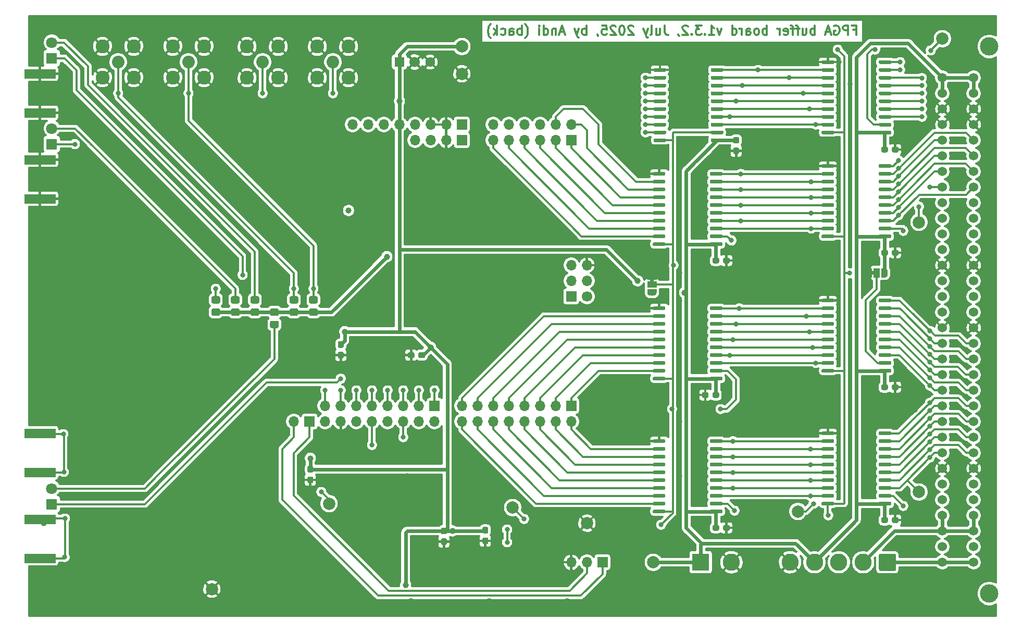
<source format=gbl>
G04 #@! TF.GenerationSoftware,KiCad,Pcbnew,5.1.12-84ad8e8a86~92~ubuntu18.04.1*
G04 #@! TF.CreationDate,2025-07-17T12:35:45+02:00*
G04 #@! TF.ProjectId,FPGA_buffer_board,46504741-5f62-4756-9666-65725f626f61,1.1*
G04 #@! TF.SameCoordinates,Original*
G04 #@! TF.FileFunction,Copper,L2,Bot*
G04 #@! TF.FilePolarity,Positive*
%FSLAX46Y46*%
G04 Gerber Fmt 4.6, Leading zero omitted, Abs format (unit mm)*
G04 Created by KiCad (PCBNEW 5.1.12-84ad8e8a86~92~ubuntu18.04.1) date 2025-07-17 12:35:45*
%MOMM*%
%LPD*%
G01*
G04 APERTURE LIST*
G04 #@! TA.AperFunction,NonConductor*
%ADD10C,0.300000*%
G04 #@! TD*
G04 #@! TA.AperFunction,EtchedComponent*
%ADD11C,0.100000*%
G04 #@! TD*
G04 #@! TA.AperFunction,ComponentPad*
%ADD12C,2.800000*%
G04 #@! TD*
G04 #@! TA.AperFunction,ComponentPad*
%ADD13C,1.800000*%
G04 #@! TD*
G04 #@! TA.AperFunction,ComponentPad*
%ADD14R,1.800000X1.800000*%
G04 #@! TD*
G04 #@! TA.AperFunction,ComponentPad*
%ADD15C,1.700000*%
G04 #@! TD*
G04 #@! TA.AperFunction,ComponentPad*
%ADD16O,1.700000X1.700000*%
G04 #@! TD*
G04 #@! TA.AperFunction,ComponentPad*
%ADD17R,1.700000X1.700000*%
G04 #@! TD*
G04 #@! TA.AperFunction,ComponentPad*
%ADD18R,1.600000X1.600000*%
G04 #@! TD*
G04 #@! TA.AperFunction,ComponentPad*
%ADD19C,1.600000*%
G04 #@! TD*
G04 #@! TA.AperFunction,SMDPad,CuDef*
%ADD20R,5.080000X1.500000*%
G04 #@! TD*
G04 #@! TA.AperFunction,SMDPad,CuDef*
%ADD21C,0.100000*%
G04 #@! TD*
G04 #@! TA.AperFunction,SMDPad,CuDef*
%ADD22R,1.500000X1.000000*%
G04 #@! TD*
G04 #@! TA.AperFunction,SMDPad,CuDef*
%ADD23R,1.000000X1.500000*%
G04 #@! TD*
G04 #@! TA.AperFunction,ComponentPad*
%ADD24R,2.800000X2.800000*%
G04 #@! TD*
G04 #@! TA.AperFunction,ComponentPad*
%ADD25C,1.524000*%
G04 #@! TD*
G04 #@! TA.AperFunction,ComponentPad*
%ADD26C,3.000000*%
G04 #@! TD*
G04 #@! TA.AperFunction,ComponentPad*
%ADD27C,2.050000*%
G04 #@! TD*
G04 #@! TA.AperFunction,ComponentPad*
%ADD28C,2.250000*%
G04 #@! TD*
G04 #@! TA.AperFunction,ComponentPad*
%ADD29C,2.000000*%
G04 #@! TD*
G04 #@! TA.AperFunction,ViaPad*
%ADD30C,1.000000*%
G04 #@! TD*
G04 #@! TA.AperFunction,ViaPad*
%ADD31C,0.800000*%
G04 #@! TD*
G04 #@! TA.AperFunction,Conductor*
%ADD32C,0.600000*%
G04 #@! TD*
G04 #@! TA.AperFunction,Conductor*
%ADD33C,0.350000*%
G04 #@! TD*
G04 #@! TA.AperFunction,Conductor*
%ADD34C,0.100000*%
G04 #@! TD*
G04 APERTURE END LIST*
D10*
X224237857Y-53182857D02*
X224737857Y-53182857D01*
X224737857Y-53968571D02*
X224737857Y-52468571D01*
X224023571Y-52468571D01*
X223452142Y-53968571D02*
X223452142Y-52468571D01*
X222880714Y-52468571D01*
X222737857Y-52540000D01*
X222666428Y-52611428D01*
X222595000Y-52754285D01*
X222595000Y-52968571D01*
X222666428Y-53111428D01*
X222737857Y-53182857D01*
X222880714Y-53254285D01*
X223452142Y-53254285D01*
X221166428Y-52540000D02*
X221309285Y-52468571D01*
X221523571Y-52468571D01*
X221737857Y-52540000D01*
X221880714Y-52682857D01*
X221952142Y-52825714D01*
X222023571Y-53111428D01*
X222023571Y-53325714D01*
X221952142Y-53611428D01*
X221880714Y-53754285D01*
X221737857Y-53897142D01*
X221523571Y-53968571D01*
X221380714Y-53968571D01*
X221166428Y-53897142D01*
X221095000Y-53825714D01*
X221095000Y-53325714D01*
X221380714Y-53325714D01*
X220523571Y-53540000D02*
X219809285Y-53540000D01*
X220666428Y-53968571D02*
X220166428Y-52468571D01*
X219666428Y-53968571D01*
X218023571Y-53968571D02*
X218023571Y-52468571D01*
X218023571Y-53040000D02*
X217880714Y-52968571D01*
X217595000Y-52968571D01*
X217452142Y-53040000D01*
X217380714Y-53111428D01*
X217309285Y-53254285D01*
X217309285Y-53682857D01*
X217380714Y-53825714D01*
X217452142Y-53897142D01*
X217595000Y-53968571D01*
X217880714Y-53968571D01*
X218023571Y-53897142D01*
X216023571Y-52968571D02*
X216023571Y-53968571D01*
X216666428Y-52968571D02*
X216666428Y-53754285D01*
X216595000Y-53897142D01*
X216452142Y-53968571D01*
X216237857Y-53968571D01*
X216095000Y-53897142D01*
X216023571Y-53825714D01*
X215523571Y-52968571D02*
X214952142Y-52968571D01*
X215309285Y-53968571D02*
X215309285Y-52682857D01*
X215237857Y-52540000D01*
X215095000Y-52468571D01*
X214952142Y-52468571D01*
X214666428Y-52968571D02*
X214095000Y-52968571D01*
X214452142Y-53968571D02*
X214452142Y-52682857D01*
X214380714Y-52540000D01*
X214237857Y-52468571D01*
X214095000Y-52468571D01*
X213023571Y-53897142D02*
X213166428Y-53968571D01*
X213452142Y-53968571D01*
X213595000Y-53897142D01*
X213666428Y-53754285D01*
X213666428Y-53182857D01*
X213595000Y-53040000D01*
X213452142Y-52968571D01*
X213166428Y-52968571D01*
X213023571Y-53040000D01*
X212952142Y-53182857D01*
X212952142Y-53325714D01*
X213666428Y-53468571D01*
X212309285Y-53968571D02*
X212309285Y-52968571D01*
X212309285Y-53254285D02*
X212237857Y-53111428D01*
X212166428Y-53040000D01*
X212023571Y-52968571D01*
X211880714Y-52968571D01*
X210237857Y-53968571D02*
X210237857Y-52468571D01*
X210237857Y-53040000D02*
X210095000Y-52968571D01*
X209809285Y-52968571D01*
X209666428Y-53040000D01*
X209595000Y-53111428D01*
X209523571Y-53254285D01*
X209523571Y-53682857D01*
X209595000Y-53825714D01*
X209666428Y-53897142D01*
X209809285Y-53968571D01*
X210095000Y-53968571D01*
X210237857Y-53897142D01*
X208666428Y-53968571D02*
X208809285Y-53897142D01*
X208880714Y-53825714D01*
X208952142Y-53682857D01*
X208952142Y-53254285D01*
X208880714Y-53111428D01*
X208809285Y-53040000D01*
X208666428Y-52968571D01*
X208452142Y-52968571D01*
X208309285Y-53040000D01*
X208237857Y-53111428D01*
X208166428Y-53254285D01*
X208166428Y-53682857D01*
X208237857Y-53825714D01*
X208309285Y-53897142D01*
X208452142Y-53968571D01*
X208666428Y-53968571D01*
X206880714Y-53968571D02*
X206880714Y-53182857D01*
X206952142Y-53040000D01*
X207095000Y-52968571D01*
X207380714Y-52968571D01*
X207523571Y-53040000D01*
X206880714Y-53897142D02*
X207023571Y-53968571D01*
X207380714Y-53968571D01*
X207523571Y-53897142D01*
X207595000Y-53754285D01*
X207595000Y-53611428D01*
X207523571Y-53468571D01*
X207380714Y-53397142D01*
X207023571Y-53397142D01*
X206880714Y-53325714D01*
X206166428Y-53968571D02*
X206166428Y-52968571D01*
X206166428Y-53254285D02*
X206095000Y-53111428D01*
X206023571Y-53040000D01*
X205880714Y-52968571D01*
X205737857Y-52968571D01*
X204595000Y-53968571D02*
X204595000Y-52468571D01*
X204595000Y-53897142D02*
X204737857Y-53968571D01*
X205023571Y-53968571D01*
X205166428Y-53897142D01*
X205237857Y-53825714D01*
X205309285Y-53682857D01*
X205309285Y-53254285D01*
X205237857Y-53111428D01*
X205166428Y-53040000D01*
X205023571Y-52968571D01*
X204737857Y-52968571D01*
X204595000Y-53040000D01*
X202880714Y-52968571D02*
X202523571Y-53968571D01*
X202166428Y-52968571D01*
X200809285Y-53968571D02*
X201666428Y-53968571D01*
X201237857Y-53968571D02*
X201237857Y-52468571D01*
X201380714Y-52682857D01*
X201523571Y-52825714D01*
X201666428Y-52897142D01*
X200166428Y-53825714D02*
X200095000Y-53897142D01*
X200166428Y-53968571D01*
X200237857Y-53897142D01*
X200166428Y-53825714D01*
X200166428Y-53968571D01*
X199595000Y-52468571D02*
X198666428Y-52468571D01*
X199166428Y-53040000D01*
X198952142Y-53040000D01*
X198809285Y-53111428D01*
X198737857Y-53182857D01*
X198666428Y-53325714D01*
X198666428Y-53682857D01*
X198737857Y-53825714D01*
X198809285Y-53897142D01*
X198952142Y-53968571D01*
X199380714Y-53968571D01*
X199523571Y-53897142D01*
X199595000Y-53825714D01*
X198023571Y-53825714D02*
X197952142Y-53897142D01*
X198023571Y-53968571D01*
X198095000Y-53897142D01*
X198023571Y-53825714D01*
X198023571Y-53968571D01*
X197380714Y-52611428D02*
X197309285Y-52540000D01*
X197166428Y-52468571D01*
X196809285Y-52468571D01*
X196666428Y-52540000D01*
X196595000Y-52611428D01*
X196523571Y-52754285D01*
X196523571Y-52897142D01*
X196595000Y-53111428D01*
X197452142Y-53968571D01*
X196523571Y-53968571D01*
X195809285Y-53897142D02*
X195809285Y-53968571D01*
X195880714Y-54111428D01*
X195952142Y-54182857D01*
X193595000Y-52468571D02*
X193595000Y-53540000D01*
X193666428Y-53754285D01*
X193809285Y-53897142D01*
X194023571Y-53968571D01*
X194166428Y-53968571D01*
X192237857Y-52968571D02*
X192237857Y-53968571D01*
X192880714Y-52968571D02*
X192880714Y-53754285D01*
X192809285Y-53897142D01*
X192666428Y-53968571D01*
X192452142Y-53968571D01*
X192309285Y-53897142D01*
X192237857Y-53825714D01*
X191309285Y-53968571D02*
X191452142Y-53897142D01*
X191523571Y-53754285D01*
X191523571Y-52468571D01*
X190880714Y-52968571D02*
X190523571Y-53968571D01*
X190166428Y-52968571D02*
X190523571Y-53968571D01*
X190666428Y-54325714D01*
X190737857Y-54397142D01*
X190880714Y-54468571D01*
X188523571Y-52611428D02*
X188452142Y-52540000D01*
X188309285Y-52468571D01*
X187952142Y-52468571D01*
X187809285Y-52540000D01*
X187737857Y-52611428D01*
X187666428Y-52754285D01*
X187666428Y-52897142D01*
X187737857Y-53111428D01*
X188595000Y-53968571D01*
X187666428Y-53968571D01*
X186737857Y-52468571D02*
X186595000Y-52468571D01*
X186452142Y-52540000D01*
X186380714Y-52611428D01*
X186309285Y-52754285D01*
X186237857Y-53040000D01*
X186237857Y-53397142D01*
X186309285Y-53682857D01*
X186380714Y-53825714D01*
X186452142Y-53897142D01*
X186595000Y-53968571D01*
X186737857Y-53968571D01*
X186880714Y-53897142D01*
X186952142Y-53825714D01*
X187023571Y-53682857D01*
X187095000Y-53397142D01*
X187095000Y-53040000D01*
X187023571Y-52754285D01*
X186952142Y-52611428D01*
X186880714Y-52540000D01*
X186737857Y-52468571D01*
X185666428Y-52611428D02*
X185595000Y-52540000D01*
X185452142Y-52468571D01*
X185095000Y-52468571D01*
X184952142Y-52540000D01*
X184880714Y-52611428D01*
X184809285Y-52754285D01*
X184809285Y-52897142D01*
X184880714Y-53111428D01*
X185737857Y-53968571D01*
X184809285Y-53968571D01*
X183452142Y-52468571D02*
X184166428Y-52468571D01*
X184237857Y-53182857D01*
X184166428Y-53111428D01*
X184023571Y-53040000D01*
X183666428Y-53040000D01*
X183523571Y-53111428D01*
X183452142Y-53182857D01*
X183380714Y-53325714D01*
X183380714Y-53682857D01*
X183452142Y-53825714D01*
X183523571Y-53897142D01*
X183666428Y-53968571D01*
X184023571Y-53968571D01*
X184166428Y-53897142D01*
X184237857Y-53825714D01*
X182666428Y-53897142D02*
X182666428Y-53968571D01*
X182737857Y-54111428D01*
X182809285Y-54182857D01*
X180880714Y-53968571D02*
X180880714Y-52468571D01*
X180880714Y-53040000D02*
X180737857Y-52968571D01*
X180452142Y-52968571D01*
X180309285Y-53040000D01*
X180237857Y-53111428D01*
X180166428Y-53254285D01*
X180166428Y-53682857D01*
X180237857Y-53825714D01*
X180309285Y-53897142D01*
X180452142Y-53968571D01*
X180737857Y-53968571D01*
X180880714Y-53897142D01*
X179666428Y-52968571D02*
X179309285Y-53968571D01*
X178952142Y-52968571D02*
X179309285Y-53968571D01*
X179452142Y-54325714D01*
X179523571Y-54397142D01*
X179666428Y-54468571D01*
X177309285Y-53540000D02*
X176595000Y-53540000D01*
X177452142Y-53968571D02*
X176952142Y-52468571D01*
X176452142Y-53968571D01*
X175952142Y-52968571D02*
X175952142Y-53968571D01*
X175952142Y-53111428D02*
X175880714Y-53040000D01*
X175737857Y-52968571D01*
X175523571Y-52968571D01*
X175380714Y-53040000D01*
X175309285Y-53182857D01*
X175309285Y-53968571D01*
X173952142Y-53968571D02*
X173952142Y-52468571D01*
X173952142Y-53897142D02*
X174095000Y-53968571D01*
X174380714Y-53968571D01*
X174523571Y-53897142D01*
X174595000Y-53825714D01*
X174666428Y-53682857D01*
X174666428Y-53254285D01*
X174595000Y-53111428D01*
X174523571Y-53040000D01*
X174380714Y-52968571D01*
X174095000Y-52968571D01*
X173952142Y-53040000D01*
X173237857Y-53968571D02*
X173237857Y-52968571D01*
X173237857Y-52468571D02*
X173309285Y-52540000D01*
X173237857Y-52611428D01*
X173166428Y-52540000D01*
X173237857Y-52468571D01*
X173237857Y-52611428D01*
X170952142Y-54540000D02*
X171023571Y-54468571D01*
X171166428Y-54254285D01*
X171237857Y-54111428D01*
X171309285Y-53897142D01*
X171380714Y-53540000D01*
X171380714Y-53254285D01*
X171309285Y-52897142D01*
X171237857Y-52682857D01*
X171166428Y-52540000D01*
X171023571Y-52325714D01*
X170952142Y-52254285D01*
X170380714Y-53968571D02*
X170380714Y-52468571D01*
X170380714Y-53040000D02*
X170237857Y-52968571D01*
X169952142Y-52968571D01*
X169809285Y-53040000D01*
X169737857Y-53111428D01*
X169666428Y-53254285D01*
X169666428Y-53682857D01*
X169737857Y-53825714D01*
X169809285Y-53897142D01*
X169952142Y-53968571D01*
X170237857Y-53968571D01*
X170380714Y-53897142D01*
X168380714Y-53968571D02*
X168380714Y-53182857D01*
X168452142Y-53040000D01*
X168595000Y-52968571D01*
X168880714Y-52968571D01*
X169023571Y-53040000D01*
X168380714Y-53897142D02*
X168523571Y-53968571D01*
X168880714Y-53968571D01*
X169023571Y-53897142D01*
X169095000Y-53754285D01*
X169095000Y-53611428D01*
X169023571Y-53468571D01*
X168880714Y-53397142D01*
X168523571Y-53397142D01*
X168380714Y-53325714D01*
X167023571Y-53897142D02*
X167166428Y-53968571D01*
X167452142Y-53968571D01*
X167595000Y-53897142D01*
X167666428Y-53825714D01*
X167737857Y-53682857D01*
X167737857Y-53254285D01*
X167666428Y-53111428D01*
X167595000Y-53040000D01*
X167452142Y-52968571D01*
X167166428Y-52968571D01*
X167023571Y-53040000D01*
X166380714Y-53968571D02*
X166380714Y-52468571D01*
X166237857Y-53397142D02*
X165809285Y-53968571D01*
X165809285Y-52968571D02*
X166380714Y-53540000D01*
X165309285Y-54540000D02*
X165237857Y-54468571D01*
X165095000Y-54254285D01*
X165023571Y-54111428D01*
X164952142Y-53897142D01*
X164880714Y-53540000D01*
X164880714Y-53254285D01*
X164952142Y-52897142D01*
X165023571Y-52682857D01*
X165095000Y-52540000D01*
X165237857Y-52325714D01*
X165309285Y-52254285D01*
D11*
G36*
X191250000Y-93680000D02*
G01*
X191250000Y-94180000D01*
X191850000Y-94180000D01*
X191850000Y-93680000D01*
X191250000Y-93680000D01*
G37*
G36*
X227170000Y-92980000D02*
G01*
X227670000Y-92980000D01*
X227670000Y-92380000D01*
X227170000Y-92380000D01*
X227170000Y-92980000D01*
G37*
G04 #@! TA.AperFunction,ComponentPad*
G36*
G01*
X231235000Y-138560400D02*
X231235000Y-140839600D01*
G75*
G02*
X230974600Y-141100000I-260400J0D01*
G01*
X228695400Y-141100000D01*
G75*
G02*
X228435000Y-140839600I0J260400D01*
G01*
X228435000Y-138560400D01*
G75*
G02*
X228695400Y-138300000I260400J0D01*
G01*
X230974600Y-138300000D01*
G75*
G02*
X231235000Y-138560400I0J-260400D01*
G01*
G37*
G04 #@! TD.AperFunction*
D12*
X225875000Y-139700000D03*
X221915000Y-139700000D03*
X217955000Y-139700000D03*
X213995000Y-139700000D03*
D13*
X94000000Y-127710000D03*
D14*
X94000000Y-130250000D03*
D13*
X94000000Y-69210000D03*
D14*
X94000000Y-71750000D03*
D13*
X94000000Y-55250000D03*
D14*
X94000000Y-57790000D03*
D15*
X153000000Y-58420000D03*
D16*
X165735000Y-68580000D03*
X165735000Y-71120000D03*
X168275000Y-68580000D03*
X168275000Y-71120000D03*
X170815000Y-68580000D03*
X170815000Y-71120000D03*
X173355000Y-68580000D03*
X173355000Y-71120000D03*
X175895000Y-68580000D03*
X175895000Y-71120000D03*
X178435000Y-68580000D03*
D17*
X178435000Y-71120000D03*
G04 #@! TA.AperFunction,SMDPad,CuDef*
G36*
G01*
X201110000Y-71270000D02*
X201110000Y-70970000D01*
G75*
G02*
X201260000Y-70820000I150000J0D01*
G01*
X203010000Y-70820000D01*
G75*
G02*
X203160000Y-70970000I0J-150000D01*
G01*
X203160000Y-71270000D01*
G75*
G02*
X203010000Y-71420000I-150000J0D01*
G01*
X201260000Y-71420000D01*
G75*
G02*
X201110000Y-71270000I0J150000D01*
G01*
G37*
G04 #@! TD.AperFunction*
G04 #@! TA.AperFunction,SMDPad,CuDef*
G36*
G01*
X201110000Y-70000000D02*
X201110000Y-69700000D01*
G75*
G02*
X201260000Y-69550000I150000J0D01*
G01*
X203010000Y-69550000D01*
G75*
G02*
X203160000Y-69700000I0J-150000D01*
G01*
X203160000Y-70000000D01*
G75*
G02*
X203010000Y-70150000I-150000J0D01*
G01*
X201260000Y-70150000D01*
G75*
G02*
X201110000Y-70000000I0J150000D01*
G01*
G37*
G04 #@! TD.AperFunction*
G04 #@! TA.AperFunction,SMDPad,CuDef*
G36*
G01*
X201110000Y-68730000D02*
X201110000Y-68430000D01*
G75*
G02*
X201260000Y-68280000I150000J0D01*
G01*
X203010000Y-68280000D01*
G75*
G02*
X203160000Y-68430000I0J-150000D01*
G01*
X203160000Y-68730000D01*
G75*
G02*
X203010000Y-68880000I-150000J0D01*
G01*
X201260000Y-68880000D01*
G75*
G02*
X201110000Y-68730000I0J150000D01*
G01*
G37*
G04 #@! TD.AperFunction*
G04 #@! TA.AperFunction,SMDPad,CuDef*
G36*
G01*
X201110000Y-67460000D02*
X201110000Y-67160000D01*
G75*
G02*
X201260000Y-67010000I150000J0D01*
G01*
X203010000Y-67010000D01*
G75*
G02*
X203160000Y-67160000I0J-150000D01*
G01*
X203160000Y-67460000D01*
G75*
G02*
X203010000Y-67610000I-150000J0D01*
G01*
X201260000Y-67610000D01*
G75*
G02*
X201110000Y-67460000I0J150000D01*
G01*
G37*
G04 #@! TD.AperFunction*
G04 #@! TA.AperFunction,SMDPad,CuDef*
G36*
G01*
X201110000Y-66190000D02*
X201110000Y-65890000D01*
G75*
G02*
X201260000Y-65740000I150000J0D01*
G01*
X203010000Y-65740000D01*
G75*
G02*
X203160000Y-65890000I0J-150000D01*
G01*
X203160000Y-66190000D01*
G75*
G02*
X203010000Y-66340000I-150000J0D01*
G01*
X201260000Y-66340000D01*
G75*
G02*
X201110000Y-66190000I0J150000D01*
G01*
G37*
G04 #@! TD.AperFunction*
G04 #@! TA.AperFunction,SMDPad,CuDef*
G36*
G01*
X201110000Y-64920000D02*
X201110000Y-64620000D01*
G75*
G02*
X201260000Y-64470000I150000J0D01*
G01*
X203010000Y-64470000D01*
G75*
G02*
X203160000Y-64620000I0J-150000D01*
G01*
X203160000Y-64920000D01*
G75*
G02*
X203010000Y-65070000I-150000J0D01*
G01*
X201260000Y-65070000D01*
G75*
G02*
X201110000Y-64920000I0J150000D01*
G01*
G37*
G04 #@! TD.AperFunction*
G04 #@! TA.AperFunction,SMDPad,CuDef*
G36*
G01*
X201110000Y-63650000D02*
X201110000Y-63350000D01*
G75*
G02*
X201260000Y-63200000I150000J0D01*
G01*
X203010000Y-63200000D01*
G75*
G02*
X203160000Y-63350000I0J-150000D01*
G01*
X203160000Y-63650000D01*
G75*
G02*
X203010000Y-63800000I-150000J0D01*
G01*
X201260000Y-63800000D01*
G75*
G02*
X201110000Y-63650000I0J150000D01*
G01*
G37*
G04 #@! TD.AperFunction*
G04 #@! TA.AperFunction,SMDPad,CuDef*
G36*
G01*
X201110000Y-62380000D02*
X201110000Y-62080000D01*
G75*
G02*
X201260000Y-61930000I150000J0D01*
G01*
X203010000Y-61930000D01*
G75*
G02*
X203160000Y-62080000I0J-150000D01*
G01*
X203160000Y-62380000D01*
G75*
G02*
X203010000Y-62530000I-150000J0D01*
G01*
X201260000Y-62530000D01*
G75*
G02*
X201110000Y-62380000I0J150000D01*
G01*
G37*
G04 #@! TD.AperFunction*
G04 #@! TA.AperFunction,SMDPad,CuDef*
G36*
G01*
X201110000Y-61110000D02*
X201110000Y-60810000D01*
G75*
G02*
X201260000Y-60660000I150000J0D01*
G01*
X203010000Y-60660000D01*
G75*
G02*
X203160000Y-60810000I0J-150000D01*
G01*
X203160000Y-61110000D01*
G75*
G02*
X203010000Y-61260000I-150000J0D01*
G01*
X201260000Y-61260000D01*
G75*
G02*
X201110000Y-61110000I0J150000D01*
G01*
G37*
G04 #@! TD.AperFunction*
G04 #@! TA.AperFunction,SMDPad,CuDef*
G36*
G01*
X201110000Y-59840000D02*
X201110000Y-59540000D01*
G75*
G02*
X201260000Y-59390000I150000J0D01*
G01*
X203010000Y-59390000D01*
G75*
G02*
X203160000Y-59540000I0J-150000D01*
G01*
X203160000Y-59840000D01*
G75*
G02*
X203010000Y-59990000I-150000J0D01*
G01*
X201260000Y-59990000D01*
G75*
G02*
X201110000Y-59840000I0J150000D01*
G01*
G37*
G04 #@! TD.AperFunction*
G04 #@! TA.AperFunction,SMDPad,CuDef*
G36*
G01*
X191810000Y-59840000D02*
X191810000Y-59540000D01*
G75*
G02*
X191960000Y-59390000I150000J0D01*
G01*
X193710000Y-59390000D01*
G75*
G02*
X193860000Y-59540000I0J-150000D01*
G01*
X193860000Y-59840000D01*
G75*
G02*
X193710000Y-59990000I-150000J0D01*
G01*
X191960000Y-59990000D01*
G75*
G02*
X191810000Y-59840000I0J150000D01*
G01*
G37*
G04 #@! TD.AperFunction*
G04 #@! TA.AperFunction,SMDPad,CuDef*
G36*
G01*
X191810000Y-61110000D02*
X191810000Y-60810000D01*
G75*
G02*
X191960000Y-60660000I150000J0D01*
G01*
X193710000Y-60660000D01*
G75*
G02*
X193860000Y-60810000I0J-150000D01*
G01*
X193860000Y-61110000D01*
G75*
G02*
X193710000Y-61260000I-150000J0D01*
G01*
X191960000Y-61260000D01*
G75*
G02*
X191810000Y-61110000I0J150000D01*
G01*
G37*
G04 #@! TD.AperFunction*
G04 #@! TA.AperFunction,SMDPad,CuDef*
G36*
G01*
X191810000Y-62380000D02*
X191810000Y-62080000D01*
G75*
G02*
X191960000Y-61930000I150000J0D01*
G01*
X193710000Y-61930000D01*
G75*
G02*
X193860000Y-62080000I0J-150000D01*
G01*
X193860000Y-62380000D01*
G75*
G02*
X193710000Y-62530000I-150000J0D01*
G01*
X191960000Y-62530000D01*
G75*
G02*
X191810000Y-62380000I0J150000D01*
G01*
G37*
G04 #@! TD.AperFunction*
G04 #@! TA.AperFunction,SMDPad,CuDef*
G36*
G01*
X191810000Y-63650000D02*
X191810000Y-63350000D01*
G75*
G02*
X191960000Y-63200000I150000J0D01*
G01*
X193710000Y-63200000D01*
G75*
G02*
X193860000Y-63350000I0J-150000D01*
G01*
X193860000Y-63650000D01*
G75*
G02*
X193710000Y-63800000I-150000J0D01*
G01*
X191960000Y-63800000D01*
G75*
G02*
X191810000Y-63650000I0J150000D01*
G01*
G37*
G04 #@! TD.AperFunction*
G04 #@! TA.AperFunction,SMDPad,CuDef*
G36*
G01*
X191810000Y-64920000D02*
X191810000Y-64620000D01*
G75*
G02*
X191960000Y-64470000I150000J0D01*
G01*
X193710000Y-64470000D01*
G75*
G02*
X193860000Y-64620000I0J-150000D01*
G01*
X193860000Y-64920000D01*
G75*
G02*
X193710000Y-65070000I-150000J0D01*
G01*
X191960000Y-65070000D01*
G75*
G02*
X191810000Y-64920000I0J150000D01*
G01*
G37*
G04 #@! TD.AperFunction*
G04 #@! TA.AperFunction,SMDPad,CuDef*
G36*
G01*
X191810000Y-66190000D02*
X191810000Y-65890000D01*
G75*
G02*
X191960000Y-65740000I150000J0D01*
G01*
X193710000Y-65740000D01*
G75*
G02*
X193860000Y-65890000I0J-150000D01*
G01*
X193860000Y-66190000D01*
G75*
G02*
X193710000Y-66340000I-150000J0D01*
G01*
X191960000Y-66340000D01*
G75*
G02*
X191810000Y-66190000I0J150000D01*
G01*
G37*
G04 #@! TD.AperFunction*
G04 #@! TA.AperFunction,SMDPad,CuDef*
G36*
G01*
X191810000Y-67460000D02*
X191810000Y-67160000D01*
G75*
G02*
X191960000Y-67010000I150000J0D01*
G01*
X193710000Y-67010000D01*
G75*
G02*
X193860000Y-67160000I0J-150000D01*
G01*
X193860000Y-67460000D01*
G75*
G02*
X193710000Y-67610000I-150000J0D01*
G01*
X191960000Y-67610000D01*
G75*
G02*
X191810000Y-67460000I0J150000D01*
G01*
G37*
G04 #@! TD.AperFunction*
G04 #@! TA.AperFunction,SMDPad,CuDef*
G36*
G01*
X191810000Y-68730000D02*
X191810000Y-68430000D01*
G75*
G02*
X191960000Y-68280000I150000J0D01*
G01*
X193710000Y-68280000D01*
G75*
G02*
X193860000Y-68430000I0J-150000D01*
G01*
X193860000Y-68730000D01*
G75*
G02*
X193710000Y-68880000I-150000J0D01*
G01*
X191960000Y-68880000D01*
G75*
G02*
X191810000Y-68730000I0J150000D01*
G01*
G37*
G04 #@! TD.AperFunction*
G04 #@! TA.AperFunction,SMDPad,CuDef*
G36*
G01*
X191810000Y-70000000D02*
X191810000Y-69700000D01*
G75*
G02*
X191960000Y-69550000I150000J0D01*
G01*
X193710000Y-69550000D01*
G75*
G02*
X193860000Y-69700000I0J-150000D01*
G01*
X193860000Y-70000000D01*
G75*
G02*
X193710000Y-70150000I-150000J0D01*
G01*
X191960000Y-70150000D01*
G75*
G02*
X191810000Y-70000000I0J150000D01*
G01*
G37*
G04 #@! TD.AperFunction*
G04 #@! TA.AperFunction,SMDPad,CuDef*
G36*
G01*
X191810000Y-71270000D02*
X191810000Y-70970000D01*
G75*
G02*
X191960000Y-70820000I150000J0D01*
G01*
X193710000Y-70820000D01*
G75*
G02*
X193860000Y-70970000I0J-150000D01*
G01*
X193860000Y-71270000D01*
G75*
G02*
X193710000Y-71420000I-150000J0D01*
G01*
X191960000Y-71420000D01*
G75*
G02*
X191810000Y-71270000I0J150000D01*
G01*
G37*
G04 #@! TD.AperFunction*
G04 #@! TA.AperFunction,SMDPad,CuDef*
G36*
G01*
X219115000Y-108735000D02*
X219115000Y-108435000D01*
G75*
G02*
X219265000Y-108285000I150000J0D01*
G01*
X221015000Y-108285000D01*
G75*
G02*
X221165000Y-108435000I0J-150000D01*
G01*
X221165000Y-108735000D01*
G75*
G02*
X221015000Y-108885000I-150000J0D01*
G01*
X219265000Y-108885000D01*
G75*
G02*
X219115000Y-108735000I0J150000D01*
G01*
G37*
G04 #@! TD.AperFunction*
G04 #@! TA.AperFunction,SMDPad,CuDef*
G36*
G01*
X219115000Y-107465000D02*
X219115000Y-107165000D01*
G75*
G02*
X219265000Y-107015000I150000J0D01*
G01*
X221015000Y-107015000D01*
G75*
G02*
X221165000Y-107165000I0J-150000D01*
G01*
X221165000Y-107465000D01*
G75*
G02*
X221015000Y-107615000I-150000J0D01*
G01*
X219265000Y-107615000D01*
G75*
G02*
X219115000Y-107465000I0J150000D01*
G01*
G37*
G04 #@! TD.AperFunction*
G04 #@! TA.AperFunction,SMDPad,CuDef*
G36*
G01*
X219115000Y-106195000D02*
X219115000Y-105895000D01*
G75*
G02*
X219265000Y-105745000I150000J0D01*
G01*
X221015000Y-105745000D01*
G75*
G02*
X221165000Y-105895000I0J-150000D01*
G01*
X221165000Y-106195000D01*
G75*
G02*
X221015000Y-106345000I-150000J0D01*
G01*
X219265000Y-106345000D01*
G75*
G02*
X219115000Y-106195000I0J150000D01*
G01*
G37*
G04 #@! TD.AperFunction*
G04 #@! TA.AperFunction,SMDPad,CuDef*
G36*
G01*
X219115000Y-104925000D02*
X219115000Y-104625000D01*
G75*
G02*
X219265000Y-104475000I150000J0D01*
G01*
X221015000Y-104475000D01*
G75*
G02*
X221165000Y-104625000I0J-150000D01*
G01*
X221165000Y-104925000D01*
G75*
G02*
X221015000Y-105075000I-150000J0D01*
G01*
X219265000Y-105075000D01*
G75*
G02*
X219115000Y-104925000I0J150000D01*
G01*
G37*
G04 #@! TD.AperFunction*
G04 #@! TA.AperFunction,SMDPad,CuDef*
G36*
G01*
X219115000Y-103655000D02*
X219115000Y-103355000D01*
G75*
G02*
X219265000Y-103205000I150000J0D01*
G01*
X221015000Y-103205000D01*
G75*
G02*
X221165000Y-103355000I0J-150000D01*
G01*
X221165000Y-103655000D01*
G75*
G02*
X221015000Y-103805000I-150000J0D01*
G01*
X219265000Y-103805000D01*
G75*
G02*
X219115000Y-103655000I0J150000D01*
G01*
G37*
G04 #@! TD.AperFunction*
G04 #@! TA.AperFunction,SMDPad,CuDef*
G36*
G01*
X219115000Y-102385000D02*
X219115000Y-102085000D01*
G75*
G02*
X219265000Y-101935000I150000J0D01*
G01*
X221015000Y-101935000D01*
G75*
G02*
X221165000Y-102085000I0J-150000D01*
G01*
X221165000Y-102385000D01*
G75*
G02*
X221015000Y-102535000I-150000J0D01*
G01*
X219265000Y-102535000D01*
G75*
G02*
X219115000Y-102385000I0J150000D01*
G01*
G37*
G04 #@! TD.AperFunction*
G04 #@! TA.AperFunction,SMDPad,CuDef*
G36*
G01*
X219115000Y-101115000D02*
X219115000Y-100815000D01*
G75*
G02*
X219265000Y-100665000I150000J0D01*
G01*
X221015000Y-100665000D01*
G75*
G02*
X221165000Y-100815000I0J-150000D01*
G01*
X221165000Y-101115000D01*
G75*
G02*
X221015000Y-101265000I-150000J0D01*
G01*
X219265000Y-101265000D01*
G75*
G02*
X219115000Y-101115000I0J150000D01*
G01*
G37*
G04 #@! TD.AperFunction*
G04 #@! TA.AperFunction,SMDPad,CuDef*
G36*
G01*
X219115000Y-99845000D02*
X219115000Y-99545000D01*
G75*
G02*
X219265000Y-99395000I150000J0D01*
G01*
X221015000Y-99395000D01*
G75*
G02*
X221165000Y-99545000I0J-150000D01*
G01*
X221165000Y-99845000D01*
G75*
G02*
X221015000Y-99995000I-150000J0D01*
G01*
X219265000Y-99995000D01*
G75*
G02*
X219115000Y-99845000I0J150000D01*
G01*
G37*
G04 #@! TD.AperFunction*
G04 #@! TA.AperFunction,SMDPad,CuDef*
G36*
G01*
X219115000Y-98575000D02*
X219115000Y-98275000D01*
G75*
G02*
X219265000Y-98125000I150000J0D01*
G01*
X221015000Y-98125000D01*
G75*
G02*
X221165000Y-98275000I0J-150000D01*
G01*
X221165000Y-98575000D01*
G75*
G02*
X221015000Y-98725000I-150000J0D01*
G01*
X219265000Y-98725000D01*
G75*
G02*
X219115000Y-98575000I0J150000D01*
G01*
G37*
G04 #@! TD.AperFunction*
G04 #@! TA.AperFunction,SMDPad,CuDef*
G36*
G01*
X219115000Y-97305000D02*
X219115000Y-97005000D01*
G75*
G02*
X219265000Y-96855000I150000J0D01*
G01*
X221015000Y-96855000D01*
G75*
G02*
X221165000Y-97005000I0J-150000D01*
G01*
X221165000Y-97305000D01*
G75*
G02*
X221015000Y-97455000I-150000J0D01*
G01*
X219265000Y-97455000D01*
G75*
G02*
X219115000Y-97305000I0J150000D01*
G01*
G37*
G04 #@! TD.AperFunction*
G04 #@! TA.AperFunction,SMDPad,CuDef*
G36*
G01*
X228415000Y-97305000D02*
X228415000Y-97005000D01*
G75*
G02*
X228565000Y-96855000I150000J0D01*
G01*
X230315000Y-96855000D01*
G75*
G02*
X230465000Y-97005000I0J-150000D01*
G01*
X230465000Y-97305000D01*
G75*
G02*
X230315000Y-97455000I-150000J0D01*
G01*
X228565000Y-97455000D01*
G75*
G02*
X228415000Y-97305000I0J150000D01*
G01*
G37*
G04 #@! TD.AperFunction*
G04 #@! TA.AperFunction,SMDPad,CuDef*
G36*
G01*
X228415000Y-98575000D02*
X228415000Y-98275000D01*
G75*
G02*
X228565000Y-98125000I150000J0D01*
G01*
X230315000Y-98125000D01*
G75*
G02*
X230465000Y-98275000I0J-150000D01*
G01*
X230465000Y-98575000D01*
G75*
G02*
X230315000Y-98725000I-150000J0D01*
G01*
X228565000Y-98725000D01*
G75*
G02*
X228415000Y-98575000I0J150000D01*
G01*
G37*
G04 #@! TD.AperFunction*
G04 #@! TA.AperFunction,SMDPad,CuDef*
G36*
G01*
X228415000Y-99845000D02*
X228415000Y-99545000D01*
G75*
G02*
X228565000Y-99395000I150000J0D01*
G01*
X230315000Y-99395000D01*
G75*
G02*
X230465000Y-99545000I0J-150000D01*
G01*
X230465000Y-99845000D01*
G75*
G02*
X230315000Y-99995000I-150000J0D01*
G01*
X228565000Y-99995000D01*
G75*
G02*
X228415000Y-99845000I0J150000D01*
G01*
G37*
G04 #@! TD.AperFunction*
G04 #@! TA.AperFunction,SMDPad,CuDef*
G36*
G01*
X228415000Y-101115000D02*
X228415000Y-100815000D01*
G75*
G02*
X228565000Y-100665000I150000J0D01*
G01*
X230315000Y-100665000D01*
G75*
G02*
X230465000Y-100815000I0J-150000D01*
G01*
X230465000Y-101115000D01*
G75*
G02*
X230315000Y-101265000I-150000J0D01*
G01*
X228565000Y-101265000D01*
G75*
G02*
X228415000Y-101115000I0J150000D01*
G01*
G37*
G04 #@! TD.AperFunction*
G04 #@! TA.AperFunction,SMDPad,CuDef*
G36*
G01*
X228415000Y-102385000D02*
X228415000Y-102085000D01*
G75*
G02*
X228565000Y-101935000I150000J0D01*
G01*
X230315000Y-101935000D01*
G75*
G02*
X230465000Y-102085000I0J-150000D01*
G01*
X230465000Y-102385000D01*
G75*
G02*
X230315000Y-102535000I-150000J0D01*
G01*
X228565000Y-102535000D01*
G75*
G02*
X228415000Y-102385000I0J150000D01*
G01*
G37*
G04 #@! TD.AperFunction*
G04 #@! TA.AperFunction,SMDPad,CuDef*
G36*
G01*
X228415000Y-103655000D02*
X228415000Y-103355000D01*
G75*
G02*
X228565000Y-103205000I150000J0D01*
G01*
X230315000Y-103205000D01*
G75*
G02*
X230465000Y-103355000I0J-150000D01*
G01*
X230465000Y-103655000D01*
G75*
G02*
X230315000Y-103805000I-150000J0D01*
G01*
X228565000Y-103805000D01*
G75*
G02*
X228415000Y-103655000I0J150000D01*
G01*
G37*
G04 #@! TD.AperFunction*
G04 #@! TA.AperFunction,SMDPad,CuDef*
G36*
G01*
X228415000Y-104925000D02*
X228415000Y-104625000D01*
G75*
G02*
X228565000Y-104475000I150000J0D01*
G01*
X230315000Y-104475000D01*
G75*
G02*
X230465000Y-104625000I0J-150000D01*
G01*
X230465000Y-104925000D01*
G75*
G02*
X230315000Y-105075000I-150000J0D01*
G01*
X228565000Y-105075000D01*
G75*
G02*
X228415000Y-104925000I0J150000D01*
G01*
G37*
G04 #@! TD.AperFunction*
G04 #@! TA.AperFunction,SMDPad,CuDef*
G36*
G01*
X228415000Y-106195000D02*
X228415000Y-105895000D01*
G75*
G02*
X228565000Y-105745000I150000J0D01*
G01*
X230315000Y-105745000D01*
G75*
G02*
X230465000Y-105895000I0J-150000D01*
G01*
X230465000Y-106195000D01*
G75*
G02*
X230315000Y-106345000I-150000J0D01*
G01*
X228565000Y-106345000D01*
G75*
G02*
X228415000Y-106195000I0J150000D01*
G01*
G37*
G04 #@! TD.AperFunction*
G04 #@! TA.AperFunction,SMDPad,CuDef*
G36*
G01*
X228415000Y-107465000D02*
X228415000Y-107165000D01*
G75*
G02*
X228565000Y-107015000I150000J0D01*
G01*
X230315000Y-107015000D01*
G75*
G02*
X230465000Y-107165000I0J-150000D01*
G01*
X230465000Y-107465000D01*
G75*
G02*
X230315000Y-107615000I-150000J0D01*
G01*
X228565000Y-107615000D01*
G75*
G02*
X228415000Y-107465000I0J150000D01*
G01*
G37*
G04 #@! TD.AperFunction*
G04 #@! TA.AperFunction,SMDPad,CuDef*
G36*
G01*
X228415000Y-108735000D02*
X228415000Y-108435000D01*
G75*
G02*
X228565000Y-108285000I150000J0D01*
G01*
X230315000Y-108285000D01*
G75*
G02*
X230465000Y-108435000I0J-150000D01*
G01*
X230465000Y-108735000D01*
G75*
G02*
X230315000Y-108885000I-150000J0D01*
G01*
X228565000Y-108885000D01*
G75*
G02*
X228415000Y-108735000I0J150000D01*
G01*
G37*
G04 #@! TD.AperFunction*
G04 #@! TA.AperFunction,SMDPad,CuDef*
G36*
G01*
X219115000Y-130325000D02*
X219115000Y-130025000D01*
G75*
G02*
X219265000Y-129875000I150000J0D01*
G01*
X221015000Y-129875000D01*
G75*
G02*
X221165000Y-130025000I0J-150000D01*
G01*
X221165000Y-130325000D01*
G75*
G02*
X221015000Y-130475000I-150000J0D01*
G01*
X219265000Y-130475000D01*
G75*
G02*
X219115000Y-130325000I0J150000D01*
G01*
G37*
G04 #@! TD.AperFunction*
G04 #@! TA.AperFunction,SMDPad,CuDef*
G36*
G01*
X219115000Y-129055000D02*
X219115000Y-128755000D01*
G75*
G02*
X219265000Y-128605000I150000J0D01*
G01*
X221015000Y-128605000D01*
G75*
G02*
X221165000Y-128755000I0J-150000D01*
G01*
X221165000Y-129055000D01*
G75*
G02*
X221015000Y-129205000I-150000J0D01*
G01*
X219265000Y-129205000D01*
G75*
G02*
X219115000Y-129055000I0J150000D01*
G01*
G37*
G04 #@! TD.AperFunction*
G04 #@! TA.AperFunction,SMDPad,CuDef*
G36*
G01*
X219115000Y-127785000D02*
X219115000Y-127485000D01*
G75*
G02*
X219265000Y-127335000I150000J0D01*
G01*
X221015000Y-127335000D01*
G75*
G02*
X221165000Y-127485000I0J-150000D01*
G01*
X221165000Y-127785000D01*
G75*
G02*
X221015000Y-127935000I-150000J0D01*
G01*
X219265000Y-127935000D01*
G75*
G02*
X219115000Y-127785000I0J150000D01*
G01*
G37*
G04 #@! TD.AperFunction*
G04 #@! TA.AperFunction,SMDPad,CuDef*
G36*
G01*
X219115000Y-126515000D02*
X219115000Y-126215000D01*
G75*
G02*
X219265000Y-126065000I150000J0D01*
G01*
X221015000Y-126065000D01*
G75*
G02*
X221165000Y-126215000I0J-150000D01*
G01*
X221165000Y-126515000D01*
G75*
G02*
X221015000Y-126665000I-150000J0D01*
G01*
X219265000Y-126665000D01*
G75*
G02*
X219115000Y-126515000I0J150000D01*
G01*
G37*
G04 #@! TD.AperFunction*
G04 #@! TA.AperFunction,SMDPad,CuDef*
G36*
G01*
X219115000Y-125245000D02*
X219115000Y-124945000D01*
G75*
G02*
X219265000Y-124795000I150000J0D01*
G01*
X221015000Y-124795000D01*
G75*
G02*
X221165000Y-124945000I0J-150000D01*
G01*
X221165000Y-125245000D01*
G75*
G02*
X221015000Y-125395000I-150000J0D01*
G01*
X219265000Y-125395000D01*
G75*
G02*
X219115000Y-125245000I0J150000D01*
G01*
G37*
G04 #@! TD.AperFunction*
G04 #@! TA.AperFunction,SMDPad,CuDef*
G36*
G01*
X219115000Y-123975000D02*
X219115000Y-123675000D01*
G75*
G02*
X219265000Y-123525000I150000J0D01*
G01*
X221015000Y-123525000D01*
G75*
G02*
X221165000Y-123675000I0J-150000D01*
G01*
X221165000Y-123975000D01*
G75*
G02*
X221015000Y-124125000I-150000J0D01*
G01*
X219265000Y-124125000D01*
G75*
G02*
X219115000Y-123975000I0J150000D01*
G01*
G37*
G04 #@! TD.AperFunction*
G04 #@! TA.AperFunction,SMDPad,CuDef*
G36*
G01*
X219115000Y-122705000D02*
X219115000Y-122405000D01*
G75*
G02*
X219265000Y-122255000I150000J0D01*
G01*
X221015000Y-122255000D01*
G75*
G02*
X221165000Y-122405000I0J-150000D01*
G01*
X221165000Y-122705000D01*
G75*
G02*
X221015000Y-122855000I-150000J0D01*
G01*
X219265000Y-122855000D01*
G75*
G02*
X219115000Y-122705000I0J150000D01*
G01*
G37*
G04 #@! TD.AperFunction*
G04 #@! TA.AperFunction,SMDPad,CuDef*
G36*
G01*
X219115000Y-121435000D02*
X219115000Y-121135000D01*
G75*
G02*
X219265000Y-120985000I150000J0D01*
G01*
X221015000Y-120985000D01*
G75*
G02*
X221165000Y-121135000I0J-150000D01*
G01*
X221165000Y-121435000D01*
G75*
G02*
X221015000Y-121585000I-150000J0D01*
G01*
X219265000Y-121585000D01*
G75*
G02*
X219115000Y-121435000I0J150000D01*
G01*
G37*
G04 #@! TD.AperFunction*
G04 #@! TA.AperFunction,SMDPad,CuDef*
G36*
G01*
X219115000Y-120165000D02*
X219115000Y-119865000D01*
G75*
G02*
X219265000Y-119715000I150000J0D01*
G01*
X221015000Y-119715000D01*
G75*
G02*
X221165000Y-119865000I0J-150000D01*
G01*
X221165000Y-120165000D01*
G75*
G02*
X221015000Y-120315000I-150000J0D01*
G01*
X219265000Y-120315000D01*
G75*
G02*
X219115000Y-120165000I0J150000D01*
G01*
G37*
G04 #@! TD.AperFunction*
G04 #@! TA.AperFunction,SMDPad,CuDef*
G36*
G01*
X219115000Y-118895000D02*
X219115000Y-118595000D01*
G75*
G02*
X219265000Y-118445000I150000J0D01*
G01*
X221015000Y-118445000D01*
G75*
G02*
X221165000Y-118595000I0J-150000D01*
G01*
X221165000Y-118895000D01*
G75*
G02*
X221015000Y-119045000I-150000J0D01*
G01*
X219265000Y-119045000D01*
G75*
G02*
X219115000Y-118895000I0J150000D01*
G01*
G37*
G04 #@! TD.AperFunction*
G04 #@! TA.AperFunction,SMDPad,CuDef*
G36*
G01*
X228415000Y-118895000D02*
X228415000Y-118595000D01*
G75*
G02*
X228565000Y-118445000I150000J0D01*
G01*
X230315000Y-118445000D01*
G75*
G02*
X230465000Y-118595000I0J-150000D01*
G01*
X230465000Y-118895000D01*
G75*
G02*
X230315000Y-119045000I-150000J0D01*
G01*
X228565000Y-119045000D01*
G75*
G02*
X228415000Y-118895000I0J150000D01*
G01*
G37*
G04 #@! TD.AperFunction*
G04 #@! TA.AperFunction,SMDPad,CuDef*
G36*
G01*
X228415000Y-120165000D02*
X228415000Y-119865000D01*
G75*
G02*
X228565000Y-119715000I150000J0D01*
G01*
X230315000Y-119715000D01*
G75*
G02*
X230465000Y-119865000I0J-150000D01*
G01*
X230465000Y-120165000D01*
G75*
G02*
X230315000Y-120315000I-150000J0D01*
G01*
X228565000Y-120315000D01*
G75*
G02*
X228415000Y-120165000I0J150000D01*
G01*
G37*
G04 #@! TD.AperFunction*
G04 #@! TA.AperFunction,SMDPad,CuDef*
G36*
G01*
X228415000Y-121435000D02*
X228415000Y-121135000D01*
G75*
G02*
X228565000Y-120985000I150000J0D01*
G01*
X230315000Y-120985000D01*
G75*
G02*
X230465000Y-121135000I0J-150000D01*
G01*
X230465000Y-121435000D01*
G75*
G02*
X230315000Y-121585000I-150000J0D01*
G01*
X228565000Y-121585000D01*
G75*
G02*
X228415000Y-121435000I0J150000D01*
G01*
G37*
G04 #@! TD.AperFunction*
G04 #@! TA.AperFunction,SMDPad,CuDef*
G36*
G01*
X228415000Y-122705000D02*
X228415000Y-122405000D01*
G75*
G02*
X228565000Y-122255000I150000J0D01*
G01*
X230315000Y-122255000D01*
G75*
G02*
X230465000Y-122405000I0J-150000D01*
G01*
X230465000Y-122705000D01*
G75*
G02*
X230315000Y-122855000I-150000J0D01*
G01*
X228565000Y-122855000D01*
G75*
G02*
X228415000Y-122705000I0J150000D01*
G01*
G37*
G04 #@! TD.AperFunction*
G04 #@! TA.AperFunction,SMDPad,CuDef*
G36*
G01*
X228415000Y-123975000D02*
X228415000Y-123675000D01*
G75*
G02*
X228565000Y-123525000I150000J0D01*
G01*
X230315000Y-123525000D01*
G75*
G02*
X230465000Y-123675000I0J-150000D01*
G01*
X230465000Y-123975000D01*
G75*
G02*
X230315000Y-124125000I-150000J0D01*
G01*
X228565000Y-124125000D01*
G75*
G02*
X228415000Y-123975000I0J150000D01*
G01*
G37*
G04 #@! TD.AperFunction*
G04 #@! TA.AperFunction,SMDPad,CuDef*
G36*
G01*
X228415000Y-125245000D02*
X228415000Y-124945000D01*
G75*
G02*
X228565000Y-124795000I150000J0D01*
G01*
X230315000Y-124795000D01*
G75*
G02*
X230465000Y-124945000I0J-150000D01*
G01*
X230465000Y-125245000D01*
G75*
G02*
X230315000Y-125395000I-150000J0D01*
G01*
X228565000Y-125395000D01*
G75*
G02*
X228415000Y-125245000I0J150000D01*
G01*
G37*
G04 #@! TD.AperFunction*
G04 #@! TA.AperFunction,SMDPad,CuDef*
G36*
G01*
X228415000Y-126515000D02*
X228415000Y-126215000D01*
G75*
G02*
X228565000Y-126065000I150000J0D01*
G01*
X230315000Y-126065000D01*
G75*
G02*
X230465000Y-126215000I0J-150000D01*
G01*
X230465000Y-126515000D01*
G75*
G02*
X230315000Y-126665000I-150000J0D01*
G01*
X228565000Y-126665000D01*
G75*
G02*
X228415000Y-126515000I0J150000D01*
G01*
G37*
G04 #@! TD.AperFunction*
G04 #@! TA.AperFunction,SMDPad,CuDef*
G36*
G01*
X228415000Y-127785000D02*
X228415000Y-127485000D01*
G75*
G02*
X228565000Y-127335000I150000J0D01*
G01*
X230315000Y-127335000D01*
G75*
G02*
X230465000Y-127485000I0J-150000D01*
G01*
X230465000Y-127785000D01*
G75*
G02*
X230315000Y-127935000I-150000J0D01*
G01*
X228565000Y-127935000D01*
G75*
G02*
X228415000Y-127785000I0J150000D01*
G01*
G37*
G04 #@! TD.AperFunction*
G04 #@! TA.AperFunction,SMDPad,CuDef*
G36*
G01*
X228415000Y-129055000D02*
X228415000Y-128755000D01*
G75*
G02*
X228565000Y-128605000I150000J0D01*
G01*
X230315000Y-128605000D01*
G75*
G02*
X230465000Y-128755000I0J-150000D01*
G01*
X230465000Y-129055000D01*
G75*
G02*
X230315000Y-129205000I-150000J0D01*
G01*
X228565000Y-129205000D01*
G75*
G02*
X228415000Y-129055000I0J150000D01*
G01*
G37*
G04 #@! TD.AperFunction*
G04 #@! TA.AperFunction,SMDPad,CuDef*
G36*
G01*
X228415000Y-130325000D02*
X228415000Y-130025000D01*
G75*
G02*
X228565000Y-129875000I150000J0D01*
G01*
X230315000Y-129875000D01*
G75*
G02*
X230465000Y-130025000I0J-150000D01*
G01*
X230465000Y-130325000D01*
G75*
G02*
X230315000Y-130475000I-150000J0D01*
G01*
X228565000Y-130475000D01*
G75*
G02*
X228415000Y-130325000I0J150000D01*
G01*
G37*
G04 #@! TD.AperFunction*
D18*
X150495000Y-58420000D03*
D19*
X155495000Y-58420000D03*
D17*
X183515000Y-139700000D03*
D16*
X180975000Y-139700000D03*
X178435000Y-139700000D03*
D20*
X92075000Y-132715000D03*
X92075000Y-139065000D03*
X92075000Y-125095000D03*
X92075000Y-118745000D03*
G04 #@! TA.AperFunction,SMDPad,CuDef*
D21*
G36*
X192299398Y-95880000D02*
G01*
X192299398Y-95904534D01*
X192294588Y-95953365D01*
X192285016Y-96001490D01*
X192270772Y-96048445D01*
X192251995Y-96093778D01*
X192228864Y-96137051D01*
X192201604Y-96177850D01*
X192170476Y-96215779D01*
X192135779Y-96250476D01*
X192097850Y-96281604D01*
X192057051Y-96308864D01*
X192013778Y-96331995D01*
X191968445Y-96350772D01*
X191921490Y-96365016D01*
X191873365Y-96374588D01*
X191824534Y-96379398D01*
X191800000Y-96379398D01*
X191800000Y-96380000D01*
X191300000Y-96380000D01*
X191300000Y-96379398D01*
X191275466Y-96379398D01*
X191226635Y-96374588D01*
X191178510Y-96365016D01*
X191131555Y-96350772D01*
X191086222Y-96331995D01*
X191042949Y-96308864D01*
X191002150Y-96281604D01*
X190964221Y-96250476D01*
X190929524Y-96215779D01*
X190898396Y-96177850D01*
X190871136Y-96137051D01*
X190848005Y-96093778D01*
X190829228Y-96048445D01*
X190814984Y-96001490D01*
X190805412Y-95953365D01*
X190800602Y-95904534D01*
X190800602Y-95880000D01*
X190800000Y-95880000D01*
X190800000Y-95330000D01*
X192300000Y-95330000D01*
X192300000Y-95880000D01*
X192299398Y-95880000D01*
G37*
G04 #@! TD.AperFunction*
D22*
X191550000Y-94580000D03*
G04 #@! TA.AperFunction,SMDPad,CuDef*
D21*
G36*
X190800000Y-93830000D02*
G01*
X190800000Y-93280000D01*
X190800602Y-93280000D01*
X190800602Y-93255466D01*
X190805412Y-93206635D01*
X190814984Y-93158510D01*
X190829228Y-93111555D01*
X190848005Y-93066222D01*
X190871136Y-93022949D01*
X190898396Y-92982150D01*
X190929524Y-92944221D01*
X190964221Y-92909524D01*
X191002150Y-92878396D01*
X191042949Y-92851136D01*
X191086222Y-92828005D01*
X191131555Y-92809228D01*
X191178510Y-92794984D01*
X191226635Y-92785412D01*
X191275466Y-92780602D01*
X191300000Y-92780602D01*
X191300000Y-92780000D01*
X191800000Y-92780000D01*
X191800000Y-92780602D01*
X191824534Y-92780602D01*
X191873365Y-92785412D01*
X191921490Y-92794984D01*
X191968445Y-92809228D01*
X192013778Y-92828005D01*
X192057051Y-92851136D01*
X192097850Y-92878396D01*
X192135779Y-92909524D01*
X192170476Y-92944221D01*
X192201604Y-92982150D01*
X192228864Y-93022949D01*
X192251995Y-93066222D01*
X192270772Y-93111555D01*
X192285016Y-93158510D01*
X192294588Y-93206635D01*
X192299398Y-93255466D01*
X192299398Y-93280000D01*
X192300000Y-93280000D01*
X192300000Y-93830000D01*
X190800000Y-93830000D01*
G37*
G04 #@! TD.AperFunction*
G04 #@! TA.AperFunction,SMDPad,CuDef*
G36*
G01*
X200983000Y-88161000D02*
X200983000Y-87861000D01*
G75*
G02*
X201133000Y-87711000I150000J0D01*
G01*
X202883000Y-87711000D01*
G75*
G02*
X203033000Y-87861000I0J-150000D01*
G01*
X203033000Y-88161000D01*
G75*
G02*
X202883000Y-88311000I-150000J0D01*
G01*
X201133000Y-88311000D01*
G75*
G02*
X200983000Y-88161000I0J150000D01*
G01*
G37*
G04 #@! TD.AperFunction*
G04 #@! TA.AperFunction,SMDPad,CuDef*
G36*
G01*
X200983000Y-86891000D02*
X200983000Y-86591000D01*
G75*
G02*
X201133000Y-86441000I150000J0D01*
G01*
X202883000Y-86441000D01*
G75*
G02*
X203033000Y-86591000I0J-150000D01*
G01*
X203033000Y-86891000D01*
G75*
G02*
X202883000Y-87041000I-150000J0D01*
G01*
X201133000Y-87041000D01*
G75*
G02*
X200983000Y-86891000I0J150000D01*
G01*
G37*
G04 #@! TD.AperFunction*
G04 #@! TA.AperFunction,SMDPad,CuDef*
G36*
G01*
X200983000Y-85621000D02*
X200983000Y-85321000D01*
G75*
G02*
X201133000Y-85171000I150000J0D01*
G01*
X202883000Y-85171000D01*
G75*
G02*
X203033000Y-85321000I0J-150000D01*
G01*
X203033000Y-85621000D01*
G75*
G02*
X202883000Y-85771000I-150000J0D01*
G01*
X201133000Y-85771000D01*
G75*
G02*
X200983000Y-85621000I0J150000D01*
G01*
G37*
G04 #@! TD.AperFunction*
G04 #@! TA.AperFunction,SMDPad,CuDef*
G36*
G01*
X200983000Y-84351000D02*
X200983000Y-84051000D01*
G75*
G02*
X201133000Y-83901000I150000J0D01*
G01*
X202883000Y-83901000D01*
G75*
G02*
X203033000Y-84051000I0J-150000D01*
G01*
X203033000Y-84351000D01*
G75*
G02*
X202883000Y-84501000I-150000J0D01*
G01*
X201133000Y-84501000D01*
G75*
G02*
X200983000Y-84351000I0J150000D01*
G01*
G37*
G04 #@! TD.AperFunction*
G04 #@! TA.AperFunction,SMDPad,CuDef*
G36*
G01*
X200983000Y-83081000D02*
X200983000Y-82781000D01*
G75*
G02*
X201133000Y-82631000I150000J0D01*
G01*
X202883000Y-82631000D01*
G75*
G02*
X203033000Y-82781000I0J-150000D01*
G01*
X203033000Y-83081000D01*
G75*
G02*
X202883000Y-83231000I-150000J0D01*
G01*
X201133000Y-83231000D01*
G75*
G02*
X200983000Y-83081000I0J150000D01*
G01*
G37*
G04 #@! TD.AperFunction*
G04 #@! TA.AperFunction,SMDPad,CuDef*
G36*
G01*
X200983000Y-81811000D02*
X200983000Y-81511000D01*
G75*
G02*
X201133000Y-81361000I150000J0D01*
G01*
X202883000Y-81361000D01*
G75*
G02*
X203033000Y-81511000I0J-150000D01*
G01*
X203033000Y-81811000D01*
G75*
G02*
X202883000Y-81961000I-150000J0D01*
G01*
X201133000Y-81961000D01*
G75*
G02*
X200983000Y-81811000I0J150000D01*
G01*
G37*
G04 #@! TD.AperFunction*
G04 #@! TA.AperFunction,SMDPad,CuDef*
G36*
G01*
X200983000Y-80541000D02*
X200983000Y-80241000D01*
G75*
G02*
X201133000Y-80091000I150000J0D01*
G01*
X202883000Y-80091000D01*
G75*
G02*
X203033000Y-80241000I0J-150000D01*
G01*
X203033000Y-80541000D01*
G75*
G02*
X202883000Y-80691000I-150000J0D01*
G01*
X201133000Y-80691000D01*
G75*
G02*
X200983000Y-80541000I0J150000D01*
G01*
G37*
G04 #@! TD.AperFunction*
G04 #@! TA.AperFunction,SMDPad,CuDef*
G36*
G01*
X200983000Y-79271000D02*
X200983000Y-78971000D01*
G75*
G02*
X201133000Y-78821000I150000J0D01*
G01*
X202883000Y-78821000D01*
G75*
G02*
X203033000Y-78971000I0J-150000D01*
G01*
X203033000Y-79271000D01*
G75*
G02*
X202883000Y-79421000I-150000J0D01*
G01*
X201133000Y-79421000D01*
G75*
G02*
X200983000Y-79271000I0J150000D01*
G01*
G37*
G04 #@! TD.AperFunction*
G04 #@! TA.AperFunction,SMDPad,CuDef*
G36*
G01*
X200983000Y-78001000D02*
X200983000Y-77701000D01*
G75*
G02*
X201133000Y-77551000I150000J0D01*
G01*
X202883000Y-77551000D01*
G75*
G02*
X203033000Y-77701000I0J-150000D01*
G01*
X203033000Y-78001000D01*
G75*
G02*
X202883000Y-78151000I-150000J0D01*
G01*
X201133000Y-78151000D01*
G75*
G02*
X200983000Y-78001000I0J150000D01*
G01*
G37*
G04 #@! TD.AperFunction*
G04 #@! TA.AperFunction,SMDPad,CuDef*
G36*
G01*
X200983000Y-76731000D02*
X200983000Y-76431000D01*
G75*
G02*
X201133000Y-76281000I150000J0D01*
G01*
X202883000Y-76281000D01*
G75*
G02*
X203033000Y-76431000I0J-150000D01*
G01*
X203033000Y-76731000D01*
G75*
G02*
X202883000Y-76881000I-150000J0D01*
G01*
X201133000Y-76881000D01*
G75*
G02*
X200983000Y-76731000I0J150000D01*
G01*
G37*
G04 #@! TD.AperFunction*
G04 #@! TA.AperFunction,SMDPad,CuDef*
G36*
G01*
X191683000Y-76731000D02*
X191683000Y-76431000D01*
G75*
G02*
X191833000Y-76281000I150000J0D01*
G01*
X193583000Y-76281000D01*
G75*
G02*
X193733000Y-76431000I0J-150000D01*
G01*
X193733000Y-76731000D01*
G75*
G02*
X193583000Y-76881000I-150000J0D01*
G01*
X191833000Y-76881000D01*
G75*
G02*
X191683000Y-76731000I0J150000D01*
G01*
G37*
G04 #@! TD.AperFunction*
G04 #@! TA.AperFunction,SMDPad,CuDef*
G36*
G01*
X191683000Y-78001000D02*
X191683000Y-77701000D01*
G75*
G02*
X191833000Y-77551000I150000J0D01*
G01*
X193583000Y-77551000D01*
G75*
G02*
X193733000Y-77701000I0J-150000D01*
G01*
X193733000Y-78001000D01*
G75*
G02*
X193583000Y-78151000I-150000J0D01*
G01*
X191833000Y-78151000D01*
G75*
G02*
X191683000Y-78001000I0J150000D01*
G01*
G37*
G04 #@! TD.AperFunction*
G04 #@! TA.AperFunction,SMDPad,CuDef*
G36*
G01*
X191683000Y-79271000D02*
X191683000Y-78971000D01*
G75*
G02*
X191833000Y-78821000I150000J0D01*
G01*
X193583000Y-78821000D01*
G75*
G02*
X193733000Y-78971000I0J-150000D01*
G01*
X193733000Y-79271000D01*
G75*
G02*
X193583000Y-79421000I-150000J0D01*
G01*
X191833000Y-79421000D01*
G75*
G02*
X191683000Y-79271000I0J150000D01*
G01*
G37*
G04 #@! TD.AperFunction*
G04 #@! TA.AperFunction,SMDPad,CuDef*
G36*
G01*
X191683000Y-80541000D02*
X191683000Y-80241000D01*
G75*
G02*
X191833000Y-80091000I150000J0D01*
G01*
X193583000Y-80091000D01*
G75*
G02*
X193733000Y-80241000I0J-150000D01*
G01*
X193733000Y-80541000D01*
G75*
G02*
X193583000Y-80691000I-150000J0D01*
G01*
X191833000Y-80691000D01*
G75*
G02*
X191683000Y-80541000I0J150000D01*
G01*
G37*
G04 #@! TD.AperFunction*
G04 #@! TA.AperFunction,SMDPad,CuDef*
G36*
G01*
X191683000Y-81811000D02*
X191683000Y-81511000D01*
G75*
G02*
X191833000Y-81361000I150000J0D01*
G01*
X193583000Y-81361000D01*
G75*
G02*
X193733000Y-81511000I0J-150000D01*
G01*
X193733000Y-81811000D01*
G75*
G02*
X193583000Y-81961000I-150000J0D01*
G01*
X191833000Y-81961000D01*
G75*
G02*
X191683000Y-81811000I0J150000D01*
G01*
G37*
G04 #@! TD.AperFunction*
G04 #@! TA.AperFunction,SMDPad,CuDef*
G36*
G01*
X191683000Y-83081000D02*
X191683000Y-82781000D01*
G75*
G02*
X191833000Y-82631000I150000J0D01*
G01*
X193583000Y-82631000D01*
G75*
G02*
X193733000Y-82781000I0J-150000D01*
G01*
X193733000Y-83081000D01*
G75*
G02*
X193583000Y-83231000I-150000J0D01*
G01*
X191833000Y-83231000D01*
G75*
G02*
X191683000Y-83081000I0J150000D01*
G01*
G37*
G04 #@! TD.AperFunction*
G04 #@! TA.AperFunction,SMDPad,CuDef*
G36*
G01*
X191683000Y-84351000D02*
X191683000Y-84051000D01*
G75*
G02*
X191833000Y-83901000I150000J0D01*
G01*
X193583000Y-83901000D01*
G75*
G02*
X193733000Y-84051000I0J-150000D01*
G01*
X193733000Y-84351000D01*
G75*
G02*
X193583000Y-84501000I-150000J0D01*
G01*
X191833000Y-84501000D01*
G75*
G02*
X191683000Y-84351000I0J150000D01*
G01*
G37*
G04 #@! TD.AperFunction*
G04 #@! TA.AperFunction,SMDPad,CuDef*
G36*
G01*
X191683000Y-85621000D02*
X191683000Y-85321000D01*
G75*
G02*
X191833000Y-85171000I150000J0D01*
G01*
X193583000Y-85171000D01*
G75*
G02*
X193733000Y-85321000I0J-150000D01*
G01*
X193733000Y-85621000D01*
G75*
G02*
X193583000Y-85771000I-150000J0D01*
G01*
X191833000Y-85771000D01*
G75*
G02*
X191683000Y-85621000I0J150000D01*
G01*
G37*
G04 #@! TD.AperFunction*
G04 #@! TA.AperFunction,SMDPad,CuDef*
G36*
G01*
X191683000Y-86891000D02*
X191683000Y-86591000D01*
G75*
G02*
X191833000Y-86441000I150000J0D01*
G01*
X193583000Y-86441000D01*
G75*
G02*
X193733000Y-86591000I0J-150000D01*
G01*
X193733000Y-86891000D01*
G75*
G02*
X193583000Y-87041000I-150000J0D01*
G01*
X191833000Y-87041000D01*
G75*
G02*
X191683000Y-86891000I0J150000D01*
G01*
G37*
G04 #@! TD.AperFunction*
G04 #@! TA.AperFunction,SMDPad,CuDef*
G36*
G01*
X191683000Y-88161000D02*
X191683000Y-87861000D01*
G75*
G02*
X191833000Y-87711000I150000J0D01*
G01*
X193583000Y-87711000D01*
G75*
G02*
X193733000Y-87861000I0J-150000D01*
G01*
X193733000Y-88161000D01*
G75*
G02*
X193583000Y-88311000I-150000J0D01*
G01*
X191833000Y-88311000D01*
G75*
G02*
X191683000Y-88161000I0J150000D01*
G01*
G37*
G04 #@! TD.AperFunction*
G04 #@! TA.AperFunction,SMDPad,CuDef*
G36*
G01*
X191683000Y-110005000D02*
X191683000Y-109705000D01*
G75*
G02*
X191833000Y-109555000I150000J0D01*
G01*
X193583000Y-109555000D01*
G75*
G02*
X193733000Y-109705000I0J-150000D01*
G01*
X193733000Y-110005000D01*
G75*
G02*
X193583000Y-110155000I-150000J0D01*
G01*
X191833000Y-110155000D01*
G75*
G02*
X191683000Y-110005000I0J150000D01*
G01*
G37*
G04 #@! TD.AperFunction*
G04 #@! TA.AperFunction,SMDPad,CuDef*
G36*
G01*
X191683000Y-108735000D02*
X191683000Y-108435000D01*
G75*
G02*
X191833000Y-108285000I150000J0D01*
G01*
X193583000Y-108285000D01*
G75*
G02*
X193733000Y-108435000I0J-150000D01*
G01*
X193733000Y-108735000D01*
G75*
G02*
X193583000Y-108885000I-150000J0D01*
G01*
X191833000Y-108885000D01*
G75*
G02*
X191683000Y-108735000I0J150000D01*
G01*
G37*
G04 #@! TD.AperFunction*
G04 #@! TA.AperFunction,SMDPad,CuDef*
G36*
G01*
X191683000Y-107465000D02*
X191683000Y-107165000D01*
G75*
G02*
X191833000Y-107015000I150000J0D01*
G01*
X193583000Y-107015000D01*
G75*
G02*
X193733000Y-107165000I0J-150000D01*
G01*
X193733000Y-107465000D01*
G75*
G02*
X193583000Y-107615000I-150000J0D01*
G01*
X191833000Y-107615000D01*
G75*
G02*
X191683000Y-107465000I0J150000D01*
G01*
G37*
G04 #@! TD.AperFunction*
G04 #@! TA.AperFunction,SMDPad,CuDef*
G36*
G01*
X191683000Y-106195000D02*
X191683000Y-105895000D01*
G75*
G02*
X191833000Y-105745000I150000J0D01*
G01*
X193583000Y-105745000D01*
G75*
G02*
X193733000Y-105895000I0J-150000D01*
G01*
X193733000Y-106195000D01*
G75*
G02*
X193583000Y-106345000I-150000J0D01*
G01*
X191833000Y-106345000D01*
G75*
G02*
X191683000Y-106195000I0J150000D01*
G01*
G37*
G04 #@! TD.AperFunction*
G04 #@! TA.AperFunction,SMDPad,CuDef*
G36*
G01*
X191683000Y-104925000D02*
X191683000Y-104625000D01*
G75*
G02*
X191833000Y-104475000I150000J0D01*
G01*
X193583000Y-104475000D01*
G75*
G02*
X193733000Y-104625000I0J-150000D01*
G01*
X193733000Y-104925000D01*
G75*
G02*
X193583000Y-105075000I-150000J0D01*
G01*
X191833000Y-105075000D01*
G75*
G02*
X191683000Y-104925000I0J150000D01*
G01*
G37*
G04 #@! TD.AperFunction*
G04 #@! TA.AperFunction,SMDPad,CuDef*
G36*
G01*
X191683000Y-103655000D02*
X191683000Y-103355000D01*
G75*
G02*
X191833000Y-103205000I150000J0D01*
G01*
X193583000Y-103205000D01*
G75*
G02*
X193733000Y-103355000I0J-150000D01*
G01*
X193733000Y-103655000D01*
G75*
G02*
X193583000Y-103805000I-150000J0D01*
G01*
X191833000Y-103805000D01*
G75*
G02*
X191683000Y-103655000I0J150000D01*
G01*
G37*
G04 #@! TD.AperFunction*
G04 #@! TA.AperFunction,SMDPad,CuDef*
G36*
G01*
X191683000Y-102385000D02*
X191683000Y-102085000D01*
G75*
G02*
X191833000Y-101935000I150000J0D01*
G01*
X193583000Y-101935000D01*
G75*
G02*
X193733000Y-102085000I0J-150000D01*
G01*
X193733000Y-102385000D01*
G75*
G02*
X193583000Y-102535000I-150000J0D01*
G01*
X191833000Y-102535000D01*
G75*
G02*
X191683000Y-102385000I0J150000D01*
G01*
G37*
G04 #@! TD.AperFunction*
G04 #@! TA.AperFunction,SMDPad,CuDef*
G36*
G01*
X191683000Y-101115000D02*
X191683000Y-100815000D01*
G75*
G02*
X191833000Y-100665000I150000J0D01*
G01*
X193583000Y-100665000D01*
G75*
G02*
X193733000Y-100815000I0J-150000D01*
G01*
X193733000Y-101115000D01*
G75*
G02*
X193583000Y-101265000I-150000J0D01*
G01*
X191833000Y-101265000D01*
G75*
G02*
X191683000Y-101115000I0J150000D01*
G01*
G37*
G04 #@! TD.AperFunction*
G04 #@! TA.AperFunction,SMDPad,CuDef*
G36*
G01*
X191683000Y-99845000D02*
X191683000Y-99545000D01*
G75*
G02*
X191833000Y-99395000I150000J0D01*
G01*
X193583000Y-99395000D01*
G75*
G02*
X193733000Y-99545000I0J-150000D01*
G01*
X193733000Y-99845000D01*
G75*
G02*
X193583000Y-99995000I-150000J0D01*
G01*
X191833000Y-99995000D01*
G75*
G02*
X191683000Y-99845000I0J150000D01*
G01*
G37*
G04 #@! TD.AperFunction*
G04 #@! TA.AperFunction,SMDPad,CuDef*
G36*
G01*
X191683000Y-98575000D02*
X191683000Y-98275000D01*
G75*
G02*
X191833000Y-98125000I150000J0D01*
G01*
X193583000Y-98125000D01*
G75*
G02*
X193733000Y-98275000I0J-150000D01*
G01*
X193733000Y-98575000D01*
G75*
G02*
X193583000Y-98725000I-150000J0D01*
G01*
X191833000Y-98725000D01*
G75*
G02*
X191683000Y-98575000I0J150000D01*
G01*
G37*
G04 #@! TD.AperFunction*
G04 #@! TA.AperFunction,SMDPad,CuDef*
G36*
G01*
X200983000Y-98575000D02*
X200983000Y-98275000D01*
G75*
G02*
X201133000Y-98125000I150000J0D01*
G01*
X202883000Y-98125000D01*
G75*
G02*
X203033000Y-98275000I0J-150000D01*
G01*
X203033000Y-98575000D01*
G75*
G02*
X202883000Y-98725000I-150000J0D01*
G01*
X201133000Y-98725000D01*
G75*
G02*
X200983000Y-98575000I0J150000D01*
G01*
G37*
G04 #@! TD.AperFunction*
G04 #@! TA.AperFunction,SMDPad,CuDef*
G36*
G01*
X200983000Y-99845000D02*
X200983000Y-99545000D01*
G75*
G02*
X201133000Y-99395000I150000J0D01*
G01*
X202883000Y-99395000D01*
G75*
G02*
X203033000Y-99545000I0J-150000D01*
G01*
X203033000Y-99845000D01*
G75*
G02*
X202883000Y-99995000I-150000J0D01*
G01*
X201133000Y-99995000D01*
G75*
G02*
X200983000Y-99845000I0J150000D01*
G01*
G37*
G04 #@! TD.AperFunction*
G04 #@! TA.AperFunction,SMDPad,CuDef*
G36*
G01*
X200983000Y-101115000D02*
X200983000Y-100815000D01*
G75*
G02*
X201133000Y-100665000I150000J0D01*
G01*
X202883000Y-100665000D01*
G75*
G02*
X203033000Y-100815000I0J-150000D01*
G01*
X203033000Y-101115000D01*
G75*
G02*
X202883000Y-101265000I-150000J0D01*
G01*
X201133000Y-101265000D01*
G75*
G02*
X200983000Y-101115000I0J150000D01*
G01*
G37*
G04 #@! TD.AperFunction*
G04 #@! TA.AperFunction,SMDPad,CuDef*
G36*
G01*
X200983000Y-102385000D02*
X200983000Y-102085000D01*
G75*
G02*
X201133000Y-101935000I150000J0D01*
G01*
X202883000Y-101935000D01*
G75*
G02*
X203033000Y-102085000I0J-150000D01*
G01*
X203033000Y-102385000D01*
G75*
G02*
X202883000Y-102535000I-150000J0D01*
G01*
X201133000Y-102535000D01*
G75*
G02*
X200983000Y-102385000I0J150000D01*
G01*
G37*
G04 #@! TD.AperFunction*
G04 #@! TA.AperFunction,SMDPad,CuDef*
G36*
G01*
X200983000Y-103655000D02*
X200983000Y-103355000D01*
G75*
G02*
X201133000Y-103205000I150000J0D01*
G01*
X202883000Y-103205000D01*
G75*
G02*
X203033000Y-103355000I0J-150000D01*
G01*
X203033000Y-103655000D01*
G75*
G02*
X202883000Y-103805000I-150000J0D01*
G01*
X201133000Y-103805000D01*
G75*
G02*
X200983000Y-103655000I0J150000D01*
G01*
G37*
G04 #@! TD.AperFunction*
G04 #@! TA.AperFunction,SMDPad,CuDef*
G36*
G01*
X200983000Y-104925000D02*
X200983000Y-104625000D01*
G75*
G02*
X201133000Y-104475000I150000J0D01*
G01*
X202883000Y-104475000D01*
G75*
G02*
X203033000Y-104625000I0J-150000D01*
G01*
X203033000Y-104925000D01*
G75*
G02*
X202883000Y-105075000I-150000J0D01*
G01*
X201133000Y-105075000D01*
G75*
G02*
X200983000Y-104925000I0J150000D01*
G01*
G37*
G04 #@! TD.AperFunction*
G04 #@! TA.AperFunction,SMDPad,CuDef*
G36*
G01*
X200983000Y-106195000D02*
X200983000Y-105895000D01*
G75*
G02*
X201133000Y-105745000I150000J0D01*
G01*
X202883000Y-105745000D01*
G75*
G02*
X203033000Y-105895000I0J-150000D01*
G01*
X203033000Y-106195000D01*
G75*
G02*
X202883000Y-106345000I-150000J0D01*
G01*
X201133000Y-106345000D01*
G75*
G02*
X200983000Y-106195000I0J150000D01*
G01*
G37*
G04 #@! TD.AperFunction*
G04 #@! TA.AperFunction,SMDPad,CuDef*
G36*
G01*
X200983000Y-107465000D02*
X200983000Y-107165000D01*
G75*
G02*
X201133000Y-107015000I150000J0D01*
G01*
X202883000Y-107015000D01*
G75*
G02*
X203033000Y-107165000I0J-150000D01*
G01*
X203033000Y-107465000D01*
G75*
G02*
X202883000Y-107615000I-150000J0D01*
G01*
X201133000Y-107615000D01*
G75*
G02*
X200983000Y-107465000I0J150000D01*
G01*
G37*
G04 #@! TD.AperFunction*
G04 #@! TA.AperFunction,SMDPad,CuDef*
G36*
G01*
X200983000Y-108735000D02*
X200983000Y-108435000D01*
G75*
G02*
X201133000Y-108285000I150000J0D01*
G01*
X202883000Y-108285000D01*
G75*
G02*
X203033000Y-108435000I0J-150000D01*
G01*
X203033000Y-108735000D01*
G75*
G02*
X202883000Y-108885000I-150000J0D01*
G01*
X201133000Y-108885000D01*
G75*
G02*
X200983000Y-108735000I0J150000D01*
G01*
G37*
G04 #@! TD.AperFunction*
G04 #@! TA.AperFunction,SMDPad,CuDef*
G36*
G01*
X200983000Y-110005000D02*
X200983000Y-109705000D01*
G75*
G02*
X201133000Y-109555000I150000J0D01*
G01*
X202883000Y-109555000D01*
G75*
G02*
X203033000Y-109705000I0J-150000D01*
G01*
X203033000Y-110005000D01*
G75*
G02*
X202883000Y-110155000I-150000J0D01*
G01*
X201133000Y-110155000D01*
G75*
G02*
X200983000Y-110005000I0J150000D01*
G01*
G37*
G04 #@! TD.AperFunction*
G04 #@! TA.AperFunction,SMDPad,CuDef*
G36*
G01*
X191683000Y-131595000D02*
X191683000Y-131295000D01*
G75*
G02*
X191833000Y-131145000I150000J0D01*
G01*
X193583000Y-131145000D01*
G75*
G02*
X193733000Y-131295000I0J-150000D01*
G01*
X193733000Y-131595000D01*
G75*
G02*
X193583000Y-131745000I-150000J0D01*
G01*
X191833000Y-131745000D01*
G75*
G02*
X191683000Y-131595000I0J150000D01*
G01*
G37*
G04 #@! TD.AperFunction*
G04 #@! TA.AperFunction,SMDPad,CuDef*
G36*
G01*
X191683000Y-130325000D02*
X191683000Y-130025000D01*
G75*
G02*
X191833000Y-129875000I150000J0D01*
G01*
X193583000Y-129875000D01*
G75*
G02*
X193733000Y-130025000I0J-150000D01*
G01*
X193733000Y-130325000D01*
G75*
G02*
X193583000Y-130475000I-150000J0D01*
G01*
X191833000Y-130475000D01*
G75*
G02*
X191683000Y-130325000I0J150000D01*
G01*
G37*
G04 #@! TD.AperFunction*
G04 #@! TA.AperFunction,SMDPad,CuDef*
G36*
G01*
X191683000Y-129055000D02*
X191683000Y-128755000D01*
G75*
G02*
X191833000Y-128605000I150000J0D01*
G01*
X193583000Y-128605000D01*
G75*
G02*
X193733000Y-128755000I0J-150000D01*
G01*
X193733000Y-129055000D01*
G75*
G02*
X193583000Y-129205000I-150000J0D01*
G01*
X191833000Y-129205000D01*
G75*
G02*
X191683000Y-129055000I0J150000D01*
G01*
G37*
G04 #@! TD.AperFunction*
G04 #@! TA.AperFunction,SMDPad,CuDef*
G36*
G01*
X191683000Y-127785000D02*
X191683000Y-127485000D01*
G75*
G02*
X191833000Y-127335000I150000J0D01*
G01*
X193583000Y-127335000D01*
G75*
G02*
X193733000Y-127485000I0J-150000D01*
G01*
X193733000Y-127785000D01*
G75*
G02*
X193583000Y-127935000I-150000J0D01*
G01*
X191833000Y-127935000D01*
G75*
G02*
X191683000Y-127785000I0J150000D01*
G01*
G37*
G04 #@! TD.AperFunction*
G04 #@! TA.AperFunction,SMDPad,CuDef*
G36*
G01*
X191683000Y-126515000D02*
X191683000Y-126215000D01*
G75*
G02*
X191833000Y-126065000I150000J0D01*
G01*
X193583000Y-126065000D01*
G75*
G02*
X193733000Y-126215000I0J-150000D01*
G01*
X193733000Y-126515000D01*
G75*
G02*
X193583000Y-126665000I-150000J0D01*
G01*
X191833000Y-126665000D01*
G75*
G02*
X191683000Y-126515000I0J150000D01*
G01*
G37*
G04 #@! TD.AperFunction*
G04 #@! TA.AperFunction,SMDPad,CuDef*
G36*
G01*
X191683000Y-125245000D02*
X191683000Y-124945000D01*
G75*
G02*
X191833000Y-124795000I150000J0D01*
G01*
X193583000Y-124795000D01*
G75*
G02*
X193733000Y-124945000I0J-150000D01*
G01*
X193733000Y-125245000D01*
G75*
G02*
X193583000Y-125395000I-150000J0D01*
G01*
X191833000Y-125395000D01*
G75*
G02*
X191683000Y-125245000I0J150000D01*
G01*
G37*
G04 #@! TD.AperFunction*
G04 #@! TA.AperFunction,SMDPad,CuDef*
G36*
G01*
X191683000Y-123975000D02*
X191683000Y-123675000D01*
G75*
G02*
X191833000Y-123525000I150000J0D01*
G01*
X193583000Y-123525000D01*
G75*
G02*
X193733000Y-123675000I0J-150000D01*
G01*
X193733000Y-123975000D01*
G75*
G02*
X193583000Y-124125000I-150000J0D01*
G01*
X191833000Y-124125000D01*
G75*
G02*
X191683000Y-123975000I0J150000D01*
G01*
G37*
G04 #@! TD.AperFunction*
G04 #@! TA.AperFunction,SMDPad,CuDef*
G36*
G01*
X191683000Y-122705000D02*
X191683000Y-122405000D01*
G75*
G02*
X191833000Y-122255000I150000J0D01*
G01*
X193583000Y-122255000D01*
G75*
G02*
X193733000Y-122405000I0J-150000D01*
G01*
X193733000Y-122705000D01*
G75*
G02*
X193583000Y-122855000I-150000J0D01*
G01*
X191833000Y-122855000D01*
G75*
G02*
X191683000Y-122705000I0J150000D01*
G01*
G37*
G04 #@! TD.AperFunction*
G04 #@! TA.AperFunction,SMDPad,CuDef*
G36*
G01*
X191683000Y-121435000D02*
X191683000Y-121135000D01*
G75*
G02*
X191833000Y-120985000I150000J0D01*
G01*
X193583000Y-120985000D01*
G75*
G02*
X193733000Y-121135000I0J-150000D01*
G01*
X193733000Y-121435000D01*
G75*
G02*
X193583000Y-121585000I-150000J0D01*
G01*
X191833000Y-121585000D01*
G75*
G02*
X191683000Y-121435000I0J150000D01*
G01*
G37*
G04 #@! TD.AperFunction*
G04 #@! TA.AperFunction,SMDPad,CuDef*
G36*
G01*
X191683000Y-120165000D02*
X191683000Y-119865000D01*
G75*
G02*
X191833000Y-119715000I150000J0D01*
G01*
X193583000Y-119715000D01*
G75*
G02*
X193733000Y-119865000I0J-150000D01*
G01*
X193733000Y-120165000D01*
G75*
G02*
X193583000Y-120315000I-150000J0D01*
G01*
X191833000Y-120315000D01*
G75*
G02*
X191683000Y-120165000I0J150000D01*
G01*
G37*
G04 #@! TD.AperFunction*
G04 #@! TA.AperFunction,SMDPad,CuDef*
G36*
G01*
X200983000Y-120165000D02*
X200983000Y-119865000D01*
G75*
G02*
X201133000Y-119715000I150000J0D01*
G01*
X202883000Y-119715000D01*
G75*
G02*
X203033000Y-119865000I0J-150000D01*
G01*
X203033000Y-120165000D01*
G75*
G02*
X202883000Y-120315000I-150000J0D01*
G01*
X201133000Y-120315000D01*
G75*
G02*
X200983000Y-120165000I0J150000D01*
G01*
G37*
G04 #@! TD.AperFunction*
G04 #@! TA.AperFunction,SMDPad,CuDef*
G36*
G01*
X200983000Y-121435000D02*
X200983000Y-121135000D01*
G75*
G02*
X201133000Y-120985000I150000J0D01*
G01*
X202883000Y-120985000D01*
G75*
G02*
X203033000Y-121135000I0J-150000D01*
G01*
X203033000Y-121435000D01*
G75*
G02*
X202883000Y-121585000I-150000J0D01*
G01*
X201133000Y-121585000D01*
G75*
G02*
X200983000Y-121435000I0J150000D01*
G01*
G37*
G04 #@! TD.AperFunction*
G04 #@! TA.AperFunction,SMDPad,CuDef*
G36*
G01*
X200983000Y-122705000D02*
X200983000Y-122405000D01*
G75*
G02*
X201133000Y-122255000I150000J0D01*
G01*
X202883000Y-122255000D01*
G75*
G02*
X203033000Y-122405000I0J-150000D01*
G01*
X203033000Y-122705000D01*
G75*
G02*
X202883000Y-122855000I-150000J0D01*
G01*
X201133000Y-122855000D01*
G75*
G02*
X200983000Y-122705000I0J150000D01*
G01*
G37*
G04 #@! TD.AperFunction*
G04 #@! TA.AperFunction,SMDPad,CuDef*
G36*
G01*
X200983000Y-123975000D02*
X200983000Y-123675000D01*
G75*
G02*
X201133000Y-123525000I150000J0D01*
G01*
X202883000Y-123525000D01*
G75*
G02*
X203033000Y-123675000I0J-150000D01*
G01*
X203033000Y-123975000D01*
G75*
G02*
X202883000Y-124125000I-150000J0D01*
G01*
X201133000Y-124125000D01*
G75*
G02*
X200983000Y-123975000I0J150000D01*
G01*
G37*
G04 #@! TD.AperFunction*
G04 #@! TA.AperFunction,SMDPad,CuDef*
G36*
G01*
X200983000Y-125245000D02*
X200983000Y-124945000D01*
G75*
G02*
X201133000Y-124795000I150000J0D01*
G01*
X202883000Y-124795000D01*
G75*
G02*
X203033000Y-124945000I0J-150000D01*
G01*
X203033000Y-125245000D01*
G75*
G02*
X202883000Y-125395000I-150000J0D01*
G01*
X201133000Y-125395000D01*
G75*
G02*
X200983000Y-125245000I0J150000D01*
G01*
G37*
G04 #@! TD.AperFunction*
G04 #@! TA.AperFunction,SMDPad,CuDef*
G36*
G01*
X200983000Y-126515000D02*
X200983000Y-126215000D01*
G75*
G02*
X201133000Y-126065000I150000J0D01*
G01*
X202883000Y-126065000D01*
G75*
G02*
X203033000Y-126215000I0J-150000D01*
G01*
X203033000Y-126515000D01*
G75*
G02*
X202883000Y-126665000I-150000J0D01*
G01*
X201133000Y-126665000D01*
G75*
G02*
X200983000Y-126515000I0J150000D01*
G01*
G37*
G04 #@! TD.AperFunction*
G04 #@! TA.AperFunction,SMDPad,CuDef*
G36*
G01*
X200983000Y-127785000D02*
X200983000Y-127485000D01*
G75*
G02*
X201133000Y-127335000I150000J0D01*
G01*
X202883000Y-127335000D01*
G75*
G02*
X203033000Y-127485000I0J-150000D01*
G01*
X203033000Y-127785000D01*
G75*
G02*
X202883000Y-127935000I-150000J0D01*
G01*
X201133000Y-127935000D01*
G75*
G02*
X200983000Y-127785000I0J150000D01*
G01*
G37*
G04 #@! TD.AperFunction*
G04 #@! TA.AperFunction,SMDPad,CuDef*
G36*
G01*
X200983000Y-129055000D02*
X200983000Y-128755000D01*
G75*
G02*
X201133000Y-128605000I150000J0D01*
G01*
X202883000Y-128605000D01*
G75*
G02*
X203033000Y-128755000I0J-150000D01*
G01*
X203033000Y-129055000D01*
G75*
G02*
X202883000Y-129205000I-150000J0D01*
G01*
X201133000Y-129205000D01*
G75*
G02*
X200983000Y-129055000I0J150000D01*
G01*
G37*
G04 #@! TD.AperFunction*
G04 #@! TA.AperFunction,SMDPad,CuDef*
G36*
G01*
X200983000Y-130325000D02*
X200983000Y-130025000D01*
G75*
G02*
X201133000Y-129875000I150000J0D01*
G01*
X202883000Y-129875000D01*
G75*
G02*
X203033000Y-130025000I0J-150000D01*
G01*
X203033000Y-130325000D01*
G75*
G02*
X202883000Y-130475000I-150000J0D01*
G01*
X201133000Y-130475000D01*
G75*
G02*
X200983000Y-130325000I0J150000D01*
G01*
G37*
G04 #@! TD.AperFunction*
G04 #@! TA.AperFunction,SMDPad,CuDef*
G36*
G01*
X200983000Y-131595000D02*
X200983000Y-131295000D01*
G75*
G02*
X201133000Y-131145000I150000J0D01*
G01*
X202883000Y-131145000D01*
G75*
G02*
X203033000Y-131295000I0J-150000D01*
G01*
X203033000Y-131595000D01*
G75*
G02*
X202883000Y-131745000I-150000J0D01*
G01*
X201133000Y-131745000D01*
G75*
G02*
X200983000Y-131595000I0J150000D01*
G01*
G37*
G04 #@! TD.AperFunction*
G04 #@! TA.AperFunction,SMDPad,CuDef*
G36*
X227320000Y-93430000D02*
G01*
X226770000Y-93430000D01*
X226770000Y-93429398D01*
X226745466Y-93429398D01*
X226696635Y-93424588D01*
X226648510Y-93415016D01*
X226601555Y-93400772D01*
X226556222Y-93381995D01*
X226512949Y-93358864D01*
X226472150Y-93331604D01*
X226434221Y-93300476D01*
X226399524Y-93265779D01*
X226368396Y-93227850D01*
X226341136Y-93187051D01*
X226318005Y-93143778D01*
X226299228Y-93098445D01*
X226284984Y-93051490D01*
X226275412Y-93003365D01*
X226270602Y-92954534D01*
X226270602Y-92930000D01*
X226270000Y-92930000D01*
X226270000Y-92430000D01*
X226270602Y-92430000D01*
X226270602Y-92405466D01*
X226275412Y-92356635D01*
X226284984Y-92308510D01*
X226299228Y-92261555D01*
X226318005Y-92216222D01*
X226341136Y-92172949D01*
X226368396Y-92132150D01*
X226399524Y-92094221D01*
X226434221Y-92059524D01*
X226472150Y-92028396D01*
X226512949Y-92001136D01*
X226556222Y-91978005D01*
X226601555Y-91959228D01*
X226648510Y-91944984D01*
X226696635Y-91935412D01*
X226745466Y-91930602D01*
X226770000Y-91930602D01*
X226770000Y-91930000D01*
X227320000Y-91930000D01*
X227320000Y-93430000D01*
G37*
G04 #@! TD.AperFunction*
D23*
X228070000Y-92680000D03*
G04 #@! TA.AperFunction,SMDPad,CuDef*
D21*
G36*
X229370000Y-91930602D02*
G01*
X229394534Y-91930602D01*
X229443365Y-91935412D01*
X229491490Y-91944984D01*
X229538445Y-91959228D01*
X229583778Y-91978005D01*
X229627051Y-92001136D01*
X229667850Y-92028396D01*
X229705779Y-92059524D01*
X229740476Y-92094221D01*
X229771604Y-92132150D01*
X229798864Y-92172949D01*
X229821995Y-92216222D01*
X229840772Y-92261555D01*
X229855016Y-92308510D01*
X229864588Y-92356635D01*
X229869398Y-92405466D01*
X229869398Y-92430000D01*
X229870000Y-92430000D01*
X229870000Y-92930000D01*
X229869398Y-92930000D01*
X229869398Y-92954534D01*
X229864588Y-93003365D01*
X229855016Y-93051490D01*
X229840772Y-93098445D01*
X229821995Y-93143778D01*
X229798864Y-93187051D01*
X229771604Y-93227850D01*
X229740476Y-93265779D01*
X229705779Y-93300476D01*
X229667850Y-93331604D01*
X229627051Y-93358864D01*
X229583778Y-93381995D01*
X229538445Y-93400772D01*
X229491490Y-93415016D01*
X229443365Y-93424588D01*
X229394534Y-93429398D01*
X229370000Y-93429398D01*
X229370000Y-93430000D01*
X228820000Y-93430000D01*
X228820000Y-91930000D01*
X229370000Y-91930000D01*
X229370000Y-91930602D01*
G37*
G04 #@! TD.AperFunction*
G04 #@! TA.AperFunction,SMDPad,CuDef*
G36*
G01*
X228415000Y-86891000D02*
X228415000Y-86591000D01*
G75*
G02*
X228565000Y-86441000I150000J0D01*
G01*
X230315000Y-86441000D01*
G75*
G02*
X230465000Y-86591000I0J-150000D01*
G01*
X230465000Y-86891000D01*
G75*
G02*
X230315000Y-87041000I-150000J0D01*
G01*
X228565000Y-87041000D01*
G75*
G02*
X228415000Y-86891000I0J150000D01*
G01*
G37*
G04 #@! TD.AperFunction*
G04 #@! TA.AperFunction,SMDPad,CuDef*
G36*
G01*
X228415000Y-85621000D02*
X228415000Y-85321000D01*
G75*
G02*
X228565000Y-85171000I150000J0D01*
G01*
X230315000Y-85171000D01*
G75*
G02*
X230465000Y-85321000I0J-150000D01*
G01*
X230465000Y-85621000D01*
G75*
G02*
X230315000Y-85771000I-150000J0D01*
G01*
X228565000Y-85771000D01*
G75*
G02*
X228415000Y-85621000I0J150000D01*
G01*
G37*
G04 #@! TD.AperFunction*
G04 #@! TA.AperFunction,SMDPad,CuDef*
G36*
G01*
X228415000Y-84351000D02*
X228415000Y-84051000D01*
G75*
G02*
X228565000Y-83901000I150000J0D01*
G01*
X230315000Y-83901000D01*
G75*
G02*
X230465000Y-84051000I0J-150000D01*
G01*
X230465000Y-84351000D01*
G75*
G02*
X230315000Y-84501000I-150000J0D01*
G01*
X228565000Y-84501000D01*
G75*
G02*
X228415000Y-84351000I0J150000D01*
G01*
G37*
G04 #@! TD.AperFunction*
G04 #@! TA.AperFunction,SMDPad,CuDef*
G36*
G01*
X228415000Y-83081000D02*
X228415000Y-82781000D01*
G75*
G02*
X228565000Y-82631000I150000J0D01*
G01*
X230315000Y-82631000D01*
G75*
G02*
X230465000Y-82781000I0J-150000D01*
G01*
X230465000Y-83081000D01*
G75*
G02*
X230315000Y-83231000I-150000J0D01*
G01*
X228565000Y-83231000D01*
G75*
G02*
X228415000Y-83081000I0J150000D01*
G01*
G37*
G04 #@! TD.AperFunction*
G04 #@! TA.AperFunction,SMDPad,CuDef*
G36*
G01*
X228415000Y-81811000D02*
X228415000Y-81511000D01*
G75*
G02*
X228565000Y-81361000I150000J0D01*
G01*
X230315000Y-81361000D01*
G75*
G02*
X230465000Y-81511000I0J-150000D01*
G01*
X230465000Y-81811000D01*
G75*
G02*
X230315000Y-81961000I-150000J0D01*
G01*
X228565000Y-81961000D01*
G75*
G02*
X228415000Y-81811000I0J150000D01*
G01*
G37*
G04 #@! TD.AperFunction*
G04 #@! TA.AperFunction,SMDPad,CuDef*
G36*
G01*
X228415000Y-80541000D02*
X228415000Y-80241000D01*
G75*
G02*
X228565000Y-80091000I150000J0D01*
G01*
X230315000Y-80091000D01*
G75*
G02*
X230465000Y-80241000I0J-150000D01*
G01*
X230465000Y-80541000D01*
G75*
G02*
X230315000Y-80691000I-150000J0D01*
G01*
X228565000Y-80691000D01*
G75*
G02*
X228415000Y-80541000I0J150000D01*
G01*
G37*
G04 #@! TD.AperFunction*
G04 #@! TA.AperFunction,SMDPad,CuDef*
G36*
G01*
X228415000Y-79271000D02*
X228415000Y-78971000D01*
G75*
G02*
X228565000Y-78821000I150000J0D01*
G01*
X230315000Y-78821000D01*
G75*
G02*
X230465000Y-78971000I0J-150000D01*
G01*
X230465000Y-79271000D01*
G75*
G02*
X230315000Y-79421000I-150000J0D01*
G01*
X228565000Y-79421000D01*
G75*
G02*
X228415000Y-79271000I0J150000D01*
G01*
G37*
G04 #@! TD.AperFunction*
G04 #@! TA.AperFunction,SMDPad,CuDef*
G36*
G01*
X228415000Y-78001000D02*
X228415000Y-77701000D01*
G75*
G02*
X228565000Y-77551000I150000J0D01*
G01*
X230315000Y-77551000D01*
G75*
G02*
X230465000Y-77701000I0J-150000D01*
G01*
X230465000Y-78001000D01*
G75*
G02*
X230315000Y-78151000I-150000J0D01*
G01*
X228565000Y-78151000D01*
G75*
G02*
X228415000Y-78001000I0J150000D01*
G01*
G37*
G04 #@! TD.AperFunction*
G04 #@! TA.AperFunction,SMDPad,CuDef*
G36*
G01*
X228415000Y-76731000D02*
X228415000Y-76431000D01*
G75*
G02*
X228565000Y-76281000I150000J0D01*
G01*
X230315000Y-76281000D01*
G75*
G02*
X230465000Y-76431000I0J-150000D01*
G01*
X230465000Y-76731000D01*
G75*
G02*
X230315000Y-76881000I-150000J0D01*
G01*
X228565000Y-76881000D01*
G75*
G02*
X228415000Y-76731000I0J150000D01*
G01*
G37*
G04 #@! TD.AperFunction*
G04 #@! TA.AperFunction,SMDPad,CuDef*
G36*
G01*
X228415000Y-75461000D02*
X228415000Y-75161000D01*
G75*
G02*
X228565000Y-75011000I150000J0D01*
G01*
X230315000Y-75011000D01*
G75*
G02*
X230465000Y-75161000I0J-150000D01*
G01*
X230465000Y-75461000D01*
G75*
G02*
X230315000Y-75611000I-150000J0D01*
G01*
X228565000Y-75611000D01*
G75*
G02*
X228415000Y-75461000I0J150000D01*
G01*
G37*
G04 #@! TD.AperFunction*
G04 #@! TA.AperFunction,SMDPad,CuDef*
G36*
G01*
X219115000Y-75461000D02*
X219115000Y-75161000D01*
G75*
G02*
X219265000Y-75011000I150000J0D01*
G01*
X221015000Y-75011000D01*
G75*
G02*
X221165000Y-75161000I0J-150000D01*
G01*
X221165000Y-75461000D01*
G75*
G02*
X221015000Y-75611000I-150000J0D01*
G01*
X219265000Y-75611000D01*
G75*
G02*
X219115000Y-75461000I0J150000D01*
G01*
G37*
G04 #@! TD.AperFunction*
G04 #@! TA.AperFunction,SMDPad,CuDef*
G36*
G01*
X219115000Y-76731000D02*
X219115000Y-76431000D01*
G75*
G02*
X219265000Y-76281000I150000J0D01*
G01*
X221015000Y-76281000D01*
G75*
G02*
X221165000Y-76431000I0J-150000D01*
G01*
X221165000Y-76731000D01*
G75*
G02*
X221015000Y-76881000I-150000J0D01*
G01*
X219265000Y-76881000D01*
G75*
G02*
X219115000Y-76731000I0J150000D01*
G01*
G37*
G04 #@! TD.AperFunction*
G04 #@! TA.AperFunction,SMDPad,CuDef*
G36*
G01*
X219115000Y-78001000D02*
X219115000Y-77701000D01*
G75*
G02*
X219265000Y-77551000I150000J0D01*
G01*
X221015000Y-77551000D01*
G75*
G02*
X221165000Y-77701000I0J-150000D01*
G01*
X221165000Y-78001000D01*
G75*
G02*
X221015000Y-78151000I-150000J0D01*
G01*
X219265000Y-78151000D01*
G75*
G02*
X219115000Y-78001000I0J150000D01*
G01*
G37*
G04 #@! TD.AperFunction*
G04 #@! TA.AperFunction,SMDPad,CuDef*
G36*
G01*
X219115000Y-79271000D02*
X219115000Y-78971000D01*
G75*
G02*
X219265000Y-78821000I150000J0D01*
G01*
X221015000Y-78821000D01*
G75*
G02*
X221165000Y-78971000I0J-150000D01*
G01*
X221165000Y-79271000D01*
G75*
G02*
X221015000Y-79421000I-150000J0D01*
G01*
X219265000Y-79421000D01*
G75*
G02*
X219115000Y-79271000I0J150000D01*
G01*
G37*
G04 #@! TD.AperFunction*
G04 #@! TA.AperFunction,SMDPad,CuDef*
G36*
G01*
X219115000Y-80541000D02*
X219115000Y-80241000D01*
G75*
G02*
X219265000Y-80091000I150000J0D01*
G01*
X221015000Y-80091000D01*
G75*
G02*
X221165000Y-80241000I0J-150000D01*
G01*
X221165000Y-80541000D01*
G75*
G02*
X221015000Y-80691000I-150000J0D01*
G01*
X219265000Y-80691000D01*
G75*
G02*
X219115000Y-80541000I0J150000D01*
G01*
G37*
G04 #@! TD.AperFunction*
G04 #@! TA.AperFunction,SMDPad,CuDef*
G36*
G01*
X219115000Y-81811000D02*
X219115000Y-81511000D01*
G75*
G02*
X219265000Y-81361000I150000J0D01*
G01*
X221015000Y-81361000D01*
G75*
G02*
X221165000Y-81511000I0J-150000D01*
G01*
X221165000Y-81811000D01*
G75*
G02*
X221015000Y-81961000I-150000J0D01*
G01*
X219265000Y-81961000D01*
G75*
G02*
X219115000Y-81811000I0J150000D01*
G01*
G37*
G04 #@! TD.AperFunction*
G04 #@! TA.AperFunction,SMDPad,CuDef*
G36*
G01*
X219115000Y-83081000D02*
X219115000Y-82781000D01*
G75*
G02*
X219265000Y-82631000I150000J0D01*
G01*
X221015000Y-82631000D01*
G75*
G02*
X221165000Y-82781000I0J-150000D01*
G01*
X221165000Y-83081000D01*
G75*
G02*
X221015000Y-83231000I-150000J0D01*
G01*
X219265000Y-83231000D01*
G75*
G02*
X219115000Y-83081000I0J150000D01*
G01*
G37*
G04 #@! TD.AperFunction*
G04 #@! TA.AperFunction,SMDPad,CuDef*
G36*
G01*
X219115000Y-84351000D02*
X219115000Y-84051000D01*
G75*
G02*
X219265000Y-83901000I150000J0D01*
G01*
X221015000Y-83901000D01*
G75*
G02*
X221165000Y-84051000I0J-150000D01*
G01*
X221165000Y-84351000D01*
G75*
G02*
X221015000Y-84501000I-150000J0D01*
G01*
X219265000Y-84501000D01*
G75*
G02*
X219115000Y-84351000I0J150000D01*
G01*
G37*
G04 #@! TD.AperFunction*
G04 #@! TA.AperFunction,SMDPad,CuDef*
G36*
G01*
X219115000Y-85621000D02*
X219115000Y-85321000D01*
G75*
G02*
X219265000Y-85171000I150000J0D01*
G01*
X221015000Y-85171000D01*
G75*
G02*
X221165000Y-85321000I0J-150000D01*
G01*
X221165000Y-85621000D01*
G75*
G02*
X221015000Y-85771000I-150000J0D01*
G01*
X219265000Y-85771000D01*
G75*
G02*
X219115000Y-85621000I0J150000D01*
G01*
G37*
G04 #@! TD.AperFunction*
G04 #@! TA.AperFunction,SMDPad,CuDef*
G36*
G01*
X219115000Y-86891000D02*
X219115000Y-86591000D01*
G75*
G02*
X219265000Y-86441000I150000J0D01*
G01*
X221015000Y-86441000D01*
G75*
G02*
X221165000Y-86591000I0J-150000D01*
G01*
X221165000Y-86891000D01*
G75*
G02*
X221015000Y-87041000I-150000J0D01*
G01*
X219265000Y-87041000D01*
G75*
G02*
X219115000Y-86891000I0J150000D01*
G01*
G37*
G04 #@! TD.AperFunction*
D24*
X199470000Y-139700000D03*
D12*
X204470000Y-139700000D03*
G04 #@! TA.AperFunction,SMDPad,CuDef*
G36*
G01*
X219115000Y-70000000D02*
X219115000Y-69700000D01*
G75*
G02*
X219265000Y-69550000I150000J0D01*
G01*
X221015000Y-69550000D01*
G75*
G02*
X221165000Y-69700000I0J-150000D01*
G01*
X221165000Y-70000000D01*
G75*
G02*
X221015000Y-70150000I-150000J0D01*
G01*
X219265000Y-70150000D01*
G75*
G02*
X219115000Y-70000000I0J150000D01*
G01*
G37*
G04 #@! TD.AperFunction*
G04 #@! TA.AperFunction,SMDPad,CuDef*
G36*
G01*
X219115000Y-68730000D02*
X219115000Y-68430000D01*
G75*
G02*
X219265000Y-68280000I150000J0D01*
G01*
X221015000Y-68280000D01*
G75*
G02*
X221165000Y-68430000I0J-150000D01*
G01*
X221165000Y-68730000D01*
G75*
G02*
X221015000Y-68880000I-150000J0D01*
G01*
X219265000Y-68880000D01*
G75*
G02*
X219115000Y-68730000I0J150000D01*
G01*
G37*
G04 #@! TD.AperFunction*
G04 #@! TA.AperFunction,SMDPad,CuDef*
G36*
G01*
X219115000Y-67460000D02*
X219115000Y-67160000D01*
G75*
G02*
X219265000Y-67010000I150000J0D01*
G01*
X221015000Y-67010000D01*
G75*
G02*
X221165000Y-67160000I0J-150000D01*
G01*
X221165000Y-67460000D01*
G75*
G02*
X221015000Y-67610000I-150000J0D01*
G01*
X219265000Y-67610000D01*
G75*
G02*
X219115000Y-67460000I0J150000D01*
G01*
G37*
G04 #@! TD.AperFunction*
G04 #@! TA.AperFunction,SMDPad,CuDef*
G36*
G01*
X219115000Y-66190000D02*
X219115000Y-65890000D01*
G75*
G02*
X219265000Y-65740000I150000J0D01*
G01*
X221015000Y-65740000D01*
G75*
G02*
X221165000Y-65890000I0J-150000D01*
G01*
X221165000Y-66190000D01*
G75*
G02*
X221015000Y-66340000I-150000J0D01*
G01*
X219265000Y-66340000D01*
G75*
G02*
X219115000Y-66190000I0J150000D01*
G01*
G37*
G04 #@! TD.AperFunction*
G04 #@! TA.AperFunction,SMDPad,CuDef*
G36*
G01*
X219115000Y-64920000D02*
X219115000Y-64620000D01*
G75*
G02*
X219265000Y-64470000I150000J0D01*
G01*
X221015000Y-64470000D01*
G75*
G02*
X221165000Y-64620000I0J-150000D01*
G01*
X221165000Y-64920000D01*
G75*
G02*
X221015000Y-65070000I-150000J0D01*
G01*
X219265000Y-65070000D01*
G75*
G02*
X219115000Y-64920000I0J150000D01*
G01*
G37*
G04 #@! TD.AperFunction*
G04 #@! TA.AperFunction,SMDPad,CuDef*
G36*
G01*
X219115000Y-63650000D02*
X219115000Y-63350000D01*
G75*
G02*
X219265000Y-63200000I150000J0D01*
G01*
X221015000Y-63200000D01*
G75*
G02*
X221165000Y-63350000I0J-150000D01*
G01*
X221165000Y-63650000D01*
G75*
G02*
X221015000Y-63800000I-150000J0D01*
G01*
X219265000Y-63800000D01*
G75*
G02*
X219115000Y-63650000I0J150000D01*
G01*
G37*
G04 #@! TD.AperFunction*
G04 #@! TA.AperFunction,SMDPad,CuDef*
G36*
G01*
X219115000Y-62380000D02*
X219115000Y-62080000D01*
G75*
G02*
X219265000Y-61930000I150000J0D01*
G01*
X221015000Y-61930000D01*
G75*
G02*
X221165000Y-62080000I0J-150000D01*
G01*
X221165000Y-62380000D01*
G75*
G02*
X221015000Y-62530000I-150000J0D01*
G01*
X219265000Y-62530000D01*
G75*
G02*
X219115000Y-62380000I0J150000D01*
G01*
G37*
G04 #@! TD.AperFunction*
G04 #@! TA.AperFunction,SMDPad,CuDef*
G36*
G01*
X219115000Y-61110000D02*
X219115000Y-60810000D01*
G75*
G02*
X219265000Y-60660000I150000J0D01*
G01*
X221015000Y-60660000D01*
G75*
G02*
X221165000Y-60810000I0J-150000D01*
G01*
X221165000Y-61110000D01*
G75*
G02*
X221015000Y-61260000I-150000J0D01*
G01*
X219265000Y-61260000D01*
G75*
G02*
X219115000Y-61110000I0J150000D01*
G01*
G37*
G04 #@! TD.AperFunction*
G04 #@! TA.AperFunction,SMDPad,CuDef*
G36*
G01*
X219115000Y-59840000D02*
X219115000Y-59540000D01*
G75*
G02*
X219265000Y-59390000I150000J0D01*
G01*
X221015000Y-59390000D01*
G75*
G02*
X221165000Y-59540000I0J-150000D01*
G01*
X221165000Y-59840000D01*
G75*
G02*
X221015000Y-59990000I-150000J0D01*
G01*
X219265000Y-59990000D01*
G75*
G02*
X219115000Y-59840000I0J150000D01*
G01*
G37*
G04 #@! TD.AperFunction*
G04 #@! TA.AperFunction,SMDPad,CuDef*
G36*
G01*
X219115000Y-58570000D02*
X219115000Y-58270000D01*
G75*
G02*
X219265000Y-58120000I150000J0D01*
G01*
X221015000Y-58120000D01*
G75*
G02*
X221165000Y-58270000I0J-150000D01*
G01*
X221165000Y-58570000D01*
G75*
G02*
X221015000Y-58720000I-150000J0D01*
G01*
X219265000Y-58720000D01*
G75*
G02*
X219115000Y-58570000I0J150000D01*
G01*
G37*
G04 #@! TD.AperFunction*
G04 #@! TA.AperFunction,SMDPad,CuDef*
G36*
G01*
X228415000Y-58570000D02*
X228415000Y-58270000D01*
G75*
G02*
X228565000Y-58120000I150000J0D01*
G01*
X230315000Y-58120000D01*
G75*
G02*
X230465000Y-58270000I0J-150000D01*
G01*
X230465000Y-58570000D01*
G75*
G02*
X230315000Y-58720000I-150000J0D01*
G01*
X228565000Y-58720000D01*
G75*
G02*
X228415000Y-58570000I0J150000D01*
G01*
G37*
G04 #@! TD.AperFunction*
G04 #@! TA.AperFunction,SMDPad,CuDef*
G36*
G01*
X228415000Y-59840000D02*
X228415000Y-59540000D01*
G75*
G02*
X228565000Y-59390000I150000J0D01*
G01*
X230315000Y-59390000D01*
G75*
G02*
X230465000Y-59540000I0J-150000D01*
G01*
X230465000Y-59840000D01*
G75*
G02*
X230315000Y-59990000I-150000J0D01*
G01*
X228565000Y-59990000D01*
G75*
G02*
X228415000Y-59840000I0J150000D01*
G01*
G37*
G04 #@! TD.AperFunction*
G04 #@! TA.AperFunction,SMDPad,CuDef*
G36*
G01*
X228415000Y-61110000D02*
X228415000Y-60810000D01*
G75*
G02*
X228565000Y-60660000I150000J0D01*
G01*
X230315000Y-60660000D01*
G75*
G02*
X230465000Y-60810000I0J-150000D01*
G01*
X230465000Y-61110000D01*
G75*
G02*
X230315000Y-61260000I-150000J0D01*
G01*
X228565000Y-61260000D01*
G75*
G02*
X228415000Y-61110000I0J150000D01*
G01*
G37*
G04 #@! TD.AperFunction*
G04 #@! TA.AperFunction,SMDPad,CuDef*
G36*
G01*
X228415000Y-62380000D02*
X228415000Y-62080000D01*
G75*
G02*
X228565000Y-61930000I150000J0D01*
G01*
X230315000Y-61930000D01*
G75*
G02*
X230465000Y-62080000I0J-150000D01*
G01*
X230465000Y-62380000D01*
G75*
G02*
X230315000Y-62530000I-150000J0D01*
G01*
X228565000Y-62530000D01*
G75*
G02*
X228415000Y-62380000I0J150000D01*
G01*
G37*
G04 #@! TD.AperFunction*
G04 #@! TA.AperFunction,SMDPad,CuDef*
G36*
G01*
X228415000Y-63650000D02*
X228415000Y-63350000D01*
G75*
G02*
X228565000Y-63200000I150000J0D01*
G01*
X230315000Y-63200000D01*
G75*
G02*
X230465000Y-63350000I0J-150000D01*
G01*
X230465000Y-63650000D01*
G75*
G02*
X230315000Y-63800000I-150000J0D01*
G01*
X228565000Y-63800000D01*
G75*
G02*
X228415000Y-63650000I0J150000D01*
G01*
G37*
G04 #@! TD.AperFunction*
G04 #@! TA.AperFunction,SMDPad,CuDef*
G36*
G01*
X228415000Y-64920000D02*
X228415000Y-64620000D01*
G75*
G02*
X228565000Y-64470000I150000J0D01*
G01*
X230315000Y-64470000D01*
G75*
G02*
X230465000Y-64620000I0J-150000D01*
G01*
X230465000Y-64920000D01*
G75*
G02*
X230315000Y-65070000I-150000J0D01*
G01*
X228565000Y-65070000D01*
G75*
G02*
X228415000Y-64920000I0J150000D01*
G01*
G37*
G04 #@! TD.AperFunction*
G04 #@! TA.AperFunction,SMDPad,CuDef*
G36*
G01*
X228415000Y-66190000D02*
X228415000Y-65890000D01*
G75*
G02*
X228565000Y-65740000I150000J0D01*
G01*
X230315000Y-65740000D01*
G75*
G02*
X230465000Y-65890000I0J-150000D01*
G01*
X230465000Y-66190000D01*
G75*
G02*
X230315000Y-66340000I-150000J0D01*
G01*
X228565000Y-66340000D01*
G75*
G02*
X228415000Y-66190000I0J150000D01*
G01*
G37*
G04 #@! TD.AperFunction*
G04 #@! TA.AperFunction,SMDPad,CuDef*
G36*
G01*
X228415000Y-67460000D02*
X228415000Y-67160000D01*
G75*
G02*
X228565000Y-67010000I150000J0D01*
G01*
X230315000Y-67010000D01*
G75*
G02*
X230465000Y-67160000I0J-150000D01*
G01*
X230465000Y-67460000D01*
G75*
G02*
X230315000Y-67610000I-150000J0D01*
G01*
X228565000Y-67610000D01*
G75*
G02*
X228415000Y-67460000I0J150000D01*
G01*
G37*
G04 #@! TD.AperFunction*
G04 #@! TA.AperFunction,SMDPad,CuDef*
G36*
G01*
X228415000Y-68730000D02*
X228415000Y-68430000D01*
G75*
G02*
X228565000Y-68280000I150000J0D01*
G01*
X230315000Y-68280000D01*
G75*
G02*
X230465000Y-68430000I0J-150000D01*
G01*
X230465000Y-68730000D01*
G75*
G02*
X230315000Y-68880000I-150000J0D01*
G01*
X228565000Y-68880000D01*
G75*
G02*
X228415000Y-68730000I0J150000D01*
G01*
G37*
G04 #@! TD.AperFunction*
G04 #@! TA.AperFunction,SMDPad,CuDef*
G36*
G01*
X228415000Y-70000000D02*
X228415000Y-69700000D01*
G75*
G02*
X228565000Y-69550000I150000J0D01*
G01*
X230315000Y-69550000D01*
G75*
G02*
X230465000Y-69700000I0J-150000D01*
G01*
X230465000Y-70000000D01*
G75*
G02*
X230315000Y-70150000I-150000J0D01*
G01*
X228565000Y-70150000D01*
G75*
G02*
X228415000Y-70000000I0J150000D01*
G01*
G37*
G04 #@! TD.AperFunction*
G04 #@! TA.AperFunction,SMDPad,CuDef*
G36*
G01*
X203117500Y-90915500D02*
X203117500Y-90440500D01*
G75*
G02*
X203355000Y-90203000I237500J0D01*
G01*
X203955000Y-90203000D01*
G75*
G02*
X204192500Y-90440500I0J-237500D01*
G01*
X204192500Y-90915500D01*
G75*
G02*
X203955000Y-91153000I-237500J0D01*
G01*
X203355000Y-91153000D01*
G75*
G02*
X203117500Y-90915500I0J237500D01*
G01*
G37*
G04 #@! TD.AperFunction*
G04 #@! TA.AperFunction,SMDPad,CuDef*
G36*
G01*
X201392500Y-90915500D02*
X201392500Y-90440500D01*
G75*
G02*
X201630000Y-90203000I237500J0D01*
G01*
X202230000Y-90203000D01*
G75*
G02*
X202467500Y-90440500I0J-237500D01*
G01*
X202467500Y-90915500D01*
G75*
G02*
X202230000Y-91153000I-237500J0D01*
G01*
X201630000Y-91153000D01*
G75*
G02*
X201392500Y-90915500I0J237500D01*
G01*
G37*
G04 #@! TD.AperFunction*
G04 #@! TA.AperFunction,SMDPad,CuDef*
G36*
G01*
X204994500Y-72307500D02*
X205469500Y-72307500D01*
G75*
G02*
X205707000Y-72545000I0J-237500D01*
G01*
X205707000Y-73145000D01*
G75*
G02*
X205469500Y-73382500I-237500J0D01*
G01*
X204994500Y-73382500D01*
G75*
G02*
X204757000Y-73145000I0J237500D01*
G01*
X204757000Y-72545000D01*
G75*
G02*
X204994500Y-72307500I237500J0D01*
G01*
G37*
G04 #@! TD.AperFunction*
G04 #@! TA.AperFunction,SMDPad,CuDef*
G36*
G01*
X204994500Y-70582500D02*
X205469500Y-70582500D01*
G75*
G02*
X205707000Y-70820000I0J-237500D01*
G01*
X205707000Y-71420000D01*
G75*
G02*
X205469500Y-71657500I-237500J0D01*
G01*
X204994500Y-71657500D01*
G75*
G02*
X204757000Y-71420000I0J237500D01*
G01*
X204757000Y-70820000D01*
G75*
G02*
X204994500Y-70582500I237500J0D01*
G01*
G37*
G04 #@! TD.AperFunction*
G04 #@! TA.AperFunction,SMDPad,CuDef*
G36*
G01*
X200742500Y-112284500D02*
X200742500Y-112759500D01*
G75*
G02*
X200505000Y-112997000I-237500J0D01*
G01*
X199905000Y-112997000D01*
G75*
G02*
X199667500Y-112759500I0J237500D01*
G01*
X199667500Y-112284500D01*
G75*
G02*
X199905000Y-112047000I237500J0D01*
G01*
X200505000Y-112047000D01*
G75*
G02*
X200742500Y-112284500I0J-237500D01*
G01*
G37*
G04 #@! TD.AperFunction*
G04 #@! TA.AperFunction,SMDPad,CuDef*
G36*
G01*
X202467500Y-112284500D02*
X202467500Y-112759500D01*
G75*
G02*
X202230000Y-112997000I-237500J0D01*
G01*
X201630000Y-112997000D01*
G75*
G02*
X201392500Y-112759500I0J237500D01*
G01*
X201392500Y-112284500D01*
G75*
G02*
X201630000Y-112047000I237500J0D01*
G01*
X202230000Y-112047000D01*
G75*
G02*
X202467500Y-112284500I0J-237500D01*
G01*
G37*
G04 #@! TD.AperFunction*
G04 #@! TA.AperFunction,SMDPad,CuDef*
G36*
G01*
X201392500Y-134349500D02*
X201392500Y-133874500D01*
G75*
G02*
X201630000Y-133637000I237500J0D01*
G01*
X202230000Y-133637000D01*
G75*
G02*
X202467500Y-133874500I0J-237500D01*
G01*
X202467500Y-134349500D01*
G75*
G02*
X202230000Y-134587000I-237500J0D01*
G01*
X201630000Y-134587000D01*
G75*
G02*
X201392500Y-134349500I0J237500D01*
G01*
G37*
G04 #@! TD.AperFunction*
G04 #@! TA.AperFunction,SMDPad,CuDef*
G36*
G01*
X203117500Y-134349500D02*
X203117500Y-133874500D01*
G75*
G02*
X203355000Y-133637000I237500J0D01*
G01*
X203955000Y-133637000D01*
G75*
G02*
X204192500Y-133874500I0J-237500D01*
G01*
X204192500Y-134349500D01*
G75*
G02*
X203955000Y-134587000I-237500J0D01*
G01*
X203355000Y-134587000D01*
G75*
G02*
X203117500Y-134349500I0J237500D01*
G01*
G37*
G04 #@! TD.AperFunction*
G04 #@! TA.AperFunction,SMDPad,CuDef*
G36*
G01*
X157971500Y-136882500D02*
X157496500Y-136882500D01*
G75*
G02*
X157259000Y-136645000I0J237500D01*
G01*
X157259000Y-136045000D01*
G75*
G02*
X157496500Y-135807500I237500J0D01*
G01*
X157971500Y-135807500D01*
G75*
G02*
X158209000Y-136045000I0J-237500D01*
G01*
X158209000Y-136645000D01*
G75*
G02*
X157971500Y-136882500I-237500J0D01*
G01*
G37*
G04 #@! TD.AperFunction*
G04 #@! TA.AperFunction,SMDPad,CuDef*
G36*
G01*
X157971500Y-135157500D02*
X157496500Y-135157500D01*
G75*
G02*
X157259000Y-134920000I0J237500D01*
G01*
X157259000Y-134320000D01*
G75*
G02*
X157496500Y-134082500I237500J0D01*
G01*
X157971500Y-134082500D01*
G75*
G02*
X158209000Y-134320000I0J-237500D01*
G01*
X158209000Y-134920000D01*
G75*
G02*
X157971500Y-135157500I-237500J0D01*
G01*
G37*
G04 #@! TD.AperFunction*
G04 #@! TA.AperFunction,SMDPad,CuDef*
G36*
G01*
X164702500Y-136755500D02*
X164227500Y-136755500D01*
G75*
G02*
X163990000Y-136518000I0J237500D01*
G01*
X163990000Y-135918000D01*
G75*
G02*
X164227500Y-135680500I237500J0D01*
G01*
X164702500Y-135680500D01*
G75*
G02*
X164940000Y-135918000I0J-237500D01*
G01*
X164940000Y-136518000D01*
G75*
G02*
X164702500Y-136755500I-237500J0D01*
G01*
G37*
G04 #@! TD.AperFunction*
G04 #@! TA.AperFunction,SMDPad,CuDef*
G36*
G01*
X164702500Y-135030500D02*
X164227500Y-135030500D01*
G75*
G02*
X163990000Y-134793000I0J237500D01*
G01*
X163990000Y-134193000D01*
G75*
G02*
X164227500Y-133955500I237500J0D01*
G01*
X164702500Y-133955500D01*
G75*
G02*
X164940000Y-134193000I0J-237500D01*
G01*
X164940000Y-134793000D01*
G75*
G02*
X164702500Y-135030500I-237500J0D01*
G01*
G37*
G04 #@! TD.AperFunction*
G04 #@! TA.AperFunction,SMDPad,CuDef*
G36*
G01*
X135779500Y-125774500D02*
X136254500Y-125774500D01*
G75*
G02*
X136492000Y-126012000I0J-237500D01*
G01*
X136492000Y-126612000D01*
G75*
G02*
X136254500Y-126849500I-237500J0D01*
G01*
X135779500Y-126849500D01*
G75*
G02*
X135542000Y-126612000I0J237500D01*
G01*
X135542000Y-126012000D01*
G75*
G02*
X135779500Y-125774500I237500J0D01*
G01*
G37*
G04 #@! TD.AperFunction*
G04 #@! TA.AperFunction,SMDPad,CuDef*
G36*
G01*
X135779500Y-124049500D02*
X136254500Y-124049500D01*
G75*
G02*
X136492000Y-124287000I0J-237500D01*
G01*
X136492000Y-124887000D01*
G75*
G02*
X136254500Y-125124500I-237500J0D01*
G01*
X135779500Y-125124500D01*
G75*
G02*
X135542000Y-124887000I0J237500D01*
G01*
X135542000Y-124287000D01*
G75*
G02*
X135779500Y-124049500I237500J0D01*
G01*
G37*
G04 #@! TD.AperFunction*
G04 #@! TA.AperFunction,SMDPad,CuDef*
G36*
G01*
X228824500Y-89645500D02*
X228824500Y-89170500D01*
G75*
G02*
X229062000Y-88933000I237500J0D01*
G01*
X229662000Y-88933000D01*
G75*
G02*
X229899500Y-89170500I0J-237500D01*
G01*
X229899500Y-89645500D01*
G75*
G02*
X229662000Y-89883000I-237500J0D01*
G01*
X229062000Y-89883000D01*
G75*
G02*
X228824500Y-89645500I0J237500D01*
G01*
G37*
G04 #@! TD.AperFunction*
G04 #@! TA.AperFunction,SMDPad,CuDef*
G36*
G01*
X230549500Y-89645500D02*
X230549500Y-89170500D01*
G75*
G02*
X230787000Y-88933000I237500J0D01*
G01*
X231387000Y-88933000D01*
G75*
G02*
X231624500Y-89170500I0J-237500D01*
G01*
X231624500Y-89645500D01*
G75*
G02*
X231387000Y-89883000I-237500J0D01*
G01*
X230787000Y-89883000D01*
G75*
G02*
X230549500Y-89645500I0J237500D01*
G01*
G37*
G04 #@! TD.AperFunction*
G04 #@! TA.AperFunction,SMDPad,CuDef*
G36*
G01*
X230549500Y-72881500D02*
X230549500Y-72406500D01*
G75*
G02*
X230787000Y-72169000I237500J0D01*
G01*
X231387000Y-72169000D01*
G75*
G02*
X231624500Y-72406500I0J-237500D01*
G01*
X231624500Y-72881500D01*
G75*
G02*
X231387000Y-73119000I-237500J0D01*
G01*
X230787000Y-73119000D01*
G75*
G02*
X230549500Y-72881500I0J237500D01*
G01*
G37*
G04 #@! TD.AperFunction*
G04 #@! TA.AperFunction,SMDPad,CuDef*
G36*
G01*
X228824500Y-72881500D02*
X228824500Y-72406500D01*
G75*
G02*
X229062000Y-72169000I237500J0D01*
G01*
X229662000Y-72169000D01*
G75*
G02*
X229899500Y-72406500I0J-237500D01*
G01*
X229899500Y-72881500D01*
G75*
G02*
X229662000Y-73119000I-237500J0D01*
G01*
X229062000Y-73119000D01*
G75*
G02*
X228824500Y-72881500I0J237500D01*
G01*
G37*
G04 #@! TD.AperFunction*
G04 #@! TA.AperFunction,SMDPad,CuDef*
G36*
G01*
X230549500Y-111489500D02*
X230549500Y-111014500D01*
G75*
G02*
X230787000Y-110777000I237500J0D01*
G01*
X231387000Y-110777000D01*
G75*
G02*
X231624500Y-111014500I0J-237500D01*
G01*
X231624500Y-111489500D01*
G75*
G02*
X231387000Y-111727000I-237500J0D01*
G01*
X230787000Y-111727000D01*
G75*
G02*
X230549500Y-111489500I0J237500D01*
G01*
G37*
G04 #@! TD.AperFunction*
G04 #@! TA.AperFunction,SMDPad,CuDef*
G36*
G01*
X228824500Y-111489500D02*
X228824500Y-111014500D01*
G75*
G02*
X229062000Y-110777000I237500J0D01*
G01*
X229662000Y-110777000D01*
G75*
G02*
X229899500Y-111014500I0J-237500D01*
G01*
X229899500Y-111489500D01*
G75*
G02*
X229662000Y-111727000I-237500J0D01*
G01*
X229062000Y-111727000D01*
G75*
G02*
X228824500Y-111489500I0J237500D01*
G01*
G37*
G04 #@! TD.AperFunction*
G04 #@! TA.AperFunction,SMDPad,CuDef*
G36*
G01*
X228824500Y-133079500D02*
X228824500Y-132604500D01*
G75*
G02*
X229062000Y-132367000I237500J0D01*
G01*
X229662000Y-132367000D01*
G75*
G02*
X229899500Y-132604500I0J-237500D01*
G01*
X229899500Y-133079500D01*
G75*
G02*
X229662000Y-133317000I-237500J0D01*
G01*
X229062000Y-133317000D01*
G75*
G02*
X228824500Y-133079500I0J237500D01*
G01*
G37*
G04 #@! TD.AperFunction*
G04 #@! TA.AperFunction,SMDPad,CuDef*
G36*
G01*
X230549500Y-133079500D02*
X230549500Y-132604500D01*
G75*
G02*
X230787000Y-132367000I237500J0D01*
G01*
X231387000Y-132367000D01*
G75*
G02*
X231624500Y-132604500I0J-237500D01*
G01*
X231624500Y-133079500D01*
G75*
G02*
X231387000Y-133317000I-237500J0D01*
G01*
X230787000Y-133317000D01*
G75*
G02*
X230549500Y-133079500I0J237500D01*
G01*
G37*
G04 #@! TD.AperFunction*
D15*
X180975000Y-96520000D03*
D17*
X178435000Y-96520000D03*
D16*
X180975000Y-93980000D03*
X178435000Y-93980000D03*
X180975000Y-91440000D03*
X178435000Y-91440000D03*
D25*
X238760000Y-60960000D03*
X238760000Y-63500000D03*
X238760000Y-66040000D03*
X238760000Y-68580000D03*
X238760000Y-71120000D03*
X238760000Y-73660000D03*
X238760000Y-76200000D03*
X238760000Y-78740000D03*
X238760000Y-81280000D03*
X238760000Y-83820000D03*
X238760000Y-86360000D03*
X238760000Y-88900000D03*
X238760000Y-91440000D03*
X238760000Y-93980000D03*
X238760000Y-96520000D03*
X238760000Y-99060000D03*
X238760000Y-101600000D03*
X238760000Y-104140000D03*
X238760000Y-106680000D03*
X238760000Y-109220000D03*
X238760000Y-111760000D03*
X238760000Y-114300000D03*
X238760000Y-116840000D03*
X238760000Y-119380000D03*
X238760000Y-121920000D03*
X238760000Y-124460000D03*
X238760000Y-127000000D03*
X238760000Y-129540000D03*
X238760000Y-132080000D03*
X238760000Y-134620000D03*
X238760000Y-137160000D03*
X238760000Y-139700000D03*
X243840000Y-139700000D03*
X243840000Y-137160000D03*
X243840000Y-134620000D03*
X243840000Y-132080000D03*
X243840000Y-129540000D03*
X243840000Y-127000000D03*
X243840000Y-124460000D03*
X243840000Y-121920000D03*
X243840000Y-119380000D03*
X243840000Y-116840000D03*
X243840000Y-114300000D03*
X243840000Y-111760000D03*
X243840000Y-109220000D03*
X243840000Y-106680000D03*
X243840000Y-104140000D03*
X243840000Y-101600000D03*
X243840000Y-99060000D03*
X243840000Y-96520000D03*
X243840000Y-93980000D03*
X243840000Y-91440000D03*
X243840000Y-88900000D03*
X243840000Y-86360000D03*
X243840000Y-83820000D03*
X243840000Y-81280000D03*
X243840000Y-78740000D03*
X243840000Y-76200000D03*
X243840000Y-73660000D03*
X243840000Y-71120000D03*
X243840000Y-68580000D03*
X243840000Y-66040000D03*
X243840000Y-63500000D03*
X243840000Y-60960000D03*
D26*
X246380000Y-144780000D03*
X246380000Y-55880000D03*
G04 #@! TA.AperFunction,SMDPad,CuDef*
G36*
G01*
X152937500Y-105807500D02*
X152937500Y-106282500D01*
G75*
G02*
X152700000Y-106520000I-237500J0D01*
G01*
X152100000Y-106520000D01*
G75*
G02*
X151862500Y-106282500I0J237500D01*
G01*
X151862500Y-105807500D01*
G75*
G02*
X152100000Y-105570000I237500J0D01*
G01*
X152700000Y-105570000D01*
G75*
G02*
X152937500Y-105807500I0J-237500D01*
G01*
G37*
G04 #@! TD.AperFunction*
G04 #@! TA.AperFunction,SMDPad,CuDef*
G36*
G01*
X154662500Y-105807500D02*
X154662500Y-106282500D01*
G75*
G02*
X154425000Y-106520000I-237500J0D01*
G01*
X153825000Y-106520000D01*
G75*
G02*
X153587500Y-106282500I0J237500D01*
G01*
X153587500Y-105807500D01*
G75*
G02*
X153825000Y-105570000I237500J0D01*
G01*
X154425000Y-105570000D01*
G75*
G02*
X154662500Y-105807500I0J-237500D01*
G01*
G37*
G04 #@! TD.AperFunction*
G04 #@! TA.AperFunction,SMDPad,CuDef*
G36*
G01*
X141207500Y-106582500D02*
X140732500Y-106582500D01*
G75*
G02*
X140495000Y-106345000I0J237500D01*
G01*
X140495000Y-105745000D01*
G75*
G02*
X140732500Y-105507500I237500J0D01*
G01*
X141207500Y-105507500D01*
G75*
G02*
X141445000Y-105745000I0J-237500D01*
G01*
X141445000Y-106345000D01*
G75*
G02*
X141207500Y-106582500I-237500J0D01*
G01*
G37*
G04 #@! TD.AperFunction*
G04 #@! TA.AperFunction,SMDPad,CuDef*
G36*
G01*
X141207500Y-104857500D02*
X140732500Y-104857500D01*
G75*
G02*
X140495000Y-104620000I0J237500D01*
G01*
X140495000Y-104020000D01*
G75*
G02*
X140732500Y-103782500I237500J0D01*
G01*
X141207500Y-103782500D01*
G75*
G02*
X141445000Y-104020000I0J-237500D01*
G01*
X141445000Y-104620000D01*
G75*
G02*
X141207500Y-104857500I-237500J0D01*
G01*
G37*
G04 #@! TD.AperFunction*
D20*
X92075000Y-60325000D03*
X92075000Y-66675000D03*
D27*
X104775000Y-58420000D03*
D28*
X107315000Y-60960000D03*
X107315000Y-55880000D03*
X102235000Y-55880000D03*
X102235000Y-60960000D03*
D27*
X116205000Y-58420000D03*
D28*
X118745000Y-60960000D03*
X118745000Y-55880000D03*
X113665000Y-55880000D03*
X113665000Y-60960000D03*
G04 #@! TA.AperFunction,SMDPad,CuDef*
G36*
G01*
X127450001Y-97660000D02*
X126549999Y-97660000D01*
G75*
G02*
X126300000Y-97410001I0J249999D01*
G01*
X126300000Y-96709999D01*
G75*
G02*
X126549999Y-96460000I249999J0D01*
G01*
X127450001Y-96460000D01*
G75*
G02*
X127700000Y-96709999I0J-249999D01*
G01*
X127700000Y-97410001D01*
G75*
G02*
X127450001Y-97660000I-249999J0D01*
G01*
G37*
G04 #@! TD.AperFunction*
G04 #@! TA.AperFunction,SMDPad,CuDef*
G36*
G01*
X127450001Y-99660000D02*
X126549999Y-99660000D01*
G75*
G02*
X126300000Y-99410001I0J249999D01*
G01*
X126300000Y-98709999D01*
G75*
G02*
X126549999Y-98460000I249999J0D01*
G01*
X127450001Y-98460000D01*
G75*
G02*
X127700000Y-98709999I0J-249999D01*
G01*
X127700000Y-99410001D01*
G75*
G02*
X127450001Y-99660000I-249999J0D01*
G01*
G37*
G04 #@! TD.AperFunction*
G04 #@! TA.AperFunction,SMDPad,CuDef*
G36*
G01*
X124275001Y-99660000D02*
X123374999Y-99660000D01*
G75*
G02*
X123125000Y-99410001I0J249999D01*
G01*
X123125000Y-98709999D01*
G75*
G02*
X123374999Y-98460000I249999J0D01*
G01*
X124275001Y-98460000D01*
G75*
G02*
X124525000Y-98709999I0J-249999D01*
G01*
X124525000Y-99410001D01*
G75*
G02*
X124275001Y-99660000I-249999J0D01*
G01*
G37*
G04 #@! TD.AperFunction*
G04 #@! TA.AperFunction,SMDPad,CuDef*
G36*
G01*
X124275001Y-97660000D02*
X123374999Y-97660000D01*
G75*
G02*
X123125000Y-97410001I0J249999D01*
G01*
X123125000Y-96709999D01*
G75*
G02*
X123374999Y-96460000I249999J0D01*
G01*
X124275001Y-96460000D01*
G75*
G02*
X124525000Y-96709999I0J-249999D01*
G01*
X124525000Y-97410001D01*
G75*
G02*
X124275001Y-97660000I-249999J0D01*
G01*
G37*
G04 #@! TD.AperFunction*
G04 #@! TA.AperFunction,SMDPad,CuDef*
G36*
G01*
X129724999Y-100460000D02*
X130625001Y-100460000D01*
G75*
G02*
X130875000Y-100709999I0J-249999D01*
G01*
X130875000Y-101410001D01*
G75*
G02*
X130625001Y-101660000I-249999J0D01*
G01*
X129724999Y-101660000D01*
G75*
G02*
X129475000Y-101410001I0J249999D01*
G01*
X129475000Y-100709999D01*
G75*
G02*
X129724999Y-100460000I249999J0D01*
G01*
G37*
G04 #@! TD.AperFunction*
G04 #@! TA.AperFunction,SMDPad,CuDef*
G36*
G01*
X129724999Y-98460000D02*
X130625001Y-98460000D01*
G75*
G02*
X130875000Y-98709999I0J-249999D01*
G01*
X130875000Y-99410001D01*
G75*
G02*
X130625001Y-99660000I-249999J0D01*
G01*
X129724999Y-99660000D01*
G75*
G02*
X129475000Y-99410001I0J249999D01*
G01*
X129475000Y-98709999D01*
G75*
G02*
X129724999Y-98460000I249999J0D01*
G01*
G37*
G04 #@! TD.AperFunction*
G04 #@! TA.AperFunction,SMDPad,CuDef*
G36*
G01*
X121100001Y-99660000D02*
X120199999Y-99660000D01*
G75*
G02*
X119950000Y-99410001I0J249999D01*
G01*
X119950000Y-98709999D01*
G75*
G02*
X120199999Y-98460000I249999J0D01*
G01*
X121100001Y-98460000D01*
G75*
G02*
X121350000Y-98709999I0J-249999D01*
G01*
X121350000Y-99410001D01*
G75*
G02*
X121100001Y-99660000I-249999J0D01*
G01*
G37*
G04 #@! TD.AperFunction*
G04 #@! TA.AperFunction,SMDPad,CuDef*
G36*
G01*
X121100001Y-97660000D02*
X120199999Y-97660000D01*
G75*
G02*
X119950000Y-97410001I0J249999D01*
G01*
X119950000Y-96709999D01*
G75*
G02*
X120199999Y-96460000I249999J0D01*
G01*
X121100001Y-96460000D01*
G75*
G02*
X121350000Y-96709999I0J-249999D01*
G01*
X121350000Y-97410001D01*
G75*
G02*
X121100001Y-97660000I-249999J0D01*
G01*
G37*
G04 #@! TD.AperFunction*
G04 #@! TA.AperFunction,SMDPad,CuDef*
G36*
G01*
X133800001Y-97660000D02*
X132899999Y-97660000D01*
G75*
G02*
X132650000Y-97410001I0J249999D01*
G01*
X132650000Y-96709999D01*
G75*
G02*
X132899999Y-96460000I249999J0D01*
G01*
X133800001Y-96460000D01*
G75*
G02*
X134050000Y-96709999I0J-249999D01*
G01*
X134050000Y-97410001D01*
G75*
G02*
X133800001Y-97660000I-249999J0D01*
G01*
G37*
G04 #@! TD.AperFunction*
G04 #@! TA.AperFunction,SMDPad,CuDef*
G36*
G01*
X133800001Y-99660000D02*
X132899999Y-99660000D01*
G75*
G02*
X132650000Y-99410001I0J249999D01*
G01*
X132650000Y-98709999D01*
G75*
G02*
X132899999Y-98460000I249999J0D01*
G01*
X133800001Y-98460000D01*
G75*
G02*
X134050000Y-98709999I0J-249999D01*
G01*
X134050000Y-99410001D01*
G75*
G02*
X133800001Y-99660000I-249999J0D01*
G01*
G37*
G04 #@! TD.AperFunction*
G04 #@! TA.AperFunction,SMDPad,CuDef*
G36*
G01*
X136975001Y-99660000D02*
X136074999Y-99660000D01*
G75*
G02*
X135825000Y-99410001I0J249999D01*
G01*
X135825000Y-98709999D01*
G75*
G02*
X136074999Y-98460000I249999J0D01*
G01*
X136975001Y-98460000D01*
G75*
G02*
X137225000Y-98709999I0J-249999D01*
G01*
X137225000Y-99410001D01*
G75*
G02*
X136975001Y-99660000I-249999J0D01*
G01*
G37*
G04 #@! TD.AperFunction*
G04 #@! TA.AperFunction,SMDPad,CuDef*
G36*
G01*
X136975001Y-97660000D02*
X136074999Y-97660000D01*
G75*
G02*
X135825000Y-97410001I0J249999D01*
G01*
X135825000Y-96709999D01*
G75*
G02*
X136074999Y-96460000I249999J0D01*
G01*
X136975001Y-96460000D01*
G75*
G02*
X137225000Y-96709999I0J-249999D01*
G01*
X137225000Y-97410001D01*
G75*
G02*
X136975001Y-97660000I-249999J0D01*
G01*
G37*
G04 #@! TD.AperFunction*
D27*
X139700000Y-58420000D03*
D28*
X142240000Y-60960000D03*
X142240000Y-55880000D03*
X137160000Y-55880000D03*
X137160000Y-60960000D03*
X125730000Y-60960000D03*
X125730000Y-55880000D03*
X130810000Y-55880000D03*
X130810000Y-60960000D03*
D27*
X128270000Y-58420000D03*
D20*
X92075000Y-74295000D03*
X92075000Y-80645000D03*
D17*
X135890000Y-116840000D03*
D16*
X133350000Y-116840000D03*
D17*
X160655000Y-68580000D03*
D16*
X158115000Y-68580000D03*
X155575000Y-68580000D03*
X153035000Y-68580000D03*
X150495000Y-68580000D03*
X147955000Y-68580000D03*
X145415000Y-68580000D03*
X142875000Y-68580000D03*
D17*
X160655000Y-71120000D03*
D16*
X158115000Y-71120000D03*
X155575000Y-71120000D03*
X153035000Y-71120000D03*
X138430000Y-116840000D03*
X138430000Y-114300000D03*
X140970000Y-116840000D03*
X140970000Y-114300000D03*
X143510000Y-116840000D03*
X143510000Y-114300000D03*
X146050000Y-116840000D03*
X146050000Y-114300000D03*
X148590000Y-116840000D03*
X148590000Y-114300000D03*
X151130000Y-116840000D03*
X151130000Y-114300000D03*
X153670000Y-116840000D03*
X153670000Y-114300000D03*
X156210000Y-116840000D03*
D17*
X156210000Y-114300000D03*
X178435000Y-114300000D03*
D16*
X178435000Y-116840000D03*
X175895000Y-114300000D03*
X175895000Y-116840000D03*
X173355000Y-114300000D03*
X173355000Y-116840000D03*
X170815000Y-114300000D03*
X170815000Y-116840000D03*
X168275000Y-114300000D03*
X168275000Y-116840000D03*
X165735000Y-114300000D03*
X165735000Y-116840000D03*
X163195000Y-114300000D03*
X163195000Y-116840000D03*
X160655000Y-114300000D03*
X160655000Y-116840000D03*
D29*
X191770000Y-139700000D03*
X160655000Y-55880000D03*
X180975000Y-133350000D03*
X238760000Y-54610000D03*
X234950000Y-84455000D03*
X234950000Y-128270000D03*
X215265000Y-131445000D03*
X139065000Y-130175000D03*
X168910000Y-130810000D03*
X120015000Y-144065001D03*
X160655000Y-60325000D03*
D30*
X142240000Y-82550000D03*
X166780000Y-139630000D03*
X161660000Y-139630000D03*
X133350000Y-109220000D03*
D31*
X196088000Y-97155000D03*
D30*
X218186000Y-96266000D03*
X218186000Y-87630000D03*
X203200000Y-73152000D03*
X219456000Y-115570000D03*
X158115000Y-64770000D03*
X157226000Y-141478000D03*
X152400000Y-146050000D03*
X114300000Y-146050000D03*
X95885000Y-60325000D03*
X95885000Y-66675000D03*
X95885000Y-74295000D03*
X92075000Y-142240000D03*
X127000000Y-133350000D03*
X139700000Y-146050000D03*
X114300000Y-133350000D03*
X165100000Y-146050000D03*
X151765000Y-130810000D03*
X165100000Y-130175000D03*
X151765000Y-125730000D03*
X101600000Y-146050000D03*
X127000000Y-146050000D03*
X153416000Y-140843000D03*
X177800000Y-133350000D03*
X114300000Y-120650000D03*
X101600000Y-133350000D03*
X139700000Y-133350000D03*
X101500000Y-129000000D03*
X190500000Y-133350000D03*
X177800000Y-146050000D03*
X190500000Y-146050000D03*
X203200000Y-146050000D03*
X215900000Y-146050000D03*
X228600000Y-146050000D03*
X241300000Y-146050000D03*
X245745000Y-133350000D03*
X245745000Y-82550000D03*
X245745000Y-69850000D03*
X245745000Y-62230000D03*
X101600000Y-95250000D03*
X101600000Y-125730000D03*
X92075000Y-52705000D03*
X146685000Y-58420000D03*
X133985000Y-58420000D03*
X158115000Y-58420000D03*
X215900000Y-57150000D03*
X231140000Y-56896000D03*
X241300000Y-57150000D03*
X236855000Y-82550000D03*
X227320000Y-90170000D03*
X241300000Y-133350000D03*
X234950000Y-132842000D03*
X122555000Y-58420000D03*
X152400000Y-82550000D03*
D31*
X241300000Y-71120000D03*
X241300000Y-73660000D03*
X241300000Y-76200000D03*
X241300000Y-135890000D03*
X241300000Y-138430000D03*
X241046000Y-119380000D03*
X241046000Y-116840000D03*
X241046000Y-114300000D03*
X241046000Y-111760000D03*
X241046000Y-109220000D03*
X241046000Y-106680000D03*
X241046000Y-104140000D03*
X192786000Y-73152000D03*
X226822000Y-128778000D03*
D30*
X234315000Y-69850000D03*
X218694000Y-73660000D03*
X241300000Y-67310000D03*
X241300000Y-124460000D03*
X234950000Y-95250000D03*
X200660000Y-116205000D03*
X199390000Y-105410000D03*
X198882000Y-125730000D03*
X195580000Y-146050000D03*
X217805000Y-133350000D03*
X241300000Y-95250000D03*
X241300000Y-82550000D03*
X245872000Y-95250000D03*
X197612000Y-65278000D03*
X203200000Y-57150000D03*
X196850000Y-73152000D03*
X177800000Y-57150000D03*
X169545000Y-60960000D03*
X191530000Y-91460000D03*
X205740000Y-96520000D03*
X138430000Y-69850000D03*
X190500000Y-120015000D03*
X190500000Y-109855000D03*
X127000000Y-120650000D03*
X168275000Y-55880000D03*
X136017000Y-127889000D03*
X101600000Y-107950000D03*
X101600000Y-120650000D03*
X114300000Y-107950000D03*
X127000000Y-107950000D03*
X114300000Y-95250000D03*
X92075000Y-114300000D03*
X92075000Y-101600000D03*
X114300000Y-82550000D03*
X101600000Y-82550000D03*
X127000000Y-82550000D03*
X127000000Y-69850000D03*
X114300000Y-69850000D03*
X101600000Y-69850000D03*
X110490000Y-58420000D03*
X165100000Y-82550000D03*
X165100000Y-95250000D03*
X163195000Y-102235000D03*
X151765000Y-109220000D03*
X181610000Y-115570000D03*
X189865000Y-98425000D03*
X175895000Y-139700000D03*
X209550000Y-139700000D03*
X234950000Y-141224000D03*
X234950000Y-138430000D03*
X180975000Y-60960000D03*
D31*
X234315000Y-114935000D03*
D30*
X140970000Y-120650000D03*
X156210000Y-120650000D03*
X158115000Y-73660000D03*
X175895000Y-64135000D03*
X128270000Y-52705000D03*
X116205000Y-52705000D03*
X234950000Y-52705000D03*
X245745000Y-120650000D03*
X245745000Y-107950000D03*
D31*
X221996000Y-58420000D03*
X223774000Y-61976000D03*
X223266000Y-131318000D03*
X196088000Y-116840000D03*
X196088000Y-125730000D03*
X196088000Y-92710000D03*
D30*
X226314000Y-134874000D03*
X205740000Y-134112000D03*
X234950000Y-135890000D03*
X104775000Y-52705000D03*
X152400000Y-52705000D03*
X92075000Y-88900000D03*
X146050000Y-73025000D03*
X95885000Y-80645000D03*
X163322000Y-132842000D03*
X191570000Y-95885000D03*
X196850000Y-95885000D03*
X148459999Y-90039999D03*
X151511000Y-143383000D03*
X150495000Y-64770000D03*
X159131000Y-134620000D03*
X136017000Y-122809000D03*
X141605000Y-102235000D03*
X155575000Y-104775000D03*
X189230000Y-93980000D03*
X164419000Y-134539000D03*
D31*
X146050000Y-120650000D03*
X137795000Y-128270000D03*
X232410000Y-85852000D03*
X232410000Y-130556000D03*
X221742000Y-56388000D03*
X227838000Y-56388000D03*
X220218000Y-132080000D03*
X228010000Y-92690000D03*
X223670000Y-92730000D03*
X95948500Y-125031500D03*
X95885000Y-118872000D03*
D30*
X92710000Y-133350000D03*
D31*
X96139000Y-132588000D03*
X96075501Y-138874501D03*
X138430000Y-111760000D03*
X170765499Y-132665499D03*
X140970000Y-111760000D03*
X190500000Y-62230000D03*
X190500000Y-60960000D03*
X190500000Y-64770000D03*
X190500000Y-63500000D03*
X190500000Y-67310000D03*
X190500000Y-66040000D03*
X190500000Y-69850000D03*
X190500000Y-68580000D03*
X204978000Y-131318000D03*
X202692000Y-114808000D03*
X204470000Y-87406837D03*
X195072000Y-91440000D03*
X194818000Y-114808000D03*
X193040000Y-133604000D03*
X218186000Y-107315000D03*
X217297000Y-128905000D03*
X204216000Y-106045000D03*
X217678000Y-104775000D03*
X204724000Y-103505000D03*
X217170000Y-102235000D03*
X205232000Y-100965000D03*
X216662000Y-99695000D03*
X205740000Y-98425000D03*
X204724000Y-127635000D03*
X217297000Y-126365000D03*
X204724000Y-125095000D03*
X217297000Y-123825000D03*
X204724000Y-122555000D03*
X217297000Y-121285000D03*
X204724000Y-120015000D03*
X231648000Y-75692000D03*
X231648000Y-78232000D03*
X231648000Y-80772000D03*
X231648000Y-83312000D03*
X236728000Y-103378000D03*
X236728000Y-105918000D03*
X236728000Y-108458000D03*
X236728000Y-110998000D03*
X236728000Y-115062000D03*
X236728000Y-117602000D03*
X236728000Y-120142000D03*
X236728000Y-122682000D03*
X236728000Y-121412000D03*
X217805000Y-130175000D03*
X236728000Y-118872000D03*
X236728000Y-116332000D03*
X236728000Y-113792000D03*
X236728000Y-109728000D03*
X236728000Y-107188000D03*
X236728000Y-104648000D03*
X236728000Y-102108000D03*
X231648000Y-82042000D03*
X231648000Y-79502000D03*
X231648000Y-76962000D03*
X231648000Y-74422000D03*
X234950000Y-81915000D03*
X217424000Y-85471000D03*
X205994000Y-84201000D03*
X217424000Y-82931000D03*
X205994000Y-81661000D03*
X217424000Y-80391000D03*
X205994000Y-79121000D03*
X217424000Y-77851000D03*
X205994000Y-76581000D03*
X208788000Y-59690000D03*
X156210000Y-111760000D03*
X153670000Y-111760000D03*
X151130000Y-111760000D03*
X218186000Y-68580000D03*
X204216000Y-67310000D03*
X217170000Y-66040000D03*
X205232000Y-64770000D03*
X216154000Y-63500000D03*
X206248000Y-62230000D03*
X213868000Y-60960000D03*
X235458000Y-67310000D03*
X235458000Y-66040000D03*
X235458000Y-64770000D03*
X235458000Y-63500000D03*
X235458000Y-62230000D03*
X235417992Y-61000008D03*
X231902000Y-59690000D03*
X231902000Y-58420000D03*
X236855000Y-56515000D03*
X143510000Y-111760000D03*
X151130000Y-119380000D03*
X148590000Y-111760000D03*
X146050000Y-111760000D03*
X139700000Y-63500000D03*
X120650000Y-95250000D03*
X133350000Y-95250000D03*
X104775000Y-63500000D03*
X168000000Y-136460000D03*
X168000000Y-134390000D03*
X128270000Y-63500000D03*
X116205000Y-63500000D03*
X136525000Y-95250000D03*
X236728000Y-78740000D03*
X125000000Y-93000000D03*
X97750000Y-71750000D03*
X140970000Y-109855000D03*
D32*
X191550000Y-91480000D02*
X191530000Y-91460000D01*
X191550000Y-93280000D02*
X191550000Y-91480000D01*
X226770000Y-91120000D02*
X226820000Y-91070000D01*
X226770000Y-92680000D02*
X226770000Y-91120000D01*
X243840000Y-63500000D02*
X243840000Y-60960000D01*
X238760000Y-60960000D02*
X238760000Y-63500000D01*
X229440000Y-130175000D02*
X224790000Y-130175000D01*
X224790000Y-127000000D02*
X224790000Y-130175000D01*
X229440000Y-108585000D02*
X224790000Y-108585000D01*
X224790000Y-108585000D02*
X224790000Y-127000000D01*
X224790000Y-132865000D02*
X217955000Y-139700000D01*
X224790000Y-130175000D02*
X224790000Y-132865000D01*
X225044000Y-69850000D02*
X224790000Y-70104000D01*
X229440000Y-69850000D02*
X225044000Y-69850000D01*
X224917000Y-86741000D02*
X224790000Y-86868000D01*
X229440000Y-86741000D02*
X224917000Y-86741000D01*
X224790000Y-86868000D02*
X224790000Y-108585000D01*
X199655500Y-136640500D02*
X197104000Y-134089000D01*
X217955000Y-139700000D02*
X214895500Y-136640500D01*
X214895500Y-136640500D02*
X199655500Y-136640500D01*
X197231000Y-88011000D02*
X197104000Y-87884000D01*
X199771000Y-88011000D02*
X197231000Y-88011000D01*
X197104000Y-87884000D02*
X197104000Y-87376000D01*
X202008000Y-88011000D02*
X199771000Y-88011000D01*
X202008000Y-109855000D02*
X197231000Y-109855000D01*
X197231000Y-109855000D02*
X197104000Y-109728000D01*
X197231000Y-131445000D02*
X197104000Y-131572000D01*
X202008000Y-131445000D02*
X197231000Y-131445000D01*
X197104000Y-134089000D02*
X197104000Y-131572000D01*
X197104000Y-131572000D02*
X197104000Y-109728000D01*
X199470000Y-136826000D02*
X199655500Y-136640500D01*
X199470000Y-139700000D02*
X199470000Y-136826000D01*
X201930000Y-88089000D02*
X202008000Y-88011000D01*
X201930000Y-90678000D02*
X201930000Y-88089000D01*
X202135000Y-71120000D02*
X205232000Y-71120000D01*
X201930000Y-109933000D02*
X202008000Y-109855000D01*
X201930000Y-112522000D02*
X201930000Y-109933000D01*
X201930000Y-131523000D02*
X202008000Y-131445000D01*
X201930000Y-134112000D02*
X201930000Y-131523000D01*
X197104000Y-83820000D02*
X197104000Y-76151000D01*
X198476500Y-74778500D02*
X197309000Y-75946000D01*
X202135000Y-71120000D02*
X198476500Y-74778500D01*
X197104000Y-76151000D02*
X198476500Y-74778500D01*
X197104000Y-87376000D02*
X197104000Y-83820000D01*
X224790000Y-57658000D02*
X224790000Y-60960000D01*
X227076000Y-55372000D02*
X224790000Y-57658000D01*
X238760000Y-60960000D02*
X233172000Y-55372000D01*
X233172000Y-55372000D02*
X227076000Y-55372000D01*
X224790000Y-70104000D02*
X224790000Y-60960000D01*
X224790000Y-71374000D02*
X224790000Y-86868000D01*
X224790000Y-70104000D02*
X224790000Y-71374000D01*
X229362000Y-130253000D02*
X229440000Y-130175000D01*
X229362000Y-132842000D02*
X229362000Y-130253000D01*
X229362000Y-108663000D02*
X229440000Y-108585000D01*
X229362000Y-111252000D02*
X229362000Y-108663000D01*
X229362000Y-86819000D02*
X229440000Y-86741000D01*
X229362000Y-89408000D02*
X229362000Y-86819000D01*
X229362000Y-69928000D02*
X229440000Y-69850000D01*
X229362000Y-72644000D02*
X229362000Y-69928000D01*
X243840000Y-60960000D02*
X238760000Y-60960000D01*
X197104000Y-91821000D02*
X197104000Y-90424000D01*
X197104000Y-91821000D02*
X197104000Y-87884000D01*
X197104000Y-109728000D02*
X197104000Y-91821000D01*
X139439998Y-99060000D02*
X137160000Y-99060000D01*
X148459999Y-90039999D02*
X139439998Y-99060000D01*
X136525000Y-99060000D02*
X120650000Y-99060000D01*
X194310000Y-139700000D02*
X191770000Y-139700000D01*
X194310000Y-139700000D02*
X199470000Y-139700000D01*
X193675000Y-139700000D02*
X194310000Y-139700000D01*
X229362000Y-92672000D02*
X229370000Y-92680000D01*
X229362000Y-89408000D02*
X229362000Y-92672000D01*
X229835000Y-139700000D02*
X243840000Y-139700000D01*
X151511000Y-143383000D02*
X151511000Y-134874000D01*
X151511000Y-134874000D02*
X151765000Y-134620000D01*
X158276001Y-134331999D02*
X157988000Y-134620000D01*
X159131000Y-134620000D02*
X157988000Y-134620000D01*
X157988000Y-134620000D02*
X151765000Y-134620000D01*
X158276001Y-124113001D02*
X158276001Y-124552999D01*
X158242000Y-124587000D02*
X158276001Y-124552999D01*
X136017000Y-124587000D02*
X158242000Y-124587000D01*
X158276001Y-124552999D02*
X158276001Y-134331999D01*
X136017000Y-124587000D02*
X136017000Y-122809000D01*
X158276001Y-110016001D02*
X158276001Y-110328999D01*
X158276001Y-110328999D02*
X158276001Y-124113001D01*
X158276001Y-107476001D02*
X158276001Y-108111001D01*
X158276001Y-108111001D02*
X158276001Y-110328999D01*
X141605000Y-103685000D02*
X140970000Y-104320000D01*
X141605000Y-102235000D02*
X141605000Y-103685000D01*
X153884999Y-103084999D02*
X155575000Y-104775000D01*
X153035000Y-102235000D02*
X156845000Y-106045000D01*
X155575000Y-104775000D02*
X156845000Y-106045000D01*
X156845000Y-106045000D02*
X158276001Y-107476001D01*
X154305000Y-106045000D02*
X155575000Y-104775000D01*
X151765000Y-102235000D02*
X153035000Y-102235000D01*
X151130000Y-102235000D02*
X151765000Y-102235000D01*
X150495000Y-68580000D02*
X150495000Y-77470000D01*
X141605000Y-102235000D02*
X150495000Y-102235000D01*
X150495000Y-102235000D02*
X151130000Y-102235000D01*
X184150000Y-88900000D02*
X159385000Y-88900000D01*
X159385000Y-88900000D02*
X158115000Y-88900000D01*
X189230000Y-93980000D02*
X184150000Y-88900000D01*
X152400000Y-88900000D02*
X150495000Y-88900000D01*
X150495000Y-88900000D02*
X150495000Y-102235000D01*
X150495000Y-77470000D02*
X150495000Y-88900000D01*
X152400000Y-88900000D02*
X151765000Y-88900000D01*
X158115000Y-88900000D02*
X152400000Y-88900000D01*
X150495000Y-58420000D02*
X150495000Y-68580000D01*
X151765000Y-55880000D02*
X159385000Y-55880000D01*
X150495000Y-58420000D02*
X150495000Y-57150000D01*
X150495000Y-57150000D02*
X151765000Y-55880000D01*
X159385000Y-55880000D02*
X160655000Y-55880000D01*
X164338000Y-134620000D02*
X164419000Y-134539000D01*
X159131000Y-134620000D02*
X164338000Y-134620000D01*
X164419000Y-134539000D02*
X164465000Y-134493000D01*
D33*
X160655000Y-113030000D02*
X160655000Y-114300000D01*
X173990000Y-99695000D02*
X160655000Y-113030000D01*
X192708000Y-99695000D02*
X173990000Y-99695000D01*
X163195000Y-113030000D02*
X163195000Y-114300000D01*
X175260000Y-100965000D02*
X163195000Y-113030000D01*
X192708000Y-100965000D02*
X175260000Y-100965000D01*
X165735000Y-113030000D02*
X165735000Y-114300000D01*
X176530000Y-102235000D02*
X165735000Y-113030000D01*
X192708000Y-102235000D02*
X176530000Y-102235000D01*
X168275000Y-113030000D02*
X168275000Y-114300000D01*
X177800000Y-103505000D02*
X168275000Y-113030000D01*
X192708000Y-103505000D02*
X177800000Y-103505000D01*
X170815000Y-113030000D02*
X170815000Y-114300000D01*
X179070000Y-104775000D02*
X170815000Y-113030000D01*
X192708000Y-104775000D02*
X179070000Y-104775000D01*
X173355000Y-113030000D02*
X173355000Y-114300000D01*
X180340000Y-106045000D02*
X173355000Y-113030000D01*
X192708000Y-106045000D02*
X180340000Y-106045000D01*
X175895000Y-113030000D02*
X175895000Y-114300000D01*
X181610000Y-107315000D02*
X175895000Y-113030000D01*
X192708000Y-107315000D02*
X181610000Y-107315000D01*
X178435000Y-113030000D02*
X178435000Y-114300000D01*
X182880000Y-108585000D02*
X181038500Y-110426500D01*
X192708000Y-108585000D02*
X182880000Y-108585000D01*
X181038500Y-110426500D02*
X178435000Y-113030000D01*
X178435000Y-118110000D02*
X178435000Y-116840000D01*
X181610000Y-121285000D02*
X178435000Y-118110000D01*
X192708000Y-121285000D02*
X181610000Y-121285000D01*
X175895000Y-118110000D02*
X175895000Y-116840000D01*
X180340000Y-122555000D02*
X175895000Y-118110000D01*
X192708000Y-122555000D02*
X180340000Y-122555000D01*
X179070000Y-123825000D02*
X173355000Y-118110000D01*
X173355000Y-118110000D02*
X173355000Y-116840000D01*
X192708000Y-123825000D02*
X179070000Y-123825000D01*
X170815000Y-118042081D02*
X170815000Y-116840000D01*
X170815000Y-118110000D02*
X170815000Y-116840000D01*
X177800000Y-125095000D02*
X170815000Y-118110000D01*
X192708000Y-125095000D02*
X177800000Y-125095000D01*
X168275000Y-118110000D02*
X168275000Y-116840000D01*
X176530000Y-126365000D02*
X168275000Y-118110000D01*
X192708000Y-126365000D02*
X176530000Y-126365000D01*
X165735000Y-118110000D02*
X165735000Y-116840000D01*
X175260000Y-127635000D02*
X165735000Y-118110000D01*
X192708000Y-127635000D02*
X175260000Y-127635000D01*
X163195000Y-118110000D02*
X163195000Y-116840000D01*
X173990000Y-128905000D02*
X163195000Y-118110000D01*
X192708000Y-128905000D02*
X173990000Y-128905000D01*
X160655000Y-118110000D02*
X160655000Y-116840000D01*
X192708000Y-130175000D02*
X172720000Y-130175000D01*
X172720000Y-130175000D02*
X160655000Y-118110000D01*
X180032172Y-68580000D02*
X178435000Y-68580000D01*
X180975000Y-69522828D02*
X180032172Y-68580000D01*
X180975000Y-72390000D02*
X180975000Y-69522828D01*
X187706000Y-79121000D02*
X180975000Y-72390000D01*
X192708000Y-79121000D02*
X187706000Y-79121000D01*
X188976000Y-77851000D02*
X192708000Y-77851000D01*
X182880000Y-71755000D02*
X188976000Y-77851000D01*
X182880000Y-68580000D02*
X182880000Y-70866000D01*
X182880000Y-70866000D02*
X182880000Y-71755000D01*
X177165000Y-66040000D02*
X180340000Y-66040000D01*
X175895000Y-68580000D02*
X175895000Y-67310000D01*
X180340000Y-66040000D02*
X182880000Y-68580000D01*
X175895000Y-67310000D02*
X177165000Y-66040000D01*
X175895000Y-72390000D02*
X175895000Y-71120000D01*
X185166000Y-81661000D02*
X175895000Y-72390000D01*
X192708000Y-81661000D02*
X185166000Y-81661000D01*
D32*
X230955000Y-134620000D02*
X225875000Y-139700000D01*
X243840000Y-134620000D02*
X230955000Y-134620000D01*
X238760000Y-132080000D02*
X238760000Y-134620000D01*
X243840000Y-132080000D02*
X243840000Y-134620000D01*
D33*
X146050000Y-116840000D02*
X146050000Y-120650000D01*
X180975000Y-141505998D02*
X180975000Y-139700000D01*
X135890000Y-116840000D02*
X135890000Y-119380000D01*
X135890000Y-119380000D02*
X133286999Y-121983001D01*
X133286999Y-121983001D02*
X133286999Y-128841999D01*
X133286999Y-128841999D02*
X148753001Y-144308001D01*
X178172997Y-144308001D02*
X180975000Y-141505998D01*
X148753001Y-144308001D02*
X178172997Y-144308001D01*
X133350000Y-116840000D02*
X133350000Y-119380000D01*
X133350000Y-119380000D02*
X131445000Y-121285000D01*
X131445000Y-121285000D02*
X131445000Y-129540000D01*
X131445000Y-129540000D02*
X147029999Y-145124999D01*
X175550001Y-145124999D02*
X179995001Y-145124999D01*
X147029999Y-145124999D02*
X175550001Y-145124999D01*
X183515000Y-141605000D02*
X183515000Y-139700000D01*
X179995001Y-145124999D02*
X183515000Y-141605000D01*
X139065000Y-129540000D02*
X137795000Y-128270000D01*
X139065000Y-130175000D02*
X139065000Y-129540000D01*
X229440000Y-85471000D02*
X232283000Y-85471000D01*
X232029000Y-85471000D02*
X232410000Y-85852000D01*
X229440000Y-85471000D02*
X232029000Y-85471000D01*
X230759000Y-128905000D02*
X229440000Y-128905000D01*
X232410000Y-130556000D02*
X230759000Y-128905000D01*
X226568000Y-57150000D02*
X227330000Y-56388000D01*
X227330000Y-56388000D02*
X227838000Y-56388000D01*
X226568000Y-67564000D02*
X226568000Y-57150000D01*
X227584000Y-68580000D02*
X226568000Y-67564000D01*
X229440000Y-68580000D02*
X227584000Y-68580000D01*
X221742000Y-56388000D02*
X222821001Y-57467001D01*
X222757002Y-130175000D02*
X222821001Y-130111001D01*
X220140000Y-130175000D02*
X222757002Y-130175000D01*
X222757002Y-108585000D02*
X222821001Y-108648999D01*
X220140000Y-108585000D02*
X222757002Y-108585000D01*
X222821001Y-108648999D02*
X222821001Y-130111001D01*
X222757002Y-86741000D02*
X222821001Y-86677001D01*
X220140000Y-86741000D02*
X222757002Y-86741000D01*
X222821001Y-86677001D02*
X222821001Y-90233001D01*
X222758000Y-69850000D02*
X222821001Y-69786999D01*
X220140000Y-69850000D02*
X222758000Y-69850000D01*
X222821001Y-57467001D02*
X222821001Y-69786999D01*
X222821001Y-69786999D02*
X222821001Y-86677001D01*
X220140000Y-130175000D02*
X220140000Y-132002000D01*
X220140000Y-132002000D02*
X220218000Y-132080000D01*
X222821001Y-92748999D02*
X222821001Y-108648999D01*
X222821001Y-90233001D02*
X222821001Y-92748999D01*
X228219000Y-107315000D02*
X229440000Y-107315000D01*
X226314000Y-105410000D02*
X228219000Y-107315000D01*
X226314000Y-97106000D02*
X226314000Y-105410000D01*
X228070000Y-95350000D02*
X226314000Y-97106000D01*
X228070000Y-92680000D02*
X228070000Y-95350000D01*
X223670000Y-92730000D02*
X222812002Y-92730000D01*
X95948500Y-125031500D02*
X95948500Y-118935500D01*
X95948500Y-118935500D02*
X95885000Y-118872000D01*
X95885000Y-125095000D02*
X95948500Y-125031500D01*
X92075000Y-125095000D02*
X95885000Y-125095000D01*
X92202000Y-118872000D02*
X92075000Y-118745000D01*
X95885000Y-118872000D02*
X92202000Y-118872000D01*
X96139000Y-132588000D02*
X96139000Y-138811002D01*
X96139000Y-138811002D02*
X96075501Y-138874501D01*
X92202000Y-132588000D02*
X92075000Y-132715000D01*
X96139000Y-132588000D02*
X92202000Y-132588000D01*
X95885002Y-139065000D02*
X96075501Y-138874501D01*
X92075000Y-139065000D02*
X95885002Y-139065000D01*
X138430000Y-114300000D02*
X138430000Y-111760000D01*
X168910000Y-130810000D02*
X170765499Y-132665499D01*
X140970000Y-114300000D02*
X140970000Y-111760000D01*
X178435000Y-72390000D02*
X178435000Y-71120000D01*
X186436000Y-80391000D02*
X178435000Y-72390000D01*
X192708000Y-80391000D02*
X186436000Y-80391000D01*
X123825000Y-97060000D02*
X123825000Y-95250000D01*
X170815000Y-72390000D02*
X170815000Y-71120000D01*
X182626000Y-84201000D02*
X170815000Y-72390000D01*
X192708000Y-84201000D02*
X182626000Y-84201000D01*
X168275000Y-72390000D02*
X168275000Y-71120000D01*
X181356000Y-85471000D02*
X168275000Y-72390000D01*
X192708000Y-85471000D02*
X181356000Y-85471000D01*
X165735000Y-71120000D02*
X165735000Y-72390000D01*
X180086000Y-86741000D02*
X178498500Y-85153500D01*
X192708000Y-86741000D02*
X180086000Y-86741000D01*
X165735000Y-72390000D02*
X178498500Y-85153500D01*
X192835000Y-62230000D02*
X190500000Y-62230000D01*
X192835000Y-60960000D02*
X190500000Y-60960000D01*
X192835000Y-64770000D02*
X190500000Y-64770000D01*
X192835000Y-63500000D02*
X190500000Y-63500000D01*
X192835000Y-67310000D02*
X190500000Y-67310000D01*
X192835000Y-66040000D02*
X190500000Y-66040000D01*
X192835000Y-69850000D02*
X190500000Y-69850000D01*
X192835000Y-68580000D02*
X190500000Y-68580000D01*
X202008000Y-108585000D02*
X203835000Y-108585000D01*
X203835000Y-108585000D02*
X205232000Y-109982000D01*
X205232000Y-109982000D02*
X205232000Y-113284000D01*
X203708000Y-114808000D02*
X205232000Y-113284000D01*
X203708000Y-114808000D02*
X202692000Y-114808000D01*
X203835000Y-130175000D02*
X204978000Y-131318000D01*
X202008000Y-130175000D02*
X203835000Y-130175000D01*
X194818000Y-71120000D02*
X194926001Y-71228001D01*
X192835000Y-71120000D02*
X194818000Y-71120000D01*
X194926001Y-73805999D02*
X194926001Y-71228001D01*
X195034002Y-69850000D02*
X194926001Y-69958001D01*
X202135000Y-69850000D02*
X195034002Y-69850000D01*
X194926001Y-71228001D02*
X194926001Y-69958001D01*
X194907002Y-88011000D02*
X194926001Y-88029999D01*
X192708000Y-88011000D02*
X194907002Y-88011000D01*
X194926001Y-88029999D02*
X194926001Y-73805999D01*
X202008000Y-86741000D02*
X203804163Y-86741000D01*
X203804163Y-86741000D02*
X204470000Y-87406837D01*
X194963999Y-91331999D02*
X195072000Y-91440000D01*
X194926001Y-91331999D02*
X194926001Y-88029999D01*
X194907002Y-109855000D02*
X194926001Y-109873999D01*
X192708000Y-109855000D02*
X194907002Y-109855000D01*
X194926001Y-114662001D02*
X194926001Y-109873999D01*
X194907002Y-131445000D02*
X194926001Y-131426001D01*
X192708000Y-131445000D02*
X194907002Y-131445000D01*
X194926001Y-131426001D02*
X194926001Y-114662001D01*
X193040000Y-133604000D02*
X194926001Y-131717999D01*
X194926001Y-131717999D02*
X194926001Y-131426001D01*
X194926001Y-109873999D02*
X194926001Y-94806001D01*
X194926001Y-94213999D02*
X194926001Y-91331999D01*
X194926001Y-94666001D02*
X194926001Y-94213999D01*
X194926001Y-94806001D02*
X194926001Y-94666001D01*
X194840000Y-94580000D02*
X194926001Y-94666001D01*
X191550000Y-94580000D02*
X194840000Y-94580000D01*
X220140000Y-107315000D02*
X218059000Y-107315000D01*
X218059000Y-107315000D02*
X202008000Y-107315000D01*
X220140000Y-128905000D02*
X217297000Y-128905000D01*
X217297000Y-128905000D02*
X202008000Y-128905000D01*
X220140000Y-106045000D02*
X204343000Y-106045000D01*
X204343000Y-106045000D02*
X202008000Y-106045000D01*
X220140000Y-104775000D02*
X217297000Y-104775000D01*
X217297000Y-104775000D02*
X202008000Y-104775000D01*
X220140000Y-103505000D02*
X205613000Y-103505000D01*
X205613000Y-103505000D02*
X202008000Y-103505000D01*
X220140000Y-102235000D02*
X216535000Y-102235000D01*
X216535000Y-102235000D02*
X202008000Y-102235000D01*
X220140000Y-100965000D02*
X206375000Y-100965000D01*
X206375000Y-100965000D02*
X202008000Y-100965000D01*
X220140000Y-99695000D02*
X216281000Y-99695000D01*
X216281000Y-99695000D02*
X202008000Y-99695000D01*
X220140000Y-98425000D02*
X205613000Y-98425000D01*
X205613000Y-98425000D02*
X202008000Y-98425000D01*
X220140000Y-127635000D02*
X217297000Y-127635000D01*
X217297000Y-127635000D02*
X204851000Y-127635000D01*
X204851000Y-127635000D02*
X202008000Y-127635000D01*
X220140000Y-126365000D02*
X217297000Y-126365000D01*
X217297000Y-126365000D02*
X202008000Y-126365000D01*
X220140000Y-125095000D02*
X204851000Y-125095000D01*
X204851000Y-125095000D02*
X202008000Y-125095000D01*
X220140000Y-123825000D02*
X217297000Y-123825000D01*
X217297000Y-123825000D02*
X202008000Y-123825000D01*
X220140000Y-122555000D02*
X204597000Y-122555000D01*
X204597000Y-122555000D02*
X202008000Y-122555000D01*
X220140000Y-121285000D02*
X217297000Y-121285000D01*
X217297000Y-121285000D02*
X202008000Y-121285000D01*
X202008000Y-120015000D02*
X205105000Y-120015000D01*
X205105000Y-120015000D02*
X220140000Y-120015000D01*
X243840000Y-71120000D02*
X242614999Y-69894999D01*
X237953001Y-69894999D02*
X237534999Y-69894999D01*
X242614999Y-69894999D02*
X237953001Y-69894999D01*
X237534999Y-69894999D02*
X237445001Y-69894999D01*
X230759000Y-76581000D02*
X229440000Y-76581000D01*
X237445001Y-69894999D02*
X231521000Y-75819000D01*
X231521000Y-75819000D02*
X230759000Y-76581000D01*
X230759000Y-79121000D02*
X229440000Y-79121000D01*
X237490000Y-72390000D02*
X232791000Y-77089000D01*
X242570000Y-72390000D02*
X237490000Y-72390000D01*
X243840000Y-73660000D02*
X242570000Y-72390000D01*
X232791000Y-77089000D02*
X230759000Y-79121000D01*
X230759000Y-81661000D02*
X229440000Y-81661000D01*
X237490000Y-74930000D02*
X234061000Y-78359000D01*
X243840000Y-76200000D02*
X242570000Y-74930000D01*
X242570000Y-74930000D02*
X237490000Y-74930000D01*
X234061000Y-78359000D02*
X230759000Y-81661000D01*
X242614999Y-79965001D02*
X234994999Y-79965001D01*
X243840000Y-78740000D02*
X242614999Y-79965001D01*
X230759000Y-84201000D02*
X229440000Y-84201000D01*
X234994999Y-79965001D02*
X231648000Y-83312000D01*
X231648000Y-83312000D02*
X230759000Y-84201000D01*
X238760000Y-104140000D02*
X237490000Y-104140000D01*
X231775000Y-98425000D02*
X232092500Y-98742500D01*
X229440000Y-98425000D02*
X231775000Y-98425000D01*
X237490000Y-104140000D02*
X232092500Y-98742500D01*
X238760000Y-106680000D02*
X237490000Y-106680000D01*
X231775000Y-100965000D02*
X232410000Y-101600000D01*
X237490000Y-106680000D02*
X233680000Y-102870000D01*
X229440000Y-100965000D02*
X231775000Y-100965000D01*
X233680000Y-102870000D02*
X232410000Y-101600000D01*
X237490000Y-109220000D02*
X238760000Y-109220000D01*
X231775000Y-103505000D02*
X232410000Y-104140000D01*
X229440000Y-103505000D02*
X231775000Y-103505000D01*
X232410000Y-104140000D02*
X233680000Y-105410000D01*
X233680000Y-105410000D02*
X237490000Y-109220000D01*
X237490000Y-111760000D02*
X238760000Y-111760000D01*
X233045000Y-107315000D02*
X233680000Y-107950000D01*
X229440000Y-106045000D02*
X231775000Y-106045000D01*
X231775000Y-106045000D02*
X233680000Y-107950000D01*
X233680000Y-107950000D02*
X237490000Y-111760000D01*
X231775000Y-120015000D02*
X236728000Y-115062000D01*
X237490000Y-114300000D02*
X238760000Y-114300000D01*
X229440000Y-120015000D02*
X231775000Y-120015000D01*
X236728000Y-115062000D02*
X237490000Y-114300000D01*
X237490000Y-116840000D02*
X238760000Y-116840000D01*
X231775000Y-122555000D02*
X236728000Y-117602000D01*
X229440000Y-122555000D02*
X231775000Y-122555000D01*
X236728000Y-117602000D02*
X237490000Y-116840000D01*
X231775000Y-125095000D02*
X236728000Y-120142000D01*
X237490000Y-119380000D02*
X238760000Y-119380000D01*
X229440000Y-125095000D02*
X231775000Y-125095000D01*
X236728000Y-120142000D02*
X237490000Y-119380000D01*
X237490000Y-121920000D02*
X238760000Y-121920000D01*
X229440000Y-127635000D02*
X231775000Y-127635000D01*
X236728000Y-122682000D02*
X237490000Y-121920000D01*
X234950000Y-128270000D02*
X233045000Y-126365000D01*
X231775000Y-127635000D02*
X233045000Y-126365000D01*
X233045000Y-126365000D02*
X236728000Y-122682000D01*
X242637919Y-121920000D02*
X243840000Y-121920000D01*
X237470001Y-120669999D02*
X241387918Y-120669999D01*
X231775000Y-126365000D02*
X236728000Y-121412000D01*
X241387918Y-120669999D02*
X242637919Y-121920000D01*
X229440000Y-126365000D02*
X231775000Y-126365000D01*
X236728000Y-121412000D02*
X237470001Y-120669999D01*
X216535000Y-131445000D02*
X217805000Y-130175000D01*
X215265000Y-131445000D02*
X216535000Y-131445000D01*
X242637919Y-119380000D02*
X243840000Y-119380000D01*
X231775000Y-123825000D02*
X236728000Y-118872000D01*
X241367919Y-118110000D02*
X242637919Y-119380000D01*
X237490000Y-118110000D02*
X241367919Y-118110000D01*
X229440000Y-123825000D02*
X231775000Y-123825000D01*
X236728000Y-118872000D02*
X237490000Y-118110000D01*
X242637919Y-116840000D02*
X243840000Y-116840000D01*
X241367919Y-115570000D02*
X242637919Y-116840000D01*
X237490000Y-115570000D02*
X241367919Y-115570000D01*
X231775000Y-121285000D02*
X236728000Y-116332000D01*
X229440000Y-121285000D02*
X231775000Y-121285000D01*
X236728000Y-116332000D02*
X237490000Y-115570000D01*
X237470001Y-113049999D02*
X236855000Y-113665000D01*
X241387918Y-113049999D02*
X237470001Y-113049999D01*
X242637919Y-114300000D02*
X241387918Y-113049999D01*
X243840000Y-114300000D02*
X242637919Y-114300000D01*
X231740578Y-118745000D02*
X234297789Y-116187789D01*
X229440000Y-118745000D02*
X231740578Y-118745000D01*
X231705685Y-118745000D02*
X234297789Y-116187789D01*
X234297789Y-116187789D02*
X236855000Y-113665000D01*
X242637919Y-111760000D02*
X243840000Y-111760000D01*
X241347920Y-110470001D02*
X242637919Y-111760000D01*
X237470001Y-110470001D02*
X241347920Y-110470001D01*
X229440000Y-104775000D02*
X231775000Y-104775000D01*
X231775000Y-104775000D02*
X233680000Y-106680000D01*
X233680000Y-106680000D02*
X237470001Y-110470001D01*
X242570000Y-109220000D02*
X243840000Y-109220000D01*
X237490000Y-107950000D02*
X241300000Y-107950000D01*
X241300000Y-107950000D02*
X242570000Y-109220000D01*
X229440000Y-102235000D02*
X231775000Y-102235000D01*
X232410000Y-102870000D02*
X233680000Y-104140000D01*
X231775000Y-102235000D02*
X232410000Y-102870000D01*
X233680000Y-104140000D02*
X237490000Y-107950000D01*
X241347920Y-105390001D02*
X237470001Y-105390001D01*
X242637919Y-106680000D02*
X241347920Y-105390001D01*
X243840000Y-106680000D02*
X242637919Y-106680000D01*
X229440000Y-99695000D02*
X231775000Y-99695000D01*
X237470001Y-105390001D02*
X232410000Y-100330000D01*
X231775000Y-99695000D02*
X232410000Y-100330000D01*
X241397920Y-102900001D02*
X242637919Y-104140000D01*
X242637919Y-104140000D02*
X243840000Y-104140000D01*
X237520001Y-102900001D02*
X241397920Y-102900001D01*
X231775000Y-97155000D02*
X233045000Y-98425000D01*
X229440000Y-97155000D02*
X231775000Y-97155000D01*
X233045000Y-98425000D02*
X237520001Y-102900001D01*
X238760000Y-76200000D02*
X237490000Y-76200000D01*
X230759000Y-82931000D02*
X229440000Y-82931000D01*
X237490000Y-76200000D02*
X231648000Y-82042000D01*
X231648000Y-82042000D02*
X230759000Y-82931000D01*
X230759000Y-80391000D02*
X229440000Y-80391000D01*
X238760000Y-73660000D02*
X237490000Y-73660000D01*
X237490000Y-73660000D02*
X233426000Y-77724000D01*
X233426000Y-77724000D02*
X230759000Y-80391000D01*
X238760000Y-71120000D02*
X237490000Y-71120000D01*
X237490000Y-71120000D02*
X232156000Y-76454000D01*
X229440000Y-77851000D02*
X230759000Y-77851000D01*
X232156000Y-76454000D02*
X230759000Y-77851000D01*
X230759000Y-75311000D02*
X231648000Y-74422000D01*
X229440000Y-75311000D02*
X230759000Y-75311000D01*
X234950000Y-81915000D02*
X234950000Y-84455000D01*
X220140000Y-85471000D02*
X217043000Y-85471000D01*
X217043000Y-85471000D02*
X202008000Y-85471000D01*
X205994000Y-84201000D02*
X202008000Y-84201000D01*
X220140000Y-84201000D02*
X205994000Y-84201000D01*
X220140000Y-82931000D02*
X217297000Y-82931000D01*
X217297000Y-82931000D02*
X202008000Y-82931000D01*
X205994000Y-81661000D02*
X202008000Y-81661000D01*
X220140000Y-81661000D02*
X205994000Y-81661000D01*
X220140000Y-80391000D02*
X217297000Y-80391000D01*
X217297000Y-80391000D02*
X202008000Y-80391000D01*
X205994000Y-79121000D02*
X202008000Y-79121000D01*
X220140000Y-79121000D02*
X205994000Y-79121000D01*
X220140000Y-77851000D02*
X217297000Y-77851000D01*
X217297000Y-77851000D02*
X202008000Y-77851000D01*
X205994000Y-76581000D02*
X202008000Y-76581000D01*
X220140000Y-76581000D02*
X205994000Y-76581000D01*
X208788000Y-59690000D02*
X202135000Y-59690000D01*
X220140000Y-59690000D02*
X208788000Y-59690000D01*
X173355000Y-72390000D02*
X173355000Y-71120000D01*
X183896000Y-82931000D02*
X173355000Y-72390000D01*
X192708000Y-82931000D02*
X183896000Y-82931000D01*
X156210000Y-114300000D02*
X156210000Y-111760000D01*
X153670000Y-114300000D02*
X153670000Y-111760000D01*
X151130000Y-114300000D02*
X151130000Y-111760000D01*
X220140000Y-68580000D02*
X217170000Y-68580000D01*
X217170000Y-68580000D02*
X202135000Y-68580000D01*
X204216000Y-67310000D02*
X202135000Y-67310000D01*
X220140000Y-67310000D02*
X204216000Y-67310000D01*
X220140000Y-66040000D02*
X217170000Y-66040000D01*
X217170000Y-66040000D02*
X216916000Y-66040000D01*
X216916000Y-66040000D02*
X202135000Y-66040000D01*
X205232000Y-64770000D02*
X202135000Y-64770000D01*
X220140000Y-64770000D02*
X205232000Y-64770000D01*
X220140000Y-63500000D02*
X217170000Y-63500000D01*
X217170000Y-63500000D02*
X202135000Y-63500000D01*
X220140000Y-62230000D02*
X206248000Y-62230000D01*
X206248000Y-62230000D02*
X202135000Y-62230000D01*
X213868000Y-60960000D02*
X202135000Y-60960000D01*
X220140000Y-60960000D02*
X213868000Y-60960000D01*
X234696000Y-67310000D02*
X235458000Y-67310000D01*
X234696000Y-67310000D02*
X234950000Y-67310000D01*
X229440000Y-67310000D02*
X234696000Y-67310000D01*
X229440000Y-66040000D02*
X235458000Y-66040000D01*
X229440000Y-64770000D02*
X235458000Y-64770000D01*
X229440000Y-63500000D02*
X235458000Y-63500000D01*
X229440000Y-62230000D02*
X235458000Y-62230000D01*
X229440000Y-60960000D02*
X235377984Y-60960000D01*
X235377984Y-60960000D02*
X235417992Y-61000008D01*
X229440000Y-59690000D02*
X231902000Y-59690000D01*
X229440000Y-58420000D02*
X231902000Y-58420000D01*
X238760000Y-54610000D02*
X236855000Y-56515000D01*
X143510000Y-114300000D02*
X143510000Y-111760000D01*
X130175000Y-106680000D02*
X130175000Y-101060000D01*
X151130000Y-116840000D02*
X151130000Y-119380000D01*
X148590000Y-114300000D02*
X148590000Y-111760000D01*
X146050000Y-114300000D02*
X146050000Y-111760000D01*
X139700000Y-58420000D02*
X139700000Y-63500000D01*
X120650000Y-97060000D02*
X120650000Y-95250000D01*
X133350000Y-95250000D02*
X133350000Y-97060000D01*
X133350000Y-93980000D02*
X133350000Y-95250000D01*
X133350000Y-92710000D02*
X133350000Y-93980000D01*
X104775000Y-64135000D02*
X133350000Y-92710000D01*
X104775000Y-58420000D02*
X104775000Y-63500000D01*
X104775000Y-63500000D02*
X104775000Y-64135000D01*
X168000000Y-134390000D02*
X168000000Y-136460000D01*
X128270000Y-58420000D02*
X128270000Y-63500000D01*
X116205000Y-58420000D02*
X116205000Y-63500000D01*
X136525000Y-95250000D02*
X136525000Y-97060000D01*
X116205000Y-67945000D02*
X116205000Y-63500000D01*
X136525000Y-88265000D02*
X116205000Y-67945000D01*
X136525000Y-95250000D02*
X136525000Y-88265000D01*
X236728000Y-78740000D02*
X238760000Y-78740000D01*
X140970000Y-109855000D02*
X140335000Y-110490000D01*
X140335000Y-110490000D02*
X133350000Y-110490000D01*
X133350000Y-110490000D02*
X128905000Y-110490000D01*
X96000000Y-55250000D02*
X94000000Y-55250000D01*
X99875000Y-59125000D02*
X96000000Y-55250000D01*
X99875000Y-62125000D02*
X99875000Y-59125000D01*
X127000000Y-89250000D02*
X99875000Y-62125000D01*
X127000000Y-97060000D02*
X127000000Y-89250000D01*
X125000000Y-91500000D02*
X125000000Y-93000000D01*
X98000000Y-63000000D02*
X125000000Y-90000000D01*
X98000000Y-59750000D02*
X98000000Y-63000000D01*
X125000000Y-90000000D02*
X125000000Y-91500000D01*
X96040000Y-57790000D02*
X98000000Y-59750000D01*
X94000000Y-57790000D02*
X96040000Y-57790000D01*
X97785000Y-69210000D02*
X100537500Y-71962500D01*
X94000000Y-69210000D02*
X97785000Y-69210000D01*
X100537500Y-71962500D02*
X100330000Y-71755000D01*
X123825000Y-95250000D02*
X100537500Y-71962500D01*
X94000000Y-71750000D02*
X97750000Y-71750000D01*
X109145000Y-127710000D02*
X111177500Y-125677500D01*
X111177500Y-125677500D02*
X130175000Y-106680000D01*
X94000000Y-127710000D02*
X109145000Y-127710000D01*
X109145000Y-130250000D02*
X112322500Y-127072500D01*
X94000000Y-130250000D02*
X109145000Y-130250000D01*
X112322500Y-127072500D02*
X111760000Y-127635000D01*
X128905000Y-110490000D02*
X112322500Y-127072500D01*
X247475000Y-54116074D02*
X247362881Y-54041159D01*
X246985255Y-53884741D01*
X246584370Y-53805000D01*
X246175630Y-53805000D01*
X245774745Y-53884741D01*
X245397119Y-54041159D01*
X245057265Y-54268242D01*
X244768242Y-54557265D01*
X244541159Y-54897119D01*
X244384741Y-55274745D01*
X244305000Y-55675630D01*
X244305000Y-56084370D01*
X244384741Y-56485255D01*
X244541159Y-56862881D01*
X244768242Y-57202735D01*
X245057265Y-57491758D01*
X245397119Y-57718841D01*
X245774745Y-57875259D01*
X246175630Y-57955000D01*
X246584370Y-57955000D01*
X246985255Y-57875259D01*
X247362881Y-57718841D01*
X247475000Y-57643926D01*
X247475000Y-143016074D01*
X247362881Y-142941159D01*
X246985255Y-142784741D01*
X246584370Y-142705000D01*
X246175630Y-142705000D01*
X245774745Y-142784741D01*
X245397119Y-142941159D01*
X245057265Y-143168242D01*
X244768242Y-143457265D01*
X244541159Y-143797119D01*
X244384741Y-144174745D01*
X244305000Y-144575630D01*
X244305000Y-144984370D01*
X244384741Y-145385255D01*
X244541159Y-145762881D01*
X244768242Y-146102735D01*
X245057265Y-146391758D01*
X245397119Y-146618841D01*
X245774745Y-146775259D01*
X246175630Y-146855000D01*
X246584370Y-146855000D01*
X246985255Y-146775259D01*
X247362881Y-146618841D01*
X247475000Y-146543926D01*
X247475000Y-148415000D01*
X90345000Y-148415000D01*
X90345000Y-145099961D01*
X119015396Y-145099961D01*
X119105100Y-145359904D01*
X119375206Y-145512536D01*
X119669900Y-145609539D01*
X119977855Y-145647187D01*
X120287238Y-145624032D01*
X120586159Y-145540964D01*
X120863130Y-145401176D01*
X120924900Y-145359904D01*
X121014604Y-145099961D01*
X120015000Y-144100356D01*
X119015396Y-145099961D01*
X90345000Y-145099961D01*
X90345000Y-144027856D01*
X118432814Y-144027856D01*
X118455969Y-144337239D01*
X118539037Y-144636160D01*
X118678825Y-144913131D01*
X118720097Y-144974901D01*
X118980040Y-145064605D01*
X119979645Y-144065001D01*
X120050355Y-144065001D01*
X121049960Y-145064605D01*
X121309903Y-144974901D01*
X121462535Y-144704795D01*
X121559538Y-144410101D01*
X121597186Y-144102146D01*
X121574031Y-143792763D01*
X121490963Y-143493842D01*
X121351175Y-143216871D01*
X121309903Y-143155101D01*
X121049960Y-143065397D01*
X120050355Y-144065001D01*
X119979645Y-144065001D01*
X118980040Y-143065397D01*
X118720097Y-143155101D01*
X118567465Y-143425207D01*
X118470462Y-143719901D01*
X118432814Y-144027856D01*
X90345000Y-144027856D01*
X90345000Y-143030041D01*
X119015396Y-143030041D01*
X120015000Y-144029646D01*
X121014604Y-143030041D01*
X120924900Y-142770098D01*
X120654794Y-142617466D01*
X120360100Y-142520463D01*
X120052145Y-142482815D01*
X119742762Y-142505970D01*
X119443841Y-142589038D01*
X119166870Y-142728826D01*
X119105100Y-142770098D01*
X119015396Y-143030041D01*
X90345000Y-143030041D01*
X90345000Y-140392782D01*
X94615000Y-140392782D01*
X94727720Y-140381680D01*
X94836108Y-140348801D01*
X94935998Y-140295408D01*
X95023554Y-140223554D01*
X95095408Y-140135998D01*
X95148801Y-140036108D01*
X95181680Y-139927720D01*
X95192782Y-139815000D01*
X95806020Y-139815000D01*
X95979472Y-139849501D01*
X96171530Y-139849501D01*
X96359898Y-139812033D01*
X96537337Y-139738535D01*
X96697028Y-139631833D01*
X96832833Y-139496028D01*
X96939535Y-139336337D01*
X97013033Y-139158898D01*
X97050501Y-138970530D01*
X97050501Y-138778472D01*
X97013033Y-138590104D01*
X96939535Y-138412665D01*
X96889000Y-138337034D01*
X96889000Y-133216859D01*
X96896332Y-133209527D01*
X97003034Y-133049836D01*
X97076532Y-132872397D01*
X97114000Y-132684029D01*
X97114000Y-132491971D01*
X97076532Y-132303603D01*
X97003034Y-132126164D01*
X96896332Y-131966473D01*
X96760527Y-131830668D01*
X96600836Y-131723966D01*
X96423397Y-131650468D01*
X96235029Y-131613000D01*
X96042971Y-131613000D01*
X95854603Y-131650468D01*
X95677164Y-131723966D01*
X95517473Y-131830668D01*
X95510141Y-131838000D01*
X95177348Y-131838000D01*
X95148801Y-131743892D01*
X95117299Y-131684956D01*
X95121108Y-131683801D01*
X95220998Y-131630408D01*
X95308554Y-131558554D01*
X95380408Y-131470998D01*
X95433801Y-131371108D01*
X95466680Y-131262720D01*
X95477782Y-131150000D01*
X95477782Y-131000000D01*
X109108173Y-131000000D01*
X109145000Y-131003627D01*
X109181827Y-131000000D01*
X109181835Y-131000000D01*
X109292026Y-130989147D01*
X109433401Y-130946261D01*
X109563693Y-130876619D01*
X109677895Y-130782895D01*
X109701379Y-130754280D01*
X112878876Y-127576784D01*
X112878881Y-127576778D01*
X129215661Y-111240000D01*
X137604830Y-111240000D01*
X137565966Y-111298164D01*
X137492468Y-111475603D01*
X137455000Y-111663971D01*
X137455000Y-111856029D01*
X137492468Y-112044397D01*
X137565966Y-112221836D01*
X137672668Y-112381527D01*
X137680001Y-112388860D01*
X137680000Y-113087300D01*
X137521615Y-113193130D01*
X137323130Y-113391615D01*
X137167181Y-113625009D01*
X137059762Y-113884343D01*
X137005000Y-114159650D01*
X137005000Y-114440350D01*
X137059762Y-114715657D01*
X137167181Y-114974991D01*
X137323130Y-115208385D01*
X137521615Y-115406870D01*
X137755009Y-115562819D01*
X137772346Y-115570000D01*
X137755009Y-115577181D01*
X137521615Y-115733130D01*
X137323130Y-115931615D01*
X137313457Y-115946091D01*
X137306680Y-115877280D01*
X137273801Y-115768892D01*
X137220408Y-115669002D01*
X137148554Y-115581446D01*
X137060998Y-115509592D01*
X136961108Y-115456199D01*
X136852720Y-115423320D01*
X136740000Y-115412218D01*
X135040000Y-115412218D01*
X134927280Y-115423320D01*
X134818892Y-115456199D01*
X134719002Y-115509592D01*
X134631446Y-115581446D01*
X134559592Y-115669002D01*
X134506199Y-115768892D01*
X134473320Y-115877280D01*
X134466543Y-115946091D01*
X134456870Y-115931615D01*
X134258385Y-115733130D01*
X134024991Y-115577181D01*
X133765657Y-115469762D01*
X133490350Y-115415000D01*
X133209650Y-115415000D01*
X132934343Y-115469762D01*
X132675009Y-115577181D01*
X132441615Y-115733130D01*
X132243130Y-115931615D01*
X132087181Y-116165009D01*
X131979762Y-116424343D01*
X131925000Y-116699650D01*
X131925000Y-116980350D01*
X131979762Y-117255657D01*
X132087181Y-117514991D01*
X132243130Y-117748385D01*
X132441615Y-117946870D01*
X132600000Y-118052700D01*
X132600001Y-119069339D01*
X130940719Y-120728621D01*
X130912105Y-120752105D01*
X130818381Y-120866308D01*
X130748739Y-120996600D01*
X130705853Y-121137975D01*
X130695000Y-121248166D01*
X130695000Y-121248173D01*
X130691373Y-121285000D01*
X130695000Y-121321827D01*
X130695001Y-129503163D01*
X130691373Y-129540000D01*
X130705853Y-129687025D01*
X130748739Y-129828400D01*
X130756293Y-129842532D01*
X130818382Y-129958693D01*
X130822718Y-129963976D01*
X130888624Y-130044283D01*
X130888627Y-130044286D01*
X130912106Y-130072895D01*
X130940715Y-130096374D01*
X146473625Y-145629285D01*
X146497104Y-145657894D01*
X146611306Y-145751618D01*
X146741598Y-145821260D01*
X146882973Y-145864146D01*
X146993164Y-145874999D01*
X146993171Y-145874999D01*
X147029999Y-145878626D01*
X147066826Y-145874999D01*
X179958174Y-145874999D01*
X179995001Y-145878626D01*
X180031828Y-145874999D01*
X180031836Y-145874999D01*
X180142027Y-145864146D01*
X180283402Y-145821260D01*
X180413694Y-145751618D01*
X180527896Y-145657894D01*
X180551379Y-145629280D01*
X184019293Y-142161368D01*
X184047895Y-142137895D01*
X184071369Y-142109292D01*
X184071376Y-142109285D01*
X184141618Y-142023694D01*
X184141619Y-142023693D01*
X184211261Y-141893401D01*
X184254147Y-141752026D01*
X184265000Y-141641835D01*
X184265000Y-141641826D01*
X184268627Y-141605001D01*
X184265000Y-141568176D01*
X184265000Y-141127782D01*
X184365000Y-141127782D01*
X184477720Y-141116680D01*
X184586108Y-141083801D01*
X184685998Y-141030408D01*
X184773554Y-140958554D01*
X184845408Y-140870998D01*
X184898801Y-140771108D01*
X184931680Y-140662720D01*
X184942782Y-140550000D01*
X184942782Y-138850000D01*
X184931680Y-138737280D01*
X184898801Y-138628892D01*
X184845408Y-138529002D01*
X184773554Y-138441446D01*
X184685998Y-138369592D01*
X184586108Y-138316199D01*
X184477720Y-138283320D01*
X184365000Y-138272218D01*
X182665000Y-138272218D01*
X182552280Y-138283320D01*
X182443892Y-138316199D01*
X182344002Y-138369592D01*
X182256446Y-138441446D01*
X182184592Y-138529002D01*
X182131199Y-138628892D01*
X182098320Y-138737280D01*
X182091543Y-138806091D01*
X182081870Y-138791615D01*
X181883385Y-138593130D01*
X181649991Y-138437181D01*
X181390657Y-138329762D01*
X181115350Y-138275000D01*
X180834650Y-138275000D01*
X180559343Y-138329762D01*
X180300009Y-138437181D01*
X180066615Y-138593130D01*
X179868130Y-138791615D01*
X179712181Y-139025009D01*
X179698958Y-139056932D01*
X179636765Y-138934237D01*
X179464280Y-138714498D01*
X179252241Y-138532632D01*
X179008796Y-138395627D01*
X178743300Y-138308748D01*
X178682577Y-138296671D01*
X178460000Y-138418994D01*
X178460000Y-139675000D01*
X178480000Y-139675000D01*
X178480000Y-139725000D01*
X178460000Y-139725000D01*
X178460000Y-140981006D01*
X178682577Y-141103329D01*
X178743300Y-141091252D01*
X179008796Y-141004373D01*
X179252241Y-140867368D01*
X179464280Y-140685502D01*
X179636765Y-140465763D01*
X179698958Y-140343068D01*
X179712181Y-140374991D01*
X179868130Y-140608385D01*
X180066615Y-140806870D01*
X180225000Y-140912700D01*
X180225000Y-141195338D01*
X177862338Y-143558001D01*
X152572250Y-143558001D01*
X152586000Y-143488878D01*
X152586000Y-143277122D01*
X152544688Y-143069434D01*
X152463652Y-142873797D01*
X152386000Y-142757582D01*
X152386000Y-139947577D01*
X177031670Y-139947577D01*
X177106934Y-140216596D01*
X177233235Y-140465763D01*
X177405720Y-140685502D01*
X177617759Y-140867368D01*
X177861204Y-141004373D01*
X178126700Y-141091252D01*
X178187423Y-141103329D01*
X178410000Y-140981006D01*
X178410000Y-139725000D01*
X177153968Y-139725000D01*
X177031670Y-139947577D01*
X152386000Y-139947577D01*
X152386000Y-139452423D01*
X177031670Y-139452423D01*
X177153968Y-139675000D01*
X178410000Y-139675000D01*
X178410000Y-138418994D01*
X178187423Y-138296671D01*
X178126700Y-138308748D01*
X177861204Y-138395627D01*
X177617759Y-138532632D01*
X177405720Y-138714498D01*
X177233235Y-138934237D01*
X177106934Y-139183404D01*
X177031670Y-139452423D01*
X152386000Y-139452423D01*
X152386000Y-136882500D01*
X156681218Y-136882500D01*
X156692320Y-136995220D01*
X156725199Y-137103608D01*
X156778592Y-137203498D01*
X156850446Y-137291054D01*
X156938002Y-137362908D01*
X157037892Y-137416301D01*
X157146280Y-137449180D01*
X157259000Y-137460282D01*
X157565250Y-137457500D01*
X157709000Y-137313750D01*
X157709000Y-136370000D01*
X157759000Y-136370000D01*
X157759000Y-137313750D01*
X157902750Y-137457500D01*
X158209000Y-137460282D01*
X158321720Y-137449180D01*
X158430108Y-137416301D01*
X158529998Y-137362908D01*
X158617554Y-137291054D01*
X158689408Y-137203498D01*
X158742801Y-137103608D01*
X158775680Y-136995220D01*
X158786782Y-136882500D01*
X158785824Y-136755500D01*
X163412218Y-136755500D01*
X163423320Y-136868220D01*
X163456199Y-136976608D01*
X163509592Y-137076498D01*
X163581446Y-137164054D01*
X163669002Y-137235908D01*
X163768892Y-137289301D01*
X163877280Y-137322180D01*
X163990000Y-137333282D01*
X164296250Y-137330500D01*
X164440000Y-137186750D01*
X164440000Y-136243000D01*
X164490000Y-136243000D01*
X164490000Y-137186750D01*
X164633750Y-137330500D01*
X164940000Y-137333282D01*
X165052720Y-137322180D01*
X165161108Y-137289301D01*
X165260998Y-137235908D01*
X165348554Y-137164054D01*
X165420408Y-137076498D01*
X165473801Y-136976608D01*
X165506680Y-136868220D01*
X165517782Y-136755500D01*
X165515000Y-136386750D01*
X165371250Y-136243000D01*
X164490000Y-136243000D01*
X164440000Y-136243000D01*
X163558750Y-136243000D01*
X163415000Y-136386750D01*
X163412218Y-136755500D01*
X158785824Y-136755500D01*
X158784000Y-136513750D01*
X158640250Y-136370000D01*
X157759000Y-136370000D01*
X157709000Y-136370000D01*
X156827750Y-136370000D01*
X156684000Y-136513750D01*
X156681218Y-136882500D01*
X152386000Y-136882500D01*
X152386000Y-135495000D01*
X156774050Y-135495000D01*
X156725199Y-135586392D01*
X156692320Y-135694780D01*
X156681218Y-135807500D01*
X156684000Y-136176250D01*
X156827750Y-136320000D01*
X157709000Y-136320000D01*
X157709000Y-136300000D01*
X157759000Y-136300000D01*
X157759000Y-136320000D01*
X158640250Y-136320000D01*
X158784000Y-136176250D01*
X158786782Y-135807500D01*
X158775680Y-135694780D01*
X158755423Y-135628002D01*
X158817434Y-135653688D01*
X159025122Y-135695000D01*
X159236878Y-135695000D01*
X159444566Y-135653688D01*
X159640203Y-135572652D01*
X159756418Y-135495000D01*
X163445397Y-135495000D01*
X163423320Y-135567780D01*
X163412218Y-135680500D01*
X163415000Y-136049250D01*
X163558750Y-136193000D01*
X164440000Y-136193000D01*
X164440000Y-136173000D01*
X164490000Y-136173000D01*
X164490000Y-136193000D01*
X165371250Y-136193000D01*
X165515000Y-136049250D01*
X165517782Y-135680500D01*
X165506680Y-135567780D01*
X165473801Y-135459392D01*
X165420408Y-135359502D01*
X165353799Y-135278337D01*
X165380382Y-135245946D01*
X165455722Y-135104995D01*
X165502117Y-134952054D01*
X165517782Y-134793000D01*
X165517782Y-134293971D01*
X167025000Y-134293971D01*
X167025000Y-134486029D01*
X167062468Y-134674397D01*
X167135966Y-134851836D01*
X167242668Y-135011527D01*
X167250000Y-135018859D01*
X167250001Y-135831140D01*
X167242668Y-135838473D01*
X167135966Y-135998164D01*
X167062468Y-136175603D01*
X167025000Y-136363971D01*
X167025000Y-136556029D01*
X167062468Y-136744397D01*
X167135966Y-136921836D01*
X167242668Y-137081527D01*
X167378473Y-137217332D01*
X167538164Y-137324034D01*
X167715603Y-137397532D01*
X167903971Y-137435000D01*
X168096029Y-137435000D01*
X168284397Y-137397532D01*
X168461836Y-137324034D01*
X168621527Y-137217332D01*
X168757332Y-137081527D01*
X168864034Y-136921836D01*
X168937532Y-136744397D01*
X168975000Y-136556029D01*
X168975000Y-136363971D01*
X168937532Y-136175603D01*
X168864034Y-135998164D01*
X168757332Y-135838473D01*
X168750000Y-135831141D01*
X168750000Y-135018859D01*
X168757332Y-135011527D01*
X168864034Y-134851836D01*
X168937532Y-134674397D01*
X168975000Y-134486029D01*
X168975000Y-134384960D01*
X179975396Y-134384960D01*
X180065100Y-134644903D01*
X180335206Y-134797535D01*
X180629900Y-134894538D01*
X180937855Y-134932186D01*
X181247238Y-134909031D01*
X181546159Y-134825963D01*
X181823130Y-134686175D01*
X181884900Y-134644903D01*
X181974604Y-134384960D01*
X180975000Y-133385355D01*
X179975396Y-134384960D01*
X168975000Y-134384960D01*
X168975000Y-134293971D01*
X168937532Y-134105603D01*
X168864034Y-133928164D01*
X168757332Y-133768473D01*
X168621527Y-133632668D01*
X168461836Y-133525966D01*
X168284397Y-133452468D01*
X168096029Y-133415000D01*
X167903971Y-133415000D01*
X167715603Y-133452468D01*
X167538164Y-133525966D01*
X167378473Y-133632668D01*
X167242668Y-133768473D01*
X167135966Y-133928164D01*
X167062468Y-134105603D01*
X167025000Y-134293971D01*
X165517782Y-134293971D01*
X165517782Y-134193000D01*
X165502117Y-134033946D01*
X165455722Y-133881005D01*
X165380382Y-133740054D01*
X165278991Y-133616509D01*
X165155446Y-133515118D01*
X165014495Y-133439778D01*
X164861554Y-133393383D01*
X164702500Y-133377718D01*
X164227500Y-133377718D01*
X164068446Y-133393383D01*
X163915505Y-133439778D01*
X163774554Y-133515118D01*
X163651009Y-133616509D01*
X163549618Y-133740054D01*
X163546974Y-133745000D01*
X159756418Y-133745000D01*
X159640203Y-133667348D01*
X159444566Y-133586312D01*
X159236878Y-133545000D01*
X159151001Y-133545000D01*
X159151001Y-130654876D01*
X167335000Y-130654876D01*
X167335000Y-130965124D01*
X167395526Y-131269411D01*
X167514253Y-131556042D01*
X167686617Y-131814004D01*
X167905996Y-132033383D01*
X168163958Y-132205747D01*
X168450589Y-132324474D01*
X168754876Y-132385000D01*
X169065124Y-132385000D01*
X169364743Y-132325403D01*
X169790499Y-132751159D01*
X169790499Y-132761528D01*
X169827967Y-132949896D01*
X169901465Y-133127335D01*
X170008167Y-133287026D01*
X170143972Y-133422831D01*
X170303663Y-133529533D01*
X170481102Y-133603031D01*
X170669470Y-133640499D01*
X170861528Y-133640499D01*
X171049896Y-133603031D01*
X171227335Y-133529533D01*
X171387026Y-133422831D01*
X171497002Y-133312855D01*
X179392814Y-133312855D01*
X179415969Y-133622238D01*
X179499037Y-133921159D01*
X179638825Y-134198130D01*
X179680097Y-134259900D01*
X179940040Y-134349604D01*
X180939645Y-133350000D01*
X181010355Y-133350000D01*
X182009960Y-134349604D01*
X182269903Y-134259900D01*
X182422535Y-133989794D01*
X182519538Y-133695100D01*
X182557186Y-133387145D01*
X182534031Y-133077762D01*
X182450963Y-132778841D01*
X182311175Y-132501870D01*
X182269903Y-132440100D01*
X182009960Y-132350396D01*
X181010355Y-133350000D01*
X180939645Y-133350000D01*
X179940040Y-132350396D01*
X179680097Y-132440100D01*
X179527465Y-132710206D01*
X179430462Y-133004900D01*
X179392814Y-133312855D01*
X171497002Y-133312855D01*
X171522831Y-133287026D01*
X171629533Y-133127335D01*
X171703031Y-132949896D01*
X171740499Y-132761528D01*
X171740499Y-132569470D01*
X171703031Y-132381102D01*
X171675668Y-132315040D01*
X179975396Y-132315040D01*
X180975000Y-133314645D01*
X181974604Y-132315040D01*
X181884900Y-132055097D01*
X181614794Y-131902465D01*
X181320100Y-131805462D01*
X181012145Y-131767814D01*
X180702762Y-131790969D01*
X180403841Y-131874037D01*
X180126870Y-132013825D01*
X180065100Y-132055097D01*
X179975396Y-132315040D01*
X171675668Y-132315040D01*
X171629533Y-132203663D01*
X171522831Y-132043972D01*
X171387026Y-131908167D01*
X171227335Y-131801465D01*
X171049896Y-131727967D01*
X170861528Y-131690499D01*
X170851159Y-131690499D01*
X170425403Y-131264743D01*
X170485000Y-130965124D01*
X170485000Y-130654876D01*
X170424474Y-130350589D01*
X170305747Y-130063958D01*
X170133383Y-129805996D01*
X169914004Y-129586617D01*
X169656042Y-129414253D01*
X169369411Y-129295526D01*
X169065124Y-129235000D01*
X168754876Y-129235000D01*
X168450589Y-129295526D01*
X168163958Y-129414253D01*
X167905996Y-129586617D01*
X167686617Y-129805996D01*
X167514253Y-130063958D01*
X167395526Y-130350589D01*
X167335000Y-130654876D01*
X159151001Y-130654876D01*
X159151001Y-124595977D01*
X159155234Y-124552999D01*
X159151001Y-124510020D01*
X159151001Y-107518979D01*
X159155234Y-107476000D01*
X159138340Y-107304471D01*
X159088306Y-107139533D01*
X159062884Y-107091971D01*
X159007057Y-106987525D01*
X158897713Y-106854289D01*
X158864327Y-106826890D01*
X157494113Y-105456677D01*
X157494109Y-105456672D01*
X156635956Y-104598519D01*
X156608688Y-104461434D01*
X156527652Y-104265797D01*
X156410007Y-104089728D01*
X156260272Y-103939993D01*
X156084203Y-103822348D01*
X155888566Y-103741312D01*
X155751480Y-103714044D01*
X153684117Y-101646681D01*
X153656712Y-101613288D01*
X153523476Y-101503944D01*
X153371468Y-101422695D01*
X153206530Y-101372661D01*
X153077979Y-101360000D01*
X153035000Y-101355767D01*
X152992021Y-101360000D01*
X151370000Y-101360000D01*
X151370000Y-98125000D01*
X191105218Y-98125000D01*
X191108000Y-98256250D01*
X191251750Y-98400000D01*
X192683000Y-98400000D01*
X192683000Y-97693750D01*
X192539250Y-97550000D01*
X191683000Y-97547218D01*
X191570280Y-97558320D01*
X191461892Y-97591199D01*
X191362002Y-97644592D01*
X191274446Y-97716446D01*
X191202592Y-97804002D01*
X191149199Y-97903892D01*
X191116320Y-98012280D01*
X191105218Y-98125000D01*
X151370000Y-98125000D01*
X151370000Y-95670000D01*
X177007218Y-95670000D01*
X177007218Y-97370000D01*
X177018320Y-97482720D01*
X177051199Y-97591108D01*
X177104592Y-97690998D01*
X177176446Y-97778554D01*
X177264002Y-97850408D01*
X177363892Y-97903801D01*
X177472280Y-97936680D01*
X177585000Y-97947782D01*
X179285000Y-97947782D01*
X179397720Y-97936680D01*
X179506108Y-97903801D01*
X179605998Y-97850408D01*
X179693554Y-97778554D01*
X179765408Y-97690998D01*
X179818801Y-97591108D01*
X179851680Y-97482720D01*
X179858457Y-97413909D01*
X179868130Y-97428385D01*
X180066615Y-97626870D01*
X180300009Y-97782819D01*
X180559343Y-97890238D01*
X180834650Y-97945000D01*
X181115350Y-97945000D01*
X181390657Y-97890238D01*
X181649991Y-97782819D01*
X181883385Y-97626870D01*
X182081870Y-97428385D01*
X182237819Y-97194991D01*
X182345238Y-96935657D01*
X182400000Y-96660350D01*
X182400000Y-96379650D01*
X182345238Y-96104343D01*
X182237819Y-95845009D01*
X182081870Y-95611615D01*
X181883385Y-95413130D01*
X181649991Y-95257181D01*
X181632654Y-95250000D01*
X181649991Y-95242819D01*
X181883385Y-95086870D01*
X182081870Y-94888385D01*
X182237819Y-94654991D01*
X182345238Y-94395657D01*
X182400000Y-94120350D01*
X182400000Y-93839650D01*
X182345238Y-93564343D01*
X182237819Y-93305009D01*
X182081870Y-93071615D01*
X181883385Y-92873130D01*
X181649991Y-92717181D01*
X181618068Y-92703958D01*
X181740763Y-92641765D01*
X181960502Y-92469280D01*
X182142368Y-92257241D01*
X182279373Y-92013796D01*
X182366252Y-91748300D01*
X182378329Y-91687577D01*
X182256006Y-91465000D01*
X181000000Y-91465000D01*
X181000000Y-91485000D01*
X180950000Y-91485000D01*
X180950000Y-91465000D01*
X180930000Y-91465000D01*
X180930000Y-91415000D01*
X180950000Y-91415000D01*
X180950000Y-90158968D01*
X181000000Y-90158968D01*
X181000000Y-91415000D01*
X182256006Y-91415000D01*
X182378329Y-91192423D01*
X182366252Y-91131700D01*
X182279373Y-90866204D01*
X182142368Y-90622759D01*
X181960502Y-90410720D01*
X181740763Y-90238235D01*
X181491596Y-90111934D01*
X181222577Y-90036670D01*
X181000000Y-90158968D01*
X180950000Y-90158968D01*
X180727423Y-90036670D01*
X180458404Y-90111934D01*
X180209237Y-90238235D01*
X179989498Y-90410720D01*
X179807632Y-90622759D01*
X179710435Y-90795468D01*
X179697819Y-90765009D01*
X179541870Y-90531615D01*
X179343385Y-90333130D01*
X179109991Y-90177181D01*
X178850657Y-90069762D01*
X178575350Y-90015000D01*
X178294650Y-90015000D01*
X178019343Y-90069762D01*
X177760009Y-90177181D01*
X177526615Y-90333130D01*
X177328130Y-90531615D01*
X177172181Y-90765009D01*
X177064762Y-91024343D01*
X177010000Y-91299650D01*
X177010000Y-91580350D01*
X177064762Y-91855657D01*
X177172181Y-92114991D01*
X177328130Y-92348385D01*
X177526615Y-92546870D01*
X177760009Y-92702819D01*
X177777346Y-92710000D01*
X177760009Y-92717181D01*
X177526615Y-92873130D01*
X177328130Y-93071615D01*
X177172181Y-93305009D01*
X177064762Y-93564343D01*
X177010000Y-93839650D01*
X177010000Y-94120350D01*
X177064762Y-94395657D01*
X177172181Y-94654991D01*
X177328130Y-94888385D01*
X177526615Y-95086870D01*
X177541091Y-95096543D01*
X177472280Y-95103320D01*
X177363892Y-95136199D01*
X177264002Y-95189592D01*
X177176446Y-95261446D01*
X177104592Y-95349002D01*
X177051199Y-95448892D01*
X177018320Y-95557280D01*
X177007218Y-95670000D01*
X151370000Y-95670000D01*
X151370000Y-89775000D01*
X183787564Y-89775000D01*
X188169044Y-94156481D01*
X188196312Y-94293566D01*
X188277348Y-94489203D01*
X188394993Y-94665272D01*
X188544728Y-94815007D01*
X188720797Y-94932652D01*
X188916434Y-95013688D01*
X189124122Y-95055000D01*
X189335878Y-95055000D01*
X189543566Y-95013688D01*
X189739203Y-94932652D01*
X189915272Y-94815007D01*
X190065007Y-94665272D01*
X190182652Y-94489203D01*
X190222218Y-94393683D01*
X190222218Y-95080000D01*
X190233320Y-95192720D01*
X190237045Y-95205000D01*
X190233320Y-95217280D01*
X190222218Y-95330000D01*
X190222218Y-95880000D01*
X190224626Y-95904449D01*
X190224626Y-95929009D01*
X190235728Y-96041728D01*
X190254850Y-96137861D01*
X190287728Y-96246247D01*
X190325237Y-96336803D01*
X190378631Y-96436697D01*
X190433087Y-96518196D01*
X190504941Y-96605751D01*
X190574249Y-96675059D01*
X190661804Y-96746913D01*
X190743303Y-96801369D01*
X190843197Y-96854763D01*
X190933753Y-96892272D01*
X191042139Y-96925150D01*
X191138272Y-96944272D01*
X191250991Y-96955374D01*
X191275551Y-96955374D01*
X191300000Y-96957782D01*
X191452971Y-96957782D01*
X191464122Y-96960000D01*
X191675878Y-96960000D01*
X191687029Y-96957782D01*
X191800000Y-96957782D01*
X191824449Y-96955374D01*
X191849009Y-96955374D01*
X191961728Y-96944272D01*
X192057861Y-96925150D01*
X192166247Y-96892272D01*
X192256803Y-96854763D01*
X192356697Y-96801369D01*
X192438196Y-96746913D01*
X192525751Y-96675059D01*
X192595059Y-96605751D01*
X192666913Y-96518196D01*
X192721369Y-96436697D01*
X192774763Y-96336803D01*
X192812272Y-96246247D01*
X192845150Y-96137861D01*
X192864272Y-96041728D01*
X192875374Y-95929009D01*
X192875374Y-95904449D01*
X192877782Y-95880000D01*
X192877782Y-95330000D01*
X194176002Y-95330000D01*
X194176002Y-97758422D01*
X194141554Y-97716446D01*
X194053998Y-97644592D01*
X193954108Y-97591199D01*
X193845720Y-97558320D01*
X193733000Y-97547218D01*
X192876750Y-97550000D01*
X192733000Y-97693750D01*
X192733000Y-98400000D01*
X192753000Y-98400000D01*
X192753000Y-98450000D01*
X192733000Y-98450000D01*
X192733000Y-98470000D01*
X192683000Y-98470000D01*
X192683000Y-98450000D01*
X191251750Y-98450000D01*
X191108000Y-98593750D01*
X191105218Y-98725000D01*
X191116320Y-98837720D01*
X191148863Y-98945000D01*
X174026827Y-98945000D01*
X173990000Y-98941373D01*
X173953172Y-98945000D01*
X173953165Y-98945000D01*
X173842974Y-98955853D01*
X173701599Y-98998739D01*
X173571307Y-99068381D01*
X173457105Y-99162105D01*
X173433626Y-99190714D01*
X160150720Y-112473621D01*
X160122105Y-112497105D01*
X160028381Y-112611308D01*
X159958739Y-112741600D01*
X159915853Y-112882975D01*
X159905000Y-112993166D01*
X159905000Y-112993173D01*
X159901373Y-113030000D01*
X159905000Y-113066828D01*
X159905000Y-113087300D01*
X159746615Y-113193130D01*
X159548130Y-113391615D01*
X159392181Y-113625009D01*
X159284762Y-113884343D01*
X159230000Y-114159650D01*
X159230000Y-114440350D01*
X159284762Y-114715657D01*
X159392181Y-114974991D01*
X159548130Y-115208385D01*
X159746615Y-115406870D01*
X159980009Y-115562819D01*
X159997346Y-115570000D01*
X159980009Y-115577181D01*
X159746615Y-115733130D01*
X159548130Y-115931615D01*
X159392181Y-116165009D01*
X159284762Y-116424343D01*
X159230000Y-116699650D01*
X159230000Y-116980350D01*
X159284762Y-117255657D01*
X159392181Y-117514991D01*
X159548130Y-117748385D01*
X159746615Y-117946870D01*
X159905000Y-118052700D01*
X159905000Y-118073172D01*
X159901373Y-118110000D01*
X159905000Y-118146827D01*
X159905000Y-118146834D01*
X159915853Y-118257025D01*
X159958739Y-118398400D01*
X160028381Y-118528692D01*
X160122105Y-118642895D01*
X160150720Y-118666379D01*
X172163624Y-130679284D01*
X172187105Y-130707895D01*
X172215714Y-130731374D01*
X172215716Y-130731376D01*
X172228022Y-130741475D01*
X172301307Y-130801619D01*
X172431599Y-130871261D01*
X172572974Y-130914147D01*
X172683165Y-130925000D01*
X172683172Y-130925000D01*
X172720000Y-130928627D01*
X172756828Y-130925000D01*
X191209519Y-130925000D01*
X191160617Y-131016490D01*
X191119202Y-131153017D01*
X191105218Y-131295000D01*
X191105218Y-131595000D01*
X191119202Y-131736983D01*
X191160617Y-131873510D01*
X191227871Y-131999334D01*
X191318380Y-132109620D01*
X191428666Y-132200129D01*
X191554490Y-132267383D01*
X191691017Y-132308798D01*
X191833000Y-132322782D01*
X193260559Y-132322782D01*
X192954341Y-132629000D01*
X192943971Y-132629000D01*
X192755603Y-132666468D01*
X192578164Y-132739966D01*
X192418473Y-132846668D01*
X192282668Y-132982473D01*
X192175966Y-133142164D01*
X192102468Y-133319603D01*
X192065000Y-133507971D01*
X192065000Y-133700029D01*
X192102468Y-133888397D01*
X192175966Y-134065836D01*
X192282668Y-134225527D01*
X192418473Y-134361332D01*
X192578164Y-134468034D01*
X192755603Y-134541532D01*
X192943971Y-134579000D01*
X193136029Y-134579000D01*
X193324397Y-134541532D01*
X193501836Y-134468034D01*
X193661527Y-134361332D01*
X193797332Y-134225527D01*
X193904034Y-134065836D01*
X193977532Y-133888397D01*
X194015000Y-133700029D01*
X194015000Y-133689659D01*
X195430288Y-132274372D01*
X195458896Y-132250894D01*
X195487623Y-132215891D01*
X195517382Y-132179629D01*
X195552620Y-132136692D01*
X195622262Y-132006400D01*
X195635918Y-131961382D01*
X195665148Y-131865026D01*
X195670173Y-131814004D01*
X195676001Y-131754834D01*
X195676001Y-131754828D01*
X195679628Y-131718000D01*
X195676001Y-131681172D01*
X195676001Y-131462828D01*
X195679628Y-131426001D01*
X195676001Y-131389173D01*
X195676001Y-115278865D01*
X195682034Y-115269836D01*
X195755532Y-115092397D01*
X195793000Y-114904029D01*
X195793000Y-114711971D01*
X195755532Y-114523603D01*
X195682034Y-114346164D01*
X195676001Y-114337135D01*
X195676001Y-109910827D01*
X195679628Y-109873999D01*
X195676001Y-109837172D01*
X195676001Y-94702829D01*
X195679628Y-94666001D01*
X195676001Y-94629174D01*
X195676001Y-92209042D01*
X195693527Y-92197332D01*
X195829332Y-92061527D01*
X195936034Y-91901836D01*
X196009532Y-91724397D01*
X196047000Y-91536029D01*
X196047000Y-91343971D01*
X196009532Y-91155603D01*
X195936034Y-90978164D01*
X195829332Y-90818473D01*
X195693527Y-90682668D01*
X195676001Y-90670958D01*
X195676001Y-88066827D01*
X195679628Y-88029999D01*
X195676001Y-87993172D01*
X195676001Y-71264817D01*
X195679627Y-71228000D01*
X195676001Y-71191183D01*
X195676001Y-70600000D01*
X200636519Y-70600000D01*
X200587617Y-70691490D01*
X200546202Y-70828017D01*
X200532218Y-70970000D01*
X200532218Y-71270000D01*
X200546202Y-71411983D01*
X200560022Y-71457542D01*
X197888178Y-74129386D01*
X197888172Y-74129391D01*
X196515676Y-75501888D01*
X196482289Y-75529288D01*
X196372945Y-75662524D01*
X196337043Y-75729692D01*
X196291695Y-75814533D01*
X196241661Y-75979471D01*
X196224767Y-76151000D01*
X196229001Y-76193989D01*
X196229000Y-83862978D01*
X196229001Y-83862988D01*
X196229000Y-87333021D01*
X196229000Y-87841021D01*
X196224767Y-87884000D01*
X196229000Y-87926978D01*
X196229001Y-87926988D01*
X196229000Y-91131700D01*
X196229000Y-91863978D01*
X196229001Y-91863988D01*
X196229001Y-95007047D01*
X196164728Y-95049993D01*
X196014993Y-95199728D01*
X195897348Y-95375797D01*
X195816312Y-95571434D01*
X195775000Y-95779122D01*
X195775000Y-95990878D01*
X195816312Y-96198566D01*
X195897348Y-96394203D01*
X196014993Y-96570272D01*
X196164728Y-96720007D01*
X196229001Y-96762952D01*
X196229000Y-109685021D01*
X196224767Y-109728000D01*
X196229000Y-109770978D01*
X196229001Y-109770988D01*
X196229000Y-131529021D01*
X196224767Y-131572000D01*
X196229000Y-131614978D01*
X196229001Y-131614988D01*
X196229000Y-134046021D01*
X196224767Y-134089000D01*
X196229000Y-134131978D01*
X196241661Y-134260529D01*
X196291695Y-134425467D01*
X196372944Y-134577475D01*
X196482288Y-134710712D01*
X196515681Y-134738117D01*
X198591914Y-136814351D01*
X198590767Y-136826000D01*
X198595001Y-136868989D01*
X198595001Y-137722218D01*
X198070000Y-137722218D01*
X197957280Y-137733320D01*
X197848892Y-137766199D01*
X197749002Y-137819592D01*
X197661446Y-137891446D01*
X197589592Y-137979002D01*
X197536199Y-138078892D01*
X197503320Y-138187280D01*
X197492218Y-138300000D01*
X197492218Y-138825000D01*
X193079580Y-138825000D01*
X192993383Y-138695996D01*
X192774004Y-138476617D01*
X192516042Y-138304253D01*
X192229411Y-138185526D01*
X191925124Y-138125000D01*
X191614876Y-138125000D01*
X191310589Y-138185526D01*
X191023958Y-138304253D01*
X190765996Y-138476617D01*
X190546617Y-138695996D01*
X190374253Y-138953958D01*
X190255526Y-139240589D01*
X190195000Y-139544876D01*
X190195000Y-139855124D01*
X190255526Y-140159411D01*
X190374253Y-140446042D01*
X190546617Y-140704004D01*
X190765996Y-140923383D01*
X191023958Y-141095747D01*
X191310589Y-141214474D01*
X191614876Y-141275000D01*
X191925124Y-141275000D01*
X192229411Y-141214474D01*
X192516042Y-141095747D01*
X192774004Y-140923383D01*
X192993383Y-140704004D01*
X193079580Y-140575000D01*
X197492218Y-140575000D01*
X197492218Y-141100000D01*
X197503320Y-141212720D01*
X197536199Y-141321108D01*
X197589592Y-141420998D01*
X197661446Y-141508554D01*
X197749002Y-141580408D01*
X197848892Y-141633801D01*
X197957280Y-141666680D01*
X198070000Y-141677782D01*
X200870000Y-141677782D01*
X200982720Y-141666680D01*
X201091108Y-141633801D01*
X201190998Y-141580408D01*
X201278554Y-141508554D01*
X201350408Y-141420998D01*
X201403801Y-141321108D01*
X201436680Y-141212720D01*
X201447782Y-141100000D01*
X201447782Y-141019204D01*
X203186151Y-141019204D01*
X203323825Y-141320108D01*
X203661916Y-141512586D01*
X204031061Y-141635406D01*
X204417074Y-141683851D01*
X204805121Y-141656057D01*
X205180290Y-141553094D01*
X205528163Y-141378916D01*
X205616175Y-141320108D01*
X205753849Y-141019204D01*
X212711151Y-141019204D01*
X212848825Y-141320108D01*
X213186916Y-141512586D01*
X213556061Y-141635406D01*
X213942074Y-141683851D01*
X214330121Y-141656057D01*
X214705290Y-141553094D01*
X215053163Y-141378916D01*
X215141175Y-141320108D01*
X215278849Y-141019204D01*
X213995000Y-139735355D01*
X212711151Y-141019204D01*
X205753849Y-141019204D01*
X204470000Y-139735355D01*
X203186151Y-141019204D01*
X201447782Y-141019204D01*
X201447782Y-139647074D01*
X202486149Y-139647074D01*
X202513943Y-140035121D01*
X202616906Y-140410290D01*
X202791084Y-140758163D01*
X202849892Y-140846175D01*
X203150796Y-140983849D01*
X204434645Y-139700000D01*
X204505355Y-139700000D01*
X205789204Y-140983849D01*
X206090108Y-140846175D01*
X206282586Y-140508084D01*
X206405406Y-140138939D01*
X206453851Y-139752926D01*
X206446270Y-139647074D01*
X212011149Y-139647074D01*
X212038943Y-140035121D01*
X212141906Y-140410290D01*
X212316084Y-140758163D01*
X212374892Y-140846175D01*
X212675796Y-140983849D01*
X213959645Y-139700000D01*
X212675796Y-138416151D01*
X212374892Y-138553825D01*
X212182414Y-138891916D01*
X212059594Y-139261061D01*
X212011149Y-139647074D01*
X206446270Y-139647074D01*
X206426057Y-139364879D01*
X206323094Y-138989710D01*
X206148916Y-138641837D01*
X206090108Y-138553825D01*
X205789204Y-138416151D01*
X204505355Y-139700000D01*
X204434645Y-139700000D01*
X203150796Y-138416151D01*
X202849892Y-138553825D01*
X202657414Y-138891916D01*
X202534594Y-139261061D01*
X202486149Y-139647074D01*
X201447782Y-139647074D01*
X201447782Y-138380796D01*
X203186151Y-138380796D01*
X204470000Y-139664645D01*
X205753849Y-138380796D01*
X205616175Y-138079892D01*
X205278084Y-137887414D01*
X204908939Y-137764594D01*
X204522926Y-137716149D01*
X204134879Y-137743943D01*
X203759710Y-137846906D01*
X203411837Y-138021084D01*
X203323825Y-138079892D01*
X203186151Y-138380796D01*
X201447782Y-138380796D01*
X201447782Y-138300000D01*
X201436680Y-138187280D01*
X201403801Y-138078892D01*
X201350408Y-137979002D01*
X201278554Y-137891446D01*
X201190998Y-137819592D01*
X201091108Y-137766199D01*
X200982720Y-137733320D01*
X200870000Y-137722218D01*
X200345000Y-137722218D01*
X200345000Y-137515500D01*
X214533064Y-137515500D01*
X215039666Y-138022102D01*
X214803084Y-137887414D01*
X214433939Y-137764594D01*
X214047926Y-137716149D01*
X213659879Y-137743943D01*
X213284710Y-137846906D01*
X212936837Y-138021084D01*
X212848825Y-138079892D01*
X212711151Y-138380796D01*
X213995000Y-139664645D01*
X214009143Y-139650503D01*
X214044498Y-139685858D01*
X214030355Y-139700000D01*
X215314204Y-140983849D01*
X215615108Y-140846175D01*
X215807586Y-140508084D01*
X215930406Y-140138939D01*
X215978851Y-139752926D01*
X215951057Y-139364879D01*
X215848094Y-138989710D01*
X215688471Y-138670907D01*
X216080964Y-139063400D01*
X216055898Y-139123914D01*
X215980000Y-139505479D01*
X215980000Y-139894521D01*
X216055898Y-140276086D01*
X216204778Y-140635513D01*
X216420917Y-140958989D01*
X216696011Y-141234083D01*
X217019487Y-141450222D01*
X217378914Y-141599102D01*
X217760479Y-141675000D01*
X218149521Y-141675000D01*
X218531086Y-141599102D01*
X218890513Y-141450222D01*
X219213989Y-141234083D01*
X219489083Y-140958989D01*
X219705222Y-140635513D01*
X219854102Y-140276086D01*
X219930000Y-139894521D01*
X219930000Y-139505479D01*
X219854102Y-139123914D01*
X219829036Y-139063400D01*
X220238938Y-138653498D01*
X220164778Y-138764487D01*
X220015898Y-139123914D01*
X219940000Y-139505479D01*
X219940000Y-139894521D01*
X220015898Y-140276086D01*
X220164778Y-140635513D01*
X220380917Y-140958989D01*
X220656011Y-141234083D01*
X220979487Y-141450222D01*
X221338914Y-141599102D01*
X221720479Y-141675000D01*
X222109521Y-141675000D01*
X222491086Y-141599102D01*
X222850513Y-141450222D01*
X223173989Y-141234083D01*
X223449083Y-140958989D01*
X223665222Y-140635513D01*
X223814102Y-140276086D01*
X223890000Y-139894521D01*
X223890000Y-139505479D01*
X223814102Y-139123914D01*
X223665222Y-138764487D01*
X223449083Y-138441011D01*
X223173989Y-138165917D01*
X222850513Y-137949778D01*
X222491086Y-137800898D01*
X222109521Y-137725000D01*
X221720479Y-137725000D01*
X221338914Y-137800898D01*
X220979487Y-137949778D01*
X220868498Y-138023938D01*
X225378325Y-133514112D01*
X225411712Y-133486712D01*
X225521056Y-133353476D01*
X225602305Y-133201468D01*
X225652339Y-133036530D01*
X225665000Y-132907979D01*
X225669233Y-132865000D01*
X225665000Y-132822021D01*
X225665000Y-131050000D01*
X228487001Y-131050000D01*
X228487000Y-132026785D01*
X228485509Y-132028009D01*
X228384118Y-132151554D01*
X228308778Y-132292505D01*
X228262383Y-132445446D01*
X228246718Y-132604500D01*
X228246718Y-133079500D01*
X228262383Y-133238554D01*
X228308778Y-133391495D01*
X228384118Y-133532446D01*
X228485509Y-133655991D01*
X228609054Y-133757382D01*
X228750005Y-133832722D01*
X228902946Y-133879117D01*
X229062000Y-133894782D01*
X229662000Y-133894782D01*
X229821054Y-133879117D01*
X229973995Y-133832722D01*
X230114946Y-133757382D01*
X230147337Y-133730799D01*
X230228502Y-133797408D01*
X230328392Y-133850801D01*
X230436780Y-133883680D01*
X230470212Y-133886973D01*
X230466524Y-133888944D01*
X230333288Y-133998288D01*
X230305890Y-134031673D01*
X226511600Y-137825964D01*
X226451086Y-137800898D01*
X226069521Y-137725000D01*
X225680479Y-137725000D01*
X225298914Y-137800898D01*
X224939487Y-137949778D01*
X224616011Y-138165917D01*
X224340917Y-138441011D01*
X224124778Y-138764487D01*
X223975898Y-139123914D01*
X223900000Y-139505479D01*
X223900000Y-139894521D01*
X223975898Y-140276086D01*
X224124778Y-140635513D01*
X224340917Y-140958989D01*
X224616011Y-141234083D01*
X224939487Y-141450222D01*
X225298914Y-141599102D01*
X225680479Y-141675000D01*
X226069521Y-141675000D01*
X226451086Y-141599102D01*
X226810513Y-141450222D01*
X227133989Y-141234083D01*
X227409083Y-140958989D01*
X227625222Y-140635513D01*
X227774102Y-140276086D01*
X227850000Y-139894521D01*
X227850000Y-139505479D01*
X227774102Y-139123914D01*
X227749036Y-139063400D01*
X227857218Y-138955218D01*
X227857218Y-140839600D01*
X227873323Y-141003121D01*
X227921021Y-141160358D01*
X227998477Y-141305269D01*
X228102716Y-141432284D01*
X228229731Y-141536523D01*
X228374642Y-141613979D01*
X228531879Y-141661677D01*
X228695400Y-141677782D01*
X230974600Y-141677782D01*
X231138121Y-141661677D01*
X231295358Y-141613979D01*
X231440269Y-141536523D01*
X231567284Y-141432284D01*
X231671523Y-141305269D01*
X231748979Y-141160358D01*
X231796677Y-141003121D01*
X231812782Y-140839600D01*
X231812782Y-140575000D01*
X237744196Y-140575000D01*
X237907712Y-140738516D01*
X238126693Y-140884834D01*
X238370012Y-140985620D01*
X238628317Y-141037000D01*
X238891683Y-141037000D01*
X239149988Y-140985620D01*
X239393307Y-140884834D01*
X239612288Y-140738516D01*
X239775804Y-140575000D01*
X242824196Y-140575000D01*
X242987712Y-140738516D01*
X243206693Y-140884834D01*
X243450012Y-140985620D01*
X243708317Y-141037000D01*
X243971683Y-141037000D01*
X244229988Y-140985620D01*
X244473307Y-140884834D01*
X244692288Y-140738516D01*
X244878516Y-140552288D01*
X245024834Y-140333307D01*
X245125620Y-140089988D01*
X245177000Y-139831683D01*
X245177000Y-139568317D01*
X245125620Y-139310012D01*
X245024834Y-139066693D01*
X244878516Y-138847712D01*
X244692288Y-138661484D01*
X244473307Y-138515166D01*
X244267698Y-138430000D01*
X244473307Y-138344834D01*
X244692288Y-138198516D01*
X244878516Y-138012288D01*
X245024834Y-137793307D01*
X245125620Y-137549988D01*
X245177000Y-137291683D01*
X245177000Y-137028317D01*
X245125620Y-136770012D01*
X245024834Y-136526693D01*
X244878516Y-136307712D01*
X244692288Y-136121484D01*
X244473307Y-135975166D01*
X244267698Y-135890000D01*
X244473307Y-135804834D01*
X244692288Y-135658516D01*
X244878516Y-135472288D01*
X245024834Y-135253307D01*
X245125620Y-135009988D01*
X245177000Y-134751683D01*
X245177000Y-134488317D01*
X245125620Y-134230012D01*
X245024834Y-133986693D01*
X244878516Y-133767712D01*
X244715000Y-133604196D01*
X244715000Y-133095804D01*
X244878516Y-132932288D01*
X245024834Y-132713307D01*
X245125620Y-132469988D01*
X245177000Y-132211683D01*
X245177000Y-131948317D01*
X245125620Y-131690012D01*
X245024834Y-131446693D01*
X244878516Y-131227712D01*
X244692288Y-131041484D01*
X244473307Y-130895166D01*
X244267698Y-130810000D01*
X244473307Y-130724834D01*
X244692288Y-130578516D01*
X244878516Y-130392288D01*
X245024834Y-130173307D01*
X245125620Y-129929988D01*
X245177000Y-129671683D01*
X245177000Y-129408317D01*
X245125620Y-129150012D01*
X245024834Y-128906693D01*
X244878516Y-128687712D01*
X244692288Y-128501484D01*
X244473307Y-128355166D01*
X244267698Y-128270000D01*
X244473307Y-128184834D01*
X244692288Y-128038516D01*
X244878516Y-127852288D01*
X245024834Y-127633307D01*
X245125620Y-127389988D01*
X245177000Y-127131683D01*
X245177000Y-126868317D01*
X245125620Y-126610012D01*
X245024834Y-126366693D01*
X244878516Y-126147712D01*
X244692288Y-125961484D01*
X244473307Y-125815166D01*
X244265691Y-125729169D01*
X244328372Y-125711560D01*
X244563155Y-125592235D01*
X244609309Y-125561396D01*
X244670467Y-125325823D01*
X243840000Y-124495355D01*
X243009533Y-125325823D01*
X243070691Y-125561396D01*
X243300345Y-125690318D01*
X243416595Y-125728222D01*
X243206693Y-125815166D01*
X242987712Y-125961484D01*
X242801484Y-126147712D01*
X242655166Y-126366693D01*
X242554380Y-126610012D01*
X242503000Y-126868317D01*
X242503000Y-127131683D01*
X242554380Y-127389988D01*
X242655166Y-127633307D01*
X242801484Y-127852288D01*
X242987712Y-128038516D01*
X243206693Y-128184834D01*
X243412302Y-128270000D01*
X243206693Y-128355166D01*
X242987712Y-128501484D01*
X242801484Y-128687712D01*
X242655166Y-128906693D01*
X242554380Y-129150012D01*
X242503000Y-129408317D01*
X242503000Y-129671683D01*
X242554380Y-129929988D01*
X242655166Y-130173307D01*
X242801484Y-130392288D01*
X242987712Y-130578516D01*
X243206693Y-130724834D01*
X243412302Y-130810000D01*
X243206693Y-130895166D01*
X242987712Y-131041484D01*
X242801484Y-131227712D01*
X242655166Y-131446693D01*
X242554380Y-131690012D01*
X242503000Y-131948317D01*
X242503000Y-132211683D01*
X242554380Y-132469988D01*
X242655166Y-132713307D01*
X242801484Y-132932288D01*
X242965000Y-133095804D01*
X242965001Y-133604195D01*
X242824196Y-133745000D01*
X239775804Y-133745000D01*
X239635000Y-133604196D01*
X239635000Y-133095804D01*
X239798516Y-132932288D01*
X239944834Y-132713307D01*
X240045620Y-132469988D01*
X240097000Y-132211683D01*
X240097000Y-131948317D01*
X240045620Y-131690012D01*
X239944834Y-131446693D01*
X239798516Y-131227712D01*
X239612288Y-131041484D01*
X239393307Y-130895166D01*
X239187698Y-130810000D01*
X239393307Y-130724834D01*
X239612288Y-130578516D01*
X239798516Y-130392288D01*
X239944834Y-130173307D01*
X240045620Y-129929988D01*
X240097000Y-129671683D01*
X240097000Y-129408317D01*
X240045620Y-129150012D01*
X239944834Y-128906693D01*
X239798516Y-128687712D01*
X239612288Y-128501484D01*
X239393307Y-128355166D01*
X239187698Y-128270000D01*
X239393307Y-128184834D01*
X239612288Y-128038516D01*
X239798516Y-127852288D01*
X239944834Y-127633307D01*
X240045620Y-127389988D01*
X240097000Y-127131683D01*
X240097000Y-126868317D01*
X240045620Y-126610012D01*
X239944834Y-126366693D01*
X239798516Y-126147712D01*
X239612288Y-125961484D01*
X239393307Y-125815166D01*
X239185691Y-125729169D01*
X239248372Y-125711560D01*
X239483155Y-125592235D01*
X239529309Y-125561396D01*
X239590467Y-125325823D01*
X238760000Y-124495355D01*
X237929533Y-125325823D01*
X237990691Y-125561396D01*
X238220345Y-125690318D01*
X238336595Y-125728222D01*
X238126693Y-125815166D01*
X237907712Y-125961484D01*
X237721484Y-126147712D01*
X237575166Y-126366693D01*
X237474380Y-126610012D01*
X237423000Y-126868317D01*
X237423000Y-127131683D01*
X237474380Y-127389988D01*
X237575166Y-127633307D01*
X237721484Y-127852288D01*
X237907712Y-128038516D01*
X238126693Y-128184834D01*
X238332302Y-128270000D01*
X238126693Y-128355166D01*
X237907712Y-128501484D01*
X237721484Y-128687712D01*
X237575166Y-128906693D01*
X237474380Y-129150012D01*
X237423000Y-129408317D01*
X237423000Y-129671683D01*
X237474380Y-129929988D01*
X237575166Y-130173307D01*
X237721484Y-130392288D01*
X237907712Y-130578516D01*
X238126693Y-130724834D01*
X238332302Y-130810000D01*
X238126693Y-130895166D01*
X237907712Y-131041484D01*
X237721484Y-131227712D01*
X237575166Y-131446693D01*
X237474380Y-131690012D01*
X237423000Y-131948317D01*
X237423000Y-132211683D01*
X237474380Y-132469988D01*
X237575166Y-132713307D01*
X237721484Y-132932288D01*
X237885000Y-133095804D01*
X237885001Y-133604195D01*
X237744196Y-133745000D01*
X232009359Y-133745000D01*
X232033054Y-133725554D01*
X232104908Y-133637998D01*
X232158301Y-133538108D01*
X232191180Y-133429720D01*
X232202282Y-133317000D01*
X232199500Y-133010750D01*
X232055750Y-132867000D01*
X231112000Y-132867000D01*
X231112000Y-132887000D01*
X231062000Y-132887000D01*
X231062000Y-132867000D01*
X231042000Y-132867000D01*
X231042000Y-132817000D01*
X231062000Y-132817000D01*
X231062000Y-131935750D01*
X231112000Y-131935750D01*
X231112000Y-132817000D01*
X232055750Y-132817000D01*
X232199500Y-132673250D01*
X232202282Y-132367000D01*
X232191180Y-132254280D01*
X232158301Y-132145892D01*
X232104908Y-132046002D01*
X232033054Y-131958446D01*
X231945498Y-131886592D01*
X231845608Y-131833199D01*
X231737220Y-131800320D01*
X231624500Y-131789218D01*
X231255750Y-131792000D01*
X231112000Y-131935750D01*
X231062000Y-131935750D01*
X230918250Y-131792000D01*
X230549500Y-131789218D01*
X230436780Y-131800320D01*
X230328392Y-131833199D01*
X230237000Y-131882050D01*
X230237000Y-131052782D01*
X230315000Y-131052782D01*
X230456983Y-131038798D01*
X230593510Y-130997383D01*
X230719334Y-130930129D01*
X230829620Y-130839620D01*
X230920129Y-130729334D01*
X230987383Y-130603510D01*
X231028798Y-130466983D01*
X231042782Y-130325000D01*
X231042782Y-130249441D01*
X231435000Y-130641660D01*
X231435000Y-130652029D01*
X231472468Y-130840397D01*
X231545966Y-131017836D01*
X231652668Y-131177527D01*
X231788473Y-131313332D01*
X231948164Y-131420034D01*
X232125603Y-131493532D01*
X232313971Y-131531000D01*
X232506029Y-131531000D01*
X232694397Y-131493532D01*
X232871836Y-131420034D01*
X233031527Y-131313332D01*
X233167332Y-131177527D01*
X233274034Y-131017836D01*
X233347532Y-130840397D01*
X233385000Y-130652029D01*
X233385000Y-130459971D01*
X233347532Y-130271603D01*
X233274034Y-130094164D01*
X233167332Y-129934473D01*
X233031527Y-129798668D01*
X232871836Y-129691966D01*
X232694397Y-129618468D01*
X232506029Y-129581000D01*
X232495660Y-129581000D01*
X231315378Y-128400719D01*
X231302478Y-128385000D01*
X231738173Y-128385000D01*
X231775000Y-128388627D01*
X231811827Y-128385000D01*
X231811835Y-128385000D01*
X231922026Y-128374147D01*
X232063401Y-128331261D01*
X232193693Y-128261619D01*
X232307895Y-128167895D01*
X232331378Y-128139281D01*
X233045000Y-127425659D01*
X233434597Y-127815257D01*
X233375000Y-128114876D01*
X233375000Y-128425124D01*
X233435526Y-128729411D01*
X233554253Y-129016042D01*
X233726617Y-129274004D01*
X233945996Y-129493383D01*
X234203958Y-129665747D01*
X234490589Y-129784474D01*
X234794876Y-129845000D01*
X235105124Y-129845000D01*
X235409411Y-129784474D01*
X235696042Y-129665747D01*
X235954004Y-129493383D01*
X236173383Y-129274004D01*
X236345747Y-129016042D01*
X236464474Y-128729411D01*
X236525000Y-128425124D01*
X236525000Y-128114876D01*
X236464474Y-127810589D01*
X236345747Y-127523958D01*
X236173383Y-127265996D01*
X235954004Y-127046617D01*
X235696042Y-126874253D01*
X235409411Y-126755526D01*
X235105124Y-126695000D01*
X234794876Y-126695000D01*
X234495257Y-126754597D01*
X234105659Y-126365000D01*
X236038414Y-124432245D01*
X237416817Y-124432245D01*
X237437212Y-124694821D01*
X237508440Y-124948372D01*
X237627765Y-125183155D01*
X237658604Y-125229309D01*
X237894177Y-125290467D01*
X238724645Y-124460000D01*
X238795355Y-124460000D01*
X239625823Y-125290467D01*
X239861396Y-125229309D01*
X239990318Y-124999655D01*
X240071959Y-124749263D01*
X240103183Y-124487755D01*
X240098872Y-124432245D01*
X242496817Y-124432245D01*
X242517212Y-124694821D01*
X242588440Y-124948372D01*
X242707765Y-125183155D01*
X242738604Y-125229309D01*
X242974177Y-125290467D01*
X243804645Y-124460000D01*
X243875355Y-124460000D01*
X244705823Y-125290467D01*
X244941396Y-125229309D01*
X245070318Y-124999655D01*
X245151959Y-124749263D01*
X245183183Y-124487755D01*
X245162788Y-124225179D01*
X245091560Y-123971628D01*
X244972235Y-123736845D01*
X244941396Y-123690691D01*
X244705823Y-123629533D01*
X243875355Y-124460000D01*
X243804645Y-124460000D01*
X242974177Y-123629533D01*
X242738604Y-123690691D01*
X242609682Y-123920345D01*
X242528041Y-124170737D01*
X242496817Y-124432245D01*
X240098872Y-124432245D01*
X240082788Y-124225179D01*
X240011560Y-123971628D01*
X239892235Y-123736845D01*
X239861396Y-123690691D01*
X239625823Y-123629533D01*
X238795355Y-124460000D01*
X238724645Y-124460000D01*
X237894177Y-123629533D01*
X237658604Y-123690691D01*
X237529682Y-123920345D01*
X237448041Y-124170737D01*
X237416817Y-124432245D01*
X236038414Y-124432245D01*
X236813660Y-123657000D01*
X236824029Y-123657000D01*
X237012397Y-123619532D01*
X237189836Y-123546034D01*
X237349527Y-123439332D01*
X237485332Y-123303527D01*
X237592034Y-123143836D01*
X237665532Y-122966397D01*
X237703000Y-122778029D01*
X237703000Y-122767660D01*
X237712226Y-122758433D01*
X237721484Y-122772288D01*
X237907712Y-122958516D01*
X238126693Y-123104834D01*
X238334309Y-123190831D01*
X238271628Y-123208440D01*
X238036845Y-123327765D01*
X237990691Y-123358604D01*
X237929533Y-123594177D01*
X238760000Y-124424645D01*
X239590467Y-123594177D01*
X239529309Y-123358604D01*
X239299655Y-123229682D01*
X239183405Y-123191778D01*
X239393307Y-123104834D01*
X239612288Y-122958516D01*
X239798516Y-122772288D01*
X239944834Y-122553307D01*
X240045620Y-122309988D01*
X240097000Y-122051683D01*
X240097000Y-121788317D01*
X240045620Y-121530012D01*
X240000051Y-121419999D01*
X241077259Y-121419999D01*
X242081549Y-122424291D01*
X242105024Y-122452895D01*
X242133627Y-122476369D01*
X242133634Y-122476376D01*
X242181790Y-122515896D01*
X242219226Y-122546619D01*
X242349518Y-122616261D01*
X242490893Y-122659147D01*
X242601084Y-122670000D01*
X242601093Y-122670000D01*
X242637918Y-122673627D01*
X242674743Y-122670000D01*
X242733138Y-122670000D01*
X242801484Y-122772288D01*
X242987712Y-122958516D01*
X243206693Y-123104834D01*
X243414309Y-123190831D01*
X243351628Y-123208440D01*
X243116845Y-123327765D01*
X243070691Y-123358604D01*
X243009533Y-123594177D01*
X243840000Y-124424645D01*
X244670467Y-123594177D01*
X244609309Y-123358604D01*
X244379655Y-123229682D01*
X244263405Y-123191778D01*
X244473307Y-123104834D01*
X244692288Y-122958516D01*
X244878516Y-122772288D01*
X245024834Y-122553307D01*
X245125620Y-122309988D01*
X245177000Y-122051683D01*
X245177000Y-121788317D01*
X245125620Y-121530012D01*
X245024834Y-121286693D01*
X244878516Y-121067712D01*
X244692288Y-120881484D01*
X244473307Y-120735166D01*
X244267698Y-120650000D01*
X244473307Y-120564834D01*
X244692288Y-120418516D01*
X244878516Y-120232288D01*
X245024834Y-120013307D01*
X245125620Y-119769988D01*
X245177000Y-119511683D01*
X245177000Y-119248317D01*
X245125620Y-118990012D01*
X245024834Y-118746693D01*
X244878516Y-118527712D01*
X244692288Y-118341484D01*
X244473307Y-118195166D01*
X244267698Y-118110000D01*
X244473307Y-118024834D01*
X244692288Y-117878516D01*
X244878516Y-117692288D01*
X245024834Y-117473307D01*
X245125620Y-117229988D01*
X245177000Y-116971683D01*
X245177000Y-116708317D01*
X245125620Y-116450012D01*
X245024834Y-116206693D01*
X244878516Y-115987712D01*
X244692288Y-115801484D01*
X244473307Y-115655166D01*
X244267698Y-115570000D01*
X244473307Y-115484834D01*
X244692288Y-115338516D01*
X244878516Y-115152288D01*
X245024834Y-114933307D01*
X245125620Y-114689988D01*
X245177000Y-114431683D01*
X245177000Y-114168317D01*
X245125620Y-113910012D01*
X245024834Y-113666693D01*
X244878516Y-113447712D01*
X244692288Y-113261484D01*
X244473307Y-113115166D01*
X244267698Y-113030000D01*
X244473307Y-112944834D01*
X244692288Y-112798516D01*
X244878516Y-112612288D01*
X245024834Y-112393307D01*
X245125620Y-112149988D01*
X245177000Y-111891683D01*
X245177000Y-111628317D01*
X245125620Y-111370012D01*
X245024834Y-111126693D01*
X244878516Y-110907712D01*
X244692288Y-110721484D01*
X244473307Y-110575166D01*
X244267698Y-110490000D01*
X244473307Y-110404834D01*
X244692288Y-110258516D01*
X244878516Y-110072288D01*
X245024834Y-109853307D01*
X245125620Y-109609988D01*
X245177000Y-109351683D01*
X245177000Y-109088317D01*
X245125620Y-108830012D01*
X245024834Y-108586693D01*
X244878516Y-108367712D01*
X244692288Y-108181484D01*
X244473307Y-108035166D01*
X244267698Y-107950000D01*
X244473307Y-107864834D01*
X244692288Y-107718516D01*
X244878516Y-107532288D01*
X245024834Y-107313307D01*
X245125620Y-107069988D01*
X245177000Y-106811683D01*
X245177000Y-106548317D01*
X245125620Y-106290012D01*
X245024834Y-106046693D01*
X244878516Y-105827712D01*
X244692288Y-105641484D01*
X244473307Y-105495166D01*
X244267698Y-105410000D01*
X244473307Y-105324834D01*
X244692288Y-105178516D01*
X244878516Y-104992288D01*
X245024834Y-104773307D01*
X245125620Y-104529988D01*
X245177000Y-104271683D01*
X245177000Y-104008317D01*
X245125620Y-103750012D01*
X245024834Y-103506693D01*
X244878516Y-103287712D01*
X244692288Y-103101484D01*
X244473307Y-102955166D01*
X244265691Y-102869169D01*
X244328372Y-102851560D01*
X244563155Y-102732235D01*
X244609309Y-102701396D01*
X244670467Y-102465823D01*
X243840000Y-101635355D01*
X243009533Y-102465823D01*
X243070691Y-102701396D01*
X243300345Y-102830318D01*
X243416595Y-102868222D01*
X243206693Y-102955166D01*
X242987712Y-103101484D01*
X242823888Y-103265308D01*
X241954298Y-102395720D01*
X241930815Y-102367106D01*
X241816613Y-102273382D01*
X241686321Y-102203740D01*
X241544946Y-102160854D01*
X241434755Y-102150001D01*
X241434747Y-102150001D01*
X241397920Y-102146374D01*
X241361093Y-102150001D01*
X239984510Y-102150001D01*
X239990318Y-102139655D01*
X240071959Y-101889263D01*
X240103183Y-101627755D01*
X240098872Y-101572245D01*
X242496817Y-101572245D01*
X242517212Y-101834821D01*
X242588440Y-102088372D01*
X242707765Y-102323155D01*
X242738604Y-102369309D01*
X242974177Y-102430467D01*
X243804645Y-101600000D01*
X243875355Y-101600000D01*
X244705823Y-102430467D01*
X244941396Y-102369309D01*
X245070318Y-102139655D01*
X245151959Y-101889263D01*
X245183183Y-101627755D01*
X245162788Y-101365179D01*
X245091560Y-101111628D01*
X244972235Y-100876845D01*
X244941396Y-100830691D01*
X244705823Y-100769533D01*
X243875355Y-101600000D01*
X243804645Y-101600000D01*
X242974177Y-100769533D01*
X242738604Y-100830691D01*
X242609682Y-101060345D01*
X242528041Y-101310737D01*
X242496817Y-101572245D01*
X240098872Y-101572245D01*
X240082788Y-101365179D01*
X240011560Y-101111628D01*
X239892235Y-100876845D01*
X239861396Y-100830691D01*
X239625823Y-100769533D01*
X238795355Y-101600000D01*
X238809498Y-101614142D01*
X238774142Y-101649498D01*
X238760000Y-101635355D01*
X238745858Y-101649498D01*
X238710502Y-101614142D01*
X238724645Y-101600000D01*
X237894177Y-100769533D01*
X237658604Y-100830691D01*
X237529682Y-101060345D01*
X237448041Y-101310737D01*
X237433274Y-101434415D01*
X237349527Y-101350668D01*
X237189836Y-101243966D01*
X237012397Y-101170468D01*
X236824029Y-101133000D01*
X236813660Y-101133000D01*
X233601381Y-97920722D01*
X233601376Y-97920716D01*
X232331378Y-96650719D01*
X232307895Y-96622105D01*
X232193693Y-96528381D01*
X232063401Y-96458739D01*
X231922026Y-96415853D01*
X231811835Y-96405000D01*
X231811827Y-96405000D01*
X231775000Y-96401373D01*
X231738173Y-96405000D01*
X230725584Y-96405000D01*
X230719334Y-96399871D01*
X230593510Y-96332617D01*
X230456983Y-96291202D01*
X230315000Y-96277218D01*
X228565000Y-96277218D01*
X228423017Y-96291202D01*
X228286490Y-96332617D01*
X228160666Y-96399871D01*
X228050380Y-96490380D01*
X227959871Y-96600666D01*
X227892617Y-96726490D01*
X227851202Y-96863017D01*
X227837218Y-97005000D01*
X227837218Y-97305000D01*
X227851202Y-97446983D01*
X227892617Y-97583510D01*
X227959871Y-97709334D01*
X228026072Y-97790000D01*
X227959871Y-97870666D01*
X227892617Y-97996490D01*
X227851202Y-98133017D01*
X227837218Y-98275000D01*
X227837218Y-98575000D01*
X227851202Y-98716983D01*
X227892617Y-98853510D01*
X227959871Y-98979334D01*
X228026072Y-99060000D01*
X227959871Y-99140666D01*
X227892617Y-99266490D01*
X227851202Y-99403017D01*
X227837218Y-99545000D01*
X227837218Y-99845000D01*
X227851202Y-99986983D01*
X227892617Y-100123510D01*
X227959871Y-100249334D01*
X228026072Y-100330000D01*
X227959871Y-100410666D01*
X227892617Y-100536490D01*
X227851202Y-100673017D01*
X227837218Y-100815000D01*
X227837218Y-101115000D01*
X227851202Y-101256983D01*
X227892617Y-101393510D01*
X227959871Y-101519334D01*
X228026072Y-101600000D01*
X227959871Y-101680666D01*
X227892617Y-101806490D01*
X227851202Y-101943017D01*
X227837218Y-102085000D01*
X227837218Y-102385000D01*
X227851202Y-102526983D01*
X227892617Y-102663510D01*
X227959871Y-102789334D01*
X228026072Y-102870000D01*
X227959871Y-102950666D01*
X227892617Y-103076490D01*
X227851202Y-103213017D01*
X227837218Y-103355000D01*
X227837218Y-103655000D01*
X227851202Y-103796983D01*
X227892617Y-103933510D01*
X227959871Y-104059334D01*
X228026072Y-104140000D01*
X227959871Y-104220666D01*
X227892617Y-104346490D01*
X227851202Y-104483017D01*
X227837218Y-104625000D01*
X227837218Y-104925000D01*
X227851202Y-105066983D01*
X227892617Y-105203510D01*
X227959871Y-105329334D01*
X228026072Y-105410000D01*
X227959871Y-105490666D01*
X227892617Y-105616490D01*
X227851202Y-105753017D01*
X227839230Y-105874571D01*
X227064000Y-105099341D01*
X227064000Y-97416659D01*
X228574286Y-95906374D01*
X228602895Y-95882895D01*
X228696619Y-95768693D01*
X228766261Y-95638401D01*
X228809147Y-95497026D01*
X228820000Y-95386835D01*
X228820000Y-95386828D01*
X228823627Y-95350001D01*
X228820000Y-95313173D01*
X228820000Y-94007782D01*
X229370000Y-94007782D01*
X229394449Y-94005374D01*
X229419009Y-94005374D01*
X229531728Y-93994272D01*
X229627861Y-93975150D01*
X229736247Y-93942272D01*
X229826803Y-93904763D01*
X229926697Y-93851369D01*
X229931264Y-93848317D01*
X237423000Y-93848317D01*
X237423000Y-94111683D01*
X237474380Y-94369988D01*
X237575166Y-94613307D01*
X237721484Y-94832288D01*
X237907712Y-95018516D01*
X238126693Y-95164834D01*
X238332302Y-95250000D01*
X238126693Y-95335166D01*
X237907712Y-95481484D01*
X237721484Y-95667712D01*
X237575166Y-95886693D01*
X237474380Y-96130012D01*
X237423000Y-96388317D01*
X237423000Y-96651683D01*
X237474380Y-96909988D01*
X237575166Y-97153307D01*
X237721484Y-97372288D01*
X237907712Y-97558516D01*
X238126693Y-97704834D01*
X238332302Y-97790000D01*
X238126693Y-97875166D01*
X237907712Y-98021484D01*
X237721484Y-98207712D01*
X237575166Y-98426693D01*
X237474380Y-98670012D01*
X237423000Y-98928317D01*
X237423000Y-99191683D01*
X237474380Y-99449988D01*
X237575166Y-99693307D01*
X237721484Y-99912288D01*
X237907712Y-100098516D01*
X238126693Y-100244834D01*
X238334309Y-100330831D01*
X238271628Y-100348440D01*
X238036845Y-100467765D01*
X237990691Y-100498604D01*
X237929533Y-100734177D01*
X238760000Y-101564645D01*
X239590467Y-100734177D01*
X239529309Y-100498604D01*
X239299655Y-100369682D01*
X239183405Y-100331778D01*
X239393307Y-100244834D01*
X239612288Y-100098516D01*
X239798516Y-99912288D01*
X239944834Y-99693307D01*
X240045620Y-99449988D01*
X240097000Y-99191683D01*
X240097000Y-98928317D01*
X240045620Y-98670012D01*
X239944834Y-98426693D01*
X239798516Y-98207712D01*
X239612288Y-98021484D01*
X239393307Y-97875166D01*
X239187698Y-97790000D01*
X239393307Y-97704834D01*
X239612288Y-97558516D01*
X239798516Y-97372288D01*
X239944834Y-97153307D01*
X240045620Y-96909988D01*
X240097000Y-96651683D01*
X240097000Y-96388317D01*
X240045620Y-96130012D01*
X239944834Y-95886693D01*
X239798516Y-95667712D01*
X239612288Y-95481484D01*
X239393307Y-95335166D01*
X239187698Y-95250000D01*
X239393307Y-95164834D01*
X239612288Y-95018516D01*
X239798516Y-94832288D01*
X239944834Y-94613307D01*
X240045620Y-94369988D01*
X240097000Y-94111683D01*
X240097000Y-93848317D01*
X242503000Y-93848317D01*
X242503000Y-94111683D01*
X242554380Y-94369988D01*
X242655166Y-94613307D01*
X242801484Y-94832288D01*
X242987712Y-95018516D01*
X243206693Y-95164834D01*
X243412302Y-95250000D01*
X243206693Y-95335166D01*
X242987712Y-95481484D01*
X242801484Y-95667712D01*
X242655166Y-95886693D01*
X242554380Y-96130012D01*
X242503000Y-96388317D01*
X242503000Y-96651683D01*
X242554380Y-96909988D01*
X242655166Y-97153307D01*
X242801484Y-97372288D01*
X242987712Y-97558516D01*
X243206693Y-97704834D01*
X243412302Y-97790000D01*
X243206693Y-97875166D01*
X242987712Y-98021484D01*
X242801484Y-98207712D01*
X242655166Y-98426693D01*
X242554380Y-98670012D01*
X242503000Y-98928317D01*
X242503000Y-99191683D01*
X242554380Y-99449988D01*
X242655166Y-99693307D01*
X242801484Y-99912288D01*
X242987712Y-100098516D01*
X243206693Y-100244834D01*
X243414309Y-100330831D01*
X243351628Y-100348440D01*
X243116845Y-100467765D01*
X243070691Y-100498604D01*
X243009533Y-100734177D01*
X243840000Y-101564645D01*
X244670467Y-100734177D01*
X244609309Y-100498604D01*
X244379655Y-100369682D01*
X244263405Y-100331778D01*
X244473307Y-100244834D01*
X244692288Y-100098516D01*
X244878516Y-99912288D01*
X245024834Y-99693307D01*
X245125620Y-99449988D01*
X245177000Y-99191683D01*
X245177000Y-98928317D01*
X245125620Y-98670012D01*
X245024834Y-98426693D01*
X244878516Y-98207712D01*
X244692288Y-98021484D01*
X244473307Y-97875166D01*
X244267698Y-97790000D01*
X244473307Y-97704834D01*
X244692288Y-97558516D01*
X244878516Y-97372288D01*
X245
... [438679 chars truncated]
</source>
